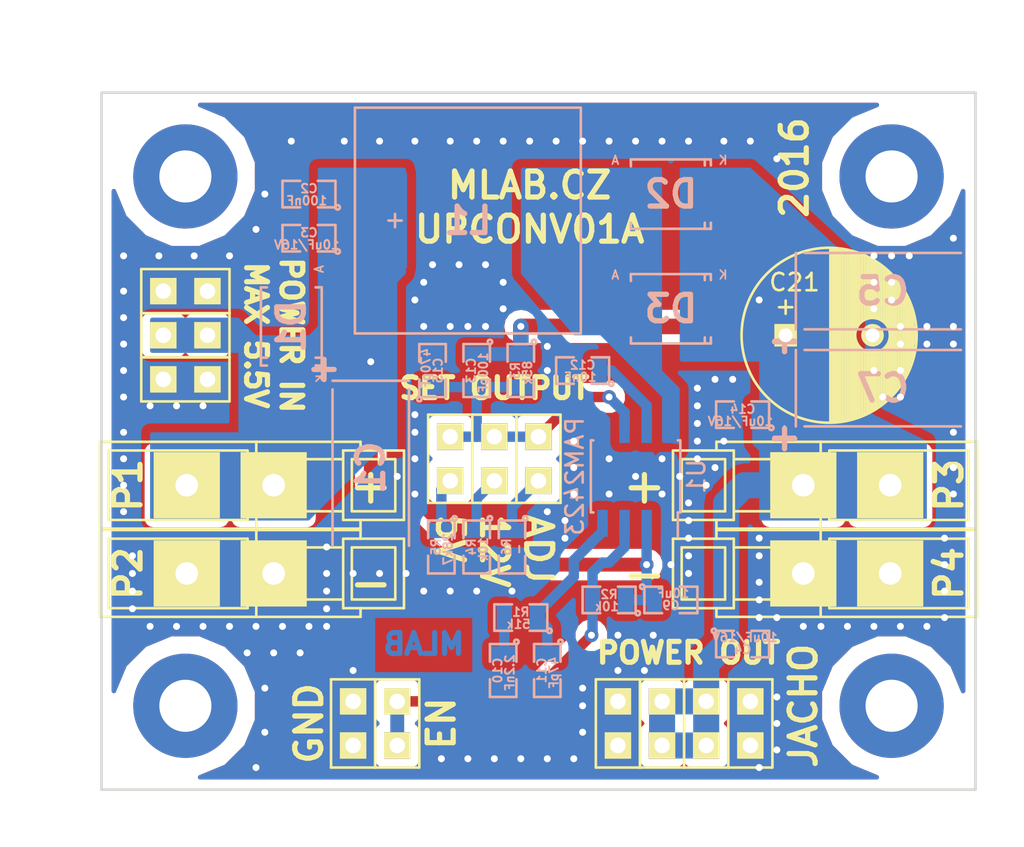
<source format=kicad_pcb>
(kicad_pcb (version 4) (host pcbnew 4.0.3-stable)

  (general
    (links 77)
    (no_connects 0)
    (area 0.178999 -40.461001 50.621001 -0.178999)
    (thickness 1.6)
    (drawings 22)
    (tracks 443)
    (zones 0)
    (modules 45)
    (nets 13)
  )

  (page A4)
  (layers
    (0 F.Cu signal)
    (31 B.Cu signal)
    (32 B.Adhes user)
    (33 F.Adhes user)
    (34 B.Paste user)
    (35 F.Paste user)
    (36 B.SilkS user)
    (37 F.SilkS user)
    (38 B.Mask user)
    (39 F.Mask user)
    (40 Dwgs.User user)
    (41 Cmts.User user)
    (42 Eco1.User user)
    (43 Eco2.User user)
    (44 Edge.Cuts user)
    (45 Margin user)
    (46 B.CrtYd user)
    (47 F.CrtYd user)
    (48 B.Fab user)
    (49 F.Fab user)
  )

  (setup
    (last_trace_width 0.6)
    (user_trace_width 0.2)
    (user_trace_width 0.3)
    (user_trace_width 0.4)
    (user_trace_width 0.5)
    (user_trace_width 0.6)
    (user_trace_width 0.7)
    (user_trace_width 0.8)
    (user_trace_width 1.5)
    (trace_clearance 0.3)
    (zone_clearance 0.508)
    (zone_45_only no)
    (trace_min 0.2)
    (segment_width 0.2)
    (edge_width 0.15)
    (via_size 0.8)
    (via_drill 0.4)
    (via_min_size 0.4)
    (via_min_drill 0.3)
    (uvia_size 0.3)
    (uvia_drill 0.1)
    (uvias_allowed no)
    (uvia_min_size 0.2)
    (uvia_min_drill 0.1)
    (pcb_text_width 0.3)
    (pcb_text_size 1.5 1.5)
    (mod_edge_width 0.15)
    (mod_text_size 1 1)
    (mod_text_width 0.15)
    (pad_size 6 6)
    (pad_drill 3)
    (pad_to_mask_clearance 0.2)
    (aux_axis_origin 0 0)
    (visible_elements 7FFFFF7F)
    (pcbplotparams
      (layerselection 0x00030_80000001)
      (usegerberextensions false)
      (excludeedgelayer true)
      (linewidth 0.500000)
      (plotframeref false)
      (viasonmask false)
      (mode 1)
      (useauxorigin false)
      (hpglpennumber 1)
      (hpglpenspeed 20)
      (hpglpendiameter 15)
      (hpglpenoverlay 2)
      (psnegative false)
      (psa4output false)
      (plotreference true)
      (plotvalue true)
      (plotinvisibletext false)
      (padsonsilk false)
      (subtractmaskfromsilk false)
      (outputformat 1)
      (mirror false)
      (drillshape 1)
      (scaleselection 1)
      (outputdirectory ""))
  )

  (net 0 "")
  (net 1 GND)
  (net 2 VCC)
  (net 3 "Net-(C10-Pad1)")
  (net 4 "Net-(C11-Pad1)")
  (net 5 "Net-(C12-Pad1)")
  (net 6 "Net-(C13-Pad2)")
  (net 7 "Net-(D2-Pad2)")
  (net 8 /EN)
  (net 9 /12V)
  (net 10 /5V)
  (net 11 /ADJ)
  (net 12 /Vout)

  (net_class Default "Toto je výchozí třída sítě."
    (clearance 0.3)
    (trace_width 0.25)
    (via_dia 0.8)
    (via_drill 0.4)
    (uvia_dia 0.3)
    (uvia_drill 0.1)
    (add_net /12V)
    (add_net /5V)
    (add_net /ADJ)
    (add_net /EN)
    (add_net /Vout)
    (add_net GND)
    (add_net "Net-(C10-Pad1)")
    (add_net "Net-(C11-Pad1)")
    (add_net "Net-(C12-Pad1)")
    (add_net "Net-(C13-Pad2)")
    (add_net "Net-(D2-Pad2)")
    (add_net VCC)
  )

  (module Mlab_IO:SOP-8_EP_3.9x4.9mm_Pitch1.27mm (layer B.Cu) (tedit 57AAF22B) (tstamp 57AAF838)
    (at 30.988 -18.288 90)
    (descr "8-Lead Plastic Small Outline (SN) - Narrow, 3.90 mm Body [SOIC] (see Microchip Packaging Specification 00000049BS.pdf)")
    (tags "SOIC 1.27")
    (path /57AADAE0)
    (attr smd)
    (fp_text reference U1 (at 0 3.5 90) (layer B.SilkS)
      (effects (font (size 1 1) (thickness 0.15)) (justify mirror))
    )
    (fp_text value PAM2423 (at 0 -3.5 90) (layer B.SilkS)
      (effects (font (size 1 1) (thickness 0.15)) (justify mirror))
    )
    (fp_line (start -3.75 2.75) (end -3.75 -2.75) (layer B.CrtYd) (width 0.05))
    (fp_line (start 3.75 2.75) (end 3.75 -2.75) (layer B.CrtYd) (width 0.05))
    (fp_line (start -3.75 2.75) (end 3.75 2.75) (layer B.CrtYd) (width 0.05))
    (fp_line (start -3.75 -2.75) (end 3.75 -2.75) (layer B.CrtYd) (width 0.05))
    (fp_line (start -2.075 2.575) (end -2.075 2.43) (layer B.SilkS) (width 0.15))
    (fp_line (start 2.075 2.575) (end 2.075 2.43) (layer B.SilkS) (width 0.15))
    (fp_line (start 2.075 -2.575) (end 2.075 -2.43) (layer B.SilkS) (width 0.15))
    (fp_line (start -2.075 -2.575) (end -2.075 -2.43) (layer B.SilkS) (width 0.15))
    (fp_line (start -2.075 2.575) (end 2.075 2.575) (layer B.SilkS) (width 0.15))
    (fp_line (start -2.075 -2.575) (end 2.075 -2.575) (layer B.SilkS) (width 0.15))
    (fp_line (start -2.075 2.43) (end -3.475 2.43) (layer B.SilkS) (width 0.15))
    (pad 9 smd rect (at 0 0 90) (size 2.41 3.3) (layers B.Cu B.Paste B.Mask)
      (net 1 GND))
    (pad 1 smd rect (at -2.7 1.905 90) (size 1.55 0.6) (layers B.Cu B.Paste B.Mask)
      (net 1 GND))
    (pad 2 smd rect (at -2.7 0.635 90) (size 1.55 0.6) (layers B.Cu B.Paste B.Mask)
      (net 2 VCC))
    (pad 3 smd rect (at -2.7 -0.635 90) (size 1.55 0.6) (layers B.Cu B.Paste B.Mask)
      (net 8 /EN))
    (pad 4 smd rect (at -2.7 -1.905 90) (size 1.55 0.6) (layers B.Cu B.Paste B.Mask)
      (net 4 "Net-(C11-Pad1)"))
    (pad 5 smd rect (at 2.7 -1.905 90) (size 1.55 0.6) (layers B.Cu B.Paste B.Mask)
      (net 1 GND))
    (pad 6 smd rect (at 2.7 -0.635 90) (size 1.55 0.6) (layers B.Cu B.Paste B.Mask)
      (net 6 "Net-(C13-Pad2)"))
    (pad 7 smd rect (at 2.7 0.635 90) (size 1.55 0.6) (layers B.Cu B.Paste B.Mask)
      (net 5 "Net-(C12-Pad1)"))
    (pad 8 smd rect (at 2.7 1.905 90) (size 1.55 0.6) (layers B.Cu B.Paste B.Mask)
      (net 7 "Net-(D2-Pad2)"))
    (model Housings_SOIC/SOIC-8_3.9x4.9mm_Pitch1.27mm.wrl
      (at (xyz 0 0 0))
      (scale (xyz 1 1 1))
      (rotate (xyz 0 0 0))
    )
  )

  (module Mlab_R:SMD-0805 (layer B.Cu) (tedit 54799E0C) (tstamp 57AAF82B)
    (at 23.876 -14.224 270)
    (path /57AB9719)
    (attr smd)
    (fp_text reference R6 (at 0 0.3175 270) (layer B.SilkS)
      (effects (font (size 0.50038 0.50038) (thickness 0.10922)) (justify mirror))
    )
    (fp_text value - (at 0.127 -0.381 270) (layer B.SilkS)
      (effects (font (size 0.50038 0.50038) (thickness 0.10922)) (justify mirror))
    )
    (fp_circle (center -1.651 -0.762) (end -1.651 -0.635) (layer B.SilkS) (width 0.15))
    (fp_line (start -0.508 -0.762) (end -1.524 -0.762) (layer B.SilkS) (width 0.15))
    (fp_line (start -1.524 -0.762) (end -1.524 0.762) (layer B.SilkS) (width 0.15))
    (fp_line (start -1.524 0.762) (end -0.508 0.762) (layer B.SilkS) (width 0.15))
    (fp_line (start 0.508 0.762) (end 1.524 0.762) (layer B.SilkS) (width 0.15))
    (fp_line (start 1.524 0.762) (end 1.524 -0.762) (layer B.SilkS) (width 0.15))
    (fp_line (start 1.524 -0.762) (end 0.508 -0.762) (layer B.SilkS) (width 0.15))
    (pad 1 smd rect (at -0.9525 0 270) (size 0.889 1.397) (layers B.Cu B.Paste B.Mask)
      (net 11 /ADJ))
    (pad 2 smd rect (at 0.9525 0 270) (size 0.889 1.397) (layers B.Cu B.Paste B.Mask)
      (net 1 GND))
    (model MLAB_3D/Resistors/chip_cms.wrl
      (at (xyz 0 0 0))
      (scale (xyz 0.1 0.1 0.1))
      (rotate (xyz 0 0 0))
    )
  )

  (module Mlab_R:SMD-0805 (layer B.Cu) (tedit 54799E0C) (tstamp 57AAF825)
    (at 19.812 -14.224 270)
    (path /57AB96A9)
    (attr smd)
    (fp_text reference R5 (at 0 0.3175 270) (layer B.SilkS)
      (effects (font (size 0.50038 0.50038) (thickness 0.10922)) (justify mirror))
    )
    (fp_text value 28k7 (at 0.127 -0.381 270) (layer B.SilkS)
      (effects (font (size 0.50038 0.50038) (thickness 0.10922)) (justify mirror))
    )
    (fp_circle (center -1.651 -0.762) (end -1.651 -0.635) (layer B.SilkS) (width 0.15))
    (fp_line (start -0.508 -0.762) (end -1.524 -0.762) (layer B.SilkS) (width 0.15))
    (fp_line (start -1.524 -0.762) (end -1.524 0.762) (layer B.SilkS) (width 0.15))
    (fp_line (start -1.524 0.762) (end -0.508 0.762) (layer B.SilkS) (width 0.15))
    (fp_line (start 0.508 0.762) (end 1.524 0.762) (layer B.SilkS) (width 0.15))
    (fp_line (start 1.524 0.762) (end 1.524 -0.762) (layer B.SilkS) (width 0.15))
    (fp_line (start 1.524 -0.762) (end 0.508 -0.762) (layer B.SilkS) (width 0.15))
    (pad 1 smd rect (at -0.9525 0 270) (size 0.889 1.397) (layers B.Cu B.Paste B.Mask)
      (net 10 /5V))
    (pad 2 smd rect (at 0.9525 0 270) (size 0.889 1.397) (layers B.Cu B.Paste B.Mask)
      (net 1 GND))
    (model MLAB_3D/Resistors/chip_cms.wrl
      (at (xyz 0 0 0))
      (scale (xyz 0.1 0.1 0.1))
      (rotate (xyz 0 0 0))
    )
  )

  (module Mlab_R:SMD-0805 (layer B.Cu) (tedit 54799E0C) (tstamp 57AAF81F)
    (at 21.844 -14.224 270)
    (path /57AB9630)
    (attr smd)
    (fp_text reference R4 (at 0 0.3175 270) (layer B.SilkS)
      (effects (font (size 0.50038 0.50038) (thickness 0.10922)) (justify mirror))
    )
    (fp_text value 10k (at 0.127 -0.381 270) (layer B.SilkS)
      (effects (font (size 0.50038 0.50038) (thickness 0.10922)) (justify mirror))
    )
    (fp_circle (center -1.651 -0.762) (end -1.651 -0.635) (layer B.SilkS) (width 0.15))
    (fp_line (start -0.508 -0.762) (end -1.524 -0.762) (layer B.SilkS) (width 0.15))
    (fp_line (start -1.524 -0.762) (end -1.524 0.762) (layer B.SilkS) (width 0.15))
    (fp_line (start -1.524 0.762) (end -0.508 0.762) (layer B.SilkS) (width 0.15))
    (fp_line (start 0.508 0.762) (end 1.524 0.762) (layer B.SilkS) (width 0.15))
    (fp_line (start 1.524 0.762) (end 1.524 -0.762) (layer B.SilkS) (width 0.15))
    (fp_line (start 1.524 -0.762) (end 0.508 -0.762) (layer B.SilkS) (width 0.15))
    (pad 1 smd rect (at -0.9525 0 270) (size 0.889 1.397) (layers B.Cu B.Paste B.Mask)
      (net 9 /12V))
    (pad 2 smd rect (at 0.9525 0 270) (size 0.889 1.397) (layers B.Cu B.Paste B.Mask)
      (net 1 GND))
    (model MLAB_3D/Resistors/chip_cms.wrl
      (at (xyz 0 0 0))
      (scale (xyz 0.1 0.1 0.1))
      (rotate (xyz 0 0 0))
    )
  )

  (module Mlab_R:SMD-0805 (layer B.Cu) (tedit 54799E0C) (tstamp 57AAF819)
    (at 24.384 -24.384 270)
    (path /57AB7990)
    (attr smd)
    (fp_text reference R3 (at 0 0.3175 270) (layer B.SilkS)
      (effects (font (size 0.50038 0.50038) (thickness 0.10922)) (justify mirror))
    )
    (fp_text value 85k (at 0.127 -0.381 270) (layer B.SilkS)
      (effects (font (size 0.50038 0.50038) (thickness 0.10922)) (justify mirror))
    )
    (fp_circle (center -1.651 -0.762) (end -1.651 -0.635) (layer B.SilkS) (width 0.15))
    (fp_line (start -0.508 -0.762) (end -1.524 -0.762) (layer B.SilkS) (width 0.15))
    (fp_line (start -1.524 -0.762) (end -1.524 0.762) (layer B.SilkS) (width 0.15))
    (fp_line (start -1.524 0.762) (end -0.508 0.762) (layer B.SilkS) (width 0.15))
    (fp_line (start 0.508 0.762) (end 1.524 0.762) (layer B.SilkS) (width 0.15))
    (fp_line (start 1.524 0.762) (end 1.524 -0.762) (layer B.SilkS) (width 0.15))
    (fp_line (start 1.524 -0.762) (end 0.508 -0.762) (layer B.SilkS) (width 0.15))
    (pad 1 smd rect (at -0.9525 0 270) (size 0.889 1.397) (layers B.Cu B.Paste B.Mask)
      (net 12 /Vout))
    (pad 2 smd rect (at 0.9525 0 270) (size 0.889 1.397) (layers B.Cu B.Paste B.Mask)
      (net 6 "Net-(C13-Pad2)"))
    (model MLAB_3D/Resistors/chip_cms.wrl
      (at (xyz 0 0 0))
      (scale (xyz 0.1 0.1 0.1))
      (rotate (xyz 0 0 0))
    )
  )

  (module Mlab_R:SMD-0805 (layer B.Cu) (tedit 54799E0C) (tstamp 57AAF813)
    (at 29.464 -11.176 180)
    (path /57AB0D21)
    (attr smd)
    (fp_text reference R2 (at 0 0.3175 180) (layer B.SilkS)
      (effects (font (size 0.50038 0.50038) (thickness 0.10922)) (justify mirror))
    )
    (fp_text value 10k (at 0.127 -0.381 180) (layer B.SilkS)
      (effects (font (size 0.50038 0.50038) (thickness 0.10922)) (justify mirror))
    )
    (fp_circle (center -1.651 -0.762) (end -1.651 -0.635) (layer B.SilkS) (width 0.15))
    (fp_line (start -0.508 -0.762) (end -1.524 -0.762) (layer B.SilkS) (width 0.15))
    (fp_line (start -1.524 -0.762) (end -1.524 0.762) (layer B.SilkS) (width 0.15))
    (fp_line (start -1.524 0.762) (end -0.508 0.762) (layer B.SilkS) (width 0.15))
    (fp_line (start 0.508 0.762) (end 1.524 0.762) (layer B.SilkS) (width 0.15))
    (fp_line (start 1.524 0.762) (end 1.524 -0.762) (layer B.SilkS) (width 0.15))
    (fp_line (start 1.524 -0.762) (end 0.508 -0.762) (layer B.SilkS) (width 0.15))
    (pad 1 smd rect (at -0.9525 0 180) (size 0.889 1.397) (layers B.Cu B.Paste B.Mask)
      (net 2 VCC))
    (pad 2 smd rect (at 0.9525 0 180) (size 0.889 1.397) (layers B.Cu B.Paste B.Mask)
      (net 8 /EN))
    (model MLAB_3D/Resistors/chip_cms.wrl
      (at (xyz 0 0 0))
      (scale (xyz 0.1 0.1 0.1))
      (rotate (xyz 0 0 0))
    )
  )

  (module Mlab_R:SMD-0805 (layer B.Cu) (tedit 54799E0C) (tstamp 57AAF80D)
    (at 24.384 -10.16 180)
    (path /57AB49DB)
    (attr smd)
    (fp_text reference R1 (at 0 0.3175 180) (layer B.SilkS)
      (effects (font (size 0.50038 0.50038) (thickness 0.10922)) (justify mirror))
    )
    (fp_text value 51k (at 0.127 -0.381 180) (layer B.SilkS)
      (effects (font (size 0.50038 0.50038) (thickness 0.10922)) (justify mirror))
    )
    (fp_circle (center -1.651 -0.762) (end -1.651 -0.635) (layer B.SilkS) (width 0.15))
    (fp_line (start -0.508 -0.762) (end -1.524 -0.762) (layer B.SilkS) (width 0.15))
    (fp_line (start -1.524 -0.762) (end -1.524 0.762) (layer B.SilkS) (width 0.15))
    (fp_line (start -1.524 0.762) (end -0.508 0.762) (layer B.SilkS) (width 0.15))
    (fp_line (start 0.508 0.762) (end 1.524 0.762) (layer B.SilkS) (width 0.15))
    (fp_line (start 1.524 0.762) (end 1.524 -0.762) (layer B.SilkS) (width 0.15))
    (fp_line (start 1.524 -0.762) (end 0.508 -0.762) (layer B.SilkS) (width 0.15))
    (pad 1 smd rect (at -0.9525 0 180) (size 0.889 1.397) (layers B.Cu B.Paste B.Mask)
      (net 4 "Net-(C11-Pad1)"))
    (pad 2 smd rect (at 0.9525 0 180) (size 0.889 1.397) (layers B.Cu B.Paste B.Mask)
      (net 3 "Net-(C10-Pad1)"))
    (model MLAB_3D/Resistors/chip_cms.wrl
      (at (xyz 0 0 0))
      (scale (xyz 0.1 0.1 0.1))
      (rotate (xyz 0 0 0))
    )
  )

  (module Mlab_CON:WAGO256 (layer F.Cu) (tedit 564C6037) (tstamp 57AAF807)
    (at 43.18 -12.7 180)
    (descr "WAGO-Series 236, 2Stift, 1pol, RM 5mm,")
    (tags "WAGO-Series 236, 2Stift, 1pol, RM 5mm, Anreibare Leiterplattenklemme")
    (path /57AC9D0D)
    (fp_text reference P4 (at -5.842 0 270) (layer F.SilkS)
      (effects (font (thickness 0.3048)))
    )
    (fp_text value WAGO256 (at 0.254 4.064 180) (layer F.SilkS) hide
      (effects (font (thickness 0.3048)))
    )
    (fp_line (start 7.54 2.5) (end 7.54 2) (layer F.SilkS) (width 0.15))
    (fp_line (start 7.54 -2) (end 7.54 -2.5) (layer F.SilkS) (width 0.15))
    (fp_line (start 1.54 2.5001) (end 1.54 -2.5001) (layer F.SilkS) (width 0.15))
    (fp_line (start -7.46 2.5001) (end -7.46 -2.5001) (layer F.SilkS) (width 0.15))
    (fp_line (start 9.54 1.501) (end 9.54 -1.501) (layer F.SilkS) (width 0.15))
    (fp_line (start 7.0401 1.501) (end 7.0401 -1.501) (layer F.SilkS) (width 0.15))
    (fp_line (start 10.0401 -2) (end 10.0401 2) (layer F.SilkS) (width 0.15))
    (fp_line (start 6.54 -2) (end 6.54 2) (layer F.SilkS) (width 0.15))
    (fp_line (start 3.54 1.5001) (end 3.54 -1.5001) (layer F.SilkS) (width 0.15))
    (fp_line (start 1.0399 -2) (end 1.0399 2) (layer F.SilkS) (width 0.15))
    (fp_line (start -6.9601 2) (end -6.9601 -2) (layer F.SilkS) (width 0.15))
    (fp_line (start 1.0399 1) (end 1.54 1) (layer F.SilkS) (width 0.15))
    (fp_line (start 7.0401 1.5) (end 9.54 1.5) (layer F.SilkS) (width 0.15))
    (fp_line (start 6.54 2) (end 10.0401 2) (layer F.SilkS) (width 0.15))
    (fp_line (start 1.0399 -1) (end 1.54 -1) (layer F.SilkS) (width 0.15))
    (fp_line (start 7.0401 -1.5) (end 9.54 -1.5) (layer F.SilkS) (width 0.15))
    (fp_line (start 6.54 -2) (end 10.041 -2) (layer F.SilkS) (width 0.15))
    (fp_line (start 3.54 1.5) (end 6.54 1.5) (layer F.SilkS) (width 0.15))
    (fp_line (start -6.9601 2) (end 1.0399 2) (layer F.SilkS) (width 0.15))
    (fp_line (start 1.54 2.5) (end 7.54 2.5) (layer F.SilkS) (width 0.15))
    (fp_line (start 3.54 -1.5) (end 6.54 -1.5) (layer F.SilkS) (width 0.15))
    (fp_line (start -6.9601 -2) (end 1.0399 -2) (layer F.SilkS) (width 0.15))
    (fp_line (start 1.54 -2.5) (end 7.54 -2.5) (layer F.SilkS) (width 0.15))
    (fp_line (start 1.54 2.5) (end -7.46 2.5) (layer F.SilkS) (width 0.15))
    (fp_line (start -7.46 -2.5) (end 1.54 -2.5) (layer F.SilkS) (width 0.15))
    (pad 1 thru_hole rect (at -2.46 0 270) (size 3.81 3.81) (drill 1.3) (layers *.Cu *.Mask F.SilkS)
      (net 1 GND))
    (pad 1 thru_hole rect (at 2.54 0 270) (size 3.81 3.81) (drill 1.3) (layers *.Cu *.Mask F.SilkS)
      (net 1 GND))
  )

  (module Mlab_CON:WAGO256 (layer F.Cu) (tedit 564C6037) (tstamp 57AAF801)
    (at 43.18 -17.78 180)
    (descr "WAGO-Series 236, 2Stift, 1pol, RM 5mm,")
    (tags "WAGO-Series 236, 2Stift, 1pol, RM 5mm, Anreibare Leiterplattenklemme")
    (path /57AC6BC7)
    (fp_text reference P3 (at -5.842 0 270) (layer F.SilkS)
      (effects (font (thickness 0.3048)))
    )
    (fp_text value WAGO256 (at 0.254 4.064 180) (layer F.SilkS) hide
      (effects (font (thickness 0.3048)))
    )
    (fp_line (start 7.54 2.5) (end 7.54 2) (layer F.SilkS) (width 0.15))
    (fp_line (start 7.54 -2) (end 7.54 -2.5) (layer F.SilkS) (width 0.15))
    (fp_line (start 1.54 2.5001) (end 1.54 -2.5001) (layer F.SilkS) (width 0.15))
    (fp_line (start -7.46 2.5001) (end -7.46 -2.5001) (layer F.SilkS) (width 0.15))
    (fp_line (start 9.54 1.501) (end 9.54 -1.501) (layer F.SilkS) (width 0.15))
    (fp_line (start 7.0401 1.501) (end 7.0401 -1.501) (layer F.SilkS) (width 0.15))
    (fp_line (start 10.0401 -2) (end 10.0401 2) (layer F.SilkS) (width 0.15))
    (fp_line (start 6.54 -2) (end 6.54 2) (layer F.SilkS) (width 0.15))
    (fp_line (start 3.54 1.5001) (end 3.54 -1.5001) (layer F.SilkS) (width 0.15))
    (fp_line (start 1.0399 -2) (end 1.0399 2) (layer F.SilkS) (width 0.15))
    (fp_line (start -6.9601 2) (end -6.9601 -2) (layer F.SilkS) (width 0.15))
    (fp_line (start 1.0399 1) (end 1.54 1) (layer F.SilkS) (width 0.15))
    (fp_line (start 7.0401 1.5) (end 9.54 1.5) (layer F.SilkS) (width 0.15))
    (fp_line (start 6.54 2) (end 10.0401 2) (layer F.SilkS) (width 0.15))
    (fp_line (start 1.0399 -1) (end 1.54 -1) (layer F.SilkS) (width 0.15))
    (fp_line (start 7.0401 -1.5) (end 9.54 -1.5) (layer F.SilkS) (width 0.15))
    (fp_line (start 6.54 -2) (end 10.041 -2) (layer F.SilkS) (width 0.15))
    (fp_line (start 3.54 1.5) (end 6.54 1.5) (layer F.SilkS) (width 0.15))
    (fp_line (start -6.9601 2) (end 1.0399 2) (layer F.SilkS) (width 0.15))
    (fp_line (start 1.54 2.5) (end 7.54 2.5) (layer F.SilkS) (width 0.15))
    (fp_line (start 3.54 -1.5) (end 6.54 -1.5) (layer F.SilkS) (width 0.15))
    (fp_line (start -6.9601 -2) (end 1.0399 -2) (layer F.SilkS) (width 0.15))
    (fp_line (start 1.54 -2.5) (end 7.54 -2.5) (layer F.SilkS) (width 0.15))
    (fp_line (start 1.54 2.5) (end -7.46 2.5) (layer F.SilkS) (width 0.15))
    (fp_line (start -7.46 -2.5) (end 1.54 -2.5) (layer F.SilkS) (width 0.15))
    (pad 1 thru_hole rect (at -2.46 0 270) (size 3.81 3.81) (drill 1.3) (layers *.Cu *.Mask F.SilkS)
      (net 12 /Vout))
    (pad 1 thru_hole rect (at 2.54 0 270) (size 3.81 3.81) (drill 1.3) (layers *.Cu *.Mask F.SilkS)
      (net 12 /Vout))
  )

  (module Mlab_CON:WAGO256 (layer F.Cu) (tedit 564C6037) (tstamp 57AAF7FB)
    (at 7.62 -12.7)
    (descr "WAGO-Series 236, 2Stift, 1pol, RM 5mm,")
    (tags "WAGO-Series 236, 2Stift, 1pol, RM 5mm, Anreibare Leiterplattenklemme")
    (path /57AD543F)
    (fp_text reference P2 (at -5.842 0 90) (layer F.SilkS)
      (effects (font (thickness 0.3048)))
    )
    (fp_text value WAGO256 (at 0.254 4.064) (layer F.SilkS) hide
      (effects (font (thickness 0.3048)))
    )
    (fp_line (start 7.54 2.5) (end 7.54 2) (layer F.SilkS) (width 0.15))
    (fp_line (start 7.54 -2) (end 7.54 -2.5) (layer F.SilkS) (width 0.15))
    (fp_line (start 1.54 2.5001) (end 1.54 -2.5001) (layer F.SilkS) (width 0.15))
    (fp_line (start -7.46 2.5001) (end -7.46 -2.5001) (layer F.SilkS) (width 0.15))
    (fp_line (start 9.54 1.501) (end 9.54 -1.501) (layer F.SilkS) (width 0.15))
    (fp_line (start 7.0401 1.501) (end 7.0401 -1.501) (layer F.SilkS) (width 0.15))
    (fp_line (start 10.0401 -2) (end 10.0401 2) (layer F.SilkS) (width 0.15))
    (fp_line (start 6.54 -2) (end 6.54 2) (layer F.SilkS) (width 0.15))
    (fp_line (start 3.54 1.5001) (end 3.54 -1.5001) (layer F.SilkS) (width 0.15))
    (fp_line (start 1.0399 -2) (end 1.0399 2) (layer F.SilkS) (width 0.15))
    (fp_line (start -6.9601 2) (end -6.9601 -2) (layer F.SilkS) (width 0.15))
    (fp_line (start 1.0399 1) (end 1.54 1) (layer F.SilkS) (width 0.15))
    (fp_line (start 7.0401 1.5) (end 9.54 1.5) (layer F.SilkS) (width 0.15))
    (fp_line (start 6.54 2) (end 10.0401 2) (layer F.SilkS) (width 0.15))
    (fp_line (start 1.0399 -1) (end 1.54 -1) (layer F.SilkS) (width 0.15))
    (fp_line (start 7.0401 -1.5) (end 9.54 -1.5) (layer F.SilkS) (width 0.15))
    (fp_line (start 6.54 -2) (end 10.041 -2) (layer F.SilkS) (width 0.15))
    (fp_line (start 3.54 1.5) (end 6.54 1.5) (layer F.SilkS) (width 0.15))
    (fp_line (start -6.9601 2) (end 1.0399 2) (layer F.SilkS) (width 0.15))
    (fp_line (start 1.54 2.5) (end 7.54 2.5) (layer F.SilkS) (width 0.15))
    (fp_line (start 3.54 -1.5) (end 6.54 -1.5) (layer F.SilkS) (width 0.15))
    (fp_line (start -6.9601 -2) (end 1.0399 -2) (layer F.SilkS) (width 0.15))
    (fp_line (start 1.54 -2.5) (end 7.54 -2.5) (layer F.SilkS) (width 0.15))
    (fp_line (start 1.54 2.5) (end -7.46 2.5) (layer F.SilkS) (width 0.15))
    (fp_line (start -7.46 -2.5) (end 1.54 -2.5) (layer F.SilkS) (width 0.15))
    (pad 1 thru_hole rect (at -2.46 0 90) (size 3.81 3.81) (drill 1.3) (layers *.Cu *.Mask F.SilkS)
      (net 1 GND))
    (pad 1 thru_hole rect (at 2.54 0 90) (size 3.81 3.81) (drill 1.3) (layers *.Cu *.Mask F.SilkS)
      (net 1 GND))
  )

  (module Mlab_CON:WAGO256 (layer F.Cu) (tedit 564C6037) (tstamp 57AAF7F5)
    (at 7.62 -17.78)
    (descr "WAGO-Series 236, 2Stift, 1pol, RM 5mm,")
    (tags "WAGO-Series 236, 2Stift, 1pol, RM 5mm, Anreibare Leiterplattenklemme")
    (path /57AD4BD1)
    (fp_text reference P1 (at -5.842 0 90) (layer F.SilkS)
      (effects (font (thickness 0.3048)))
    )
    (fp_text value WAGO256 (at 0.254 4.064) (layer F.SilkS) hide
      (effects (font (thickness 0.3048)))
    )
    (fp_line (start 7.54 2.5) (end 7.54 2) (layer F.SilkS) (width 0.15))
    (fp_line (start 7.54 -2) (end 7.54 -2.5) (layer F.SilkS) (width 0.15))
    (fp_line (start 1.54 2.5001) (end 1.54 -2.5001) (layer F.SilkS) (width 0.15))
    (fp_line (start -7.46 2.5001) (end -7.46 -2.5001) (layer F.SilkS) (width 0.15))
    (fp_line (start 9.54 1.501) (end 9.54 -1.501) (layer F.SilkS) (width 0.15))
    (fp_line (start 7.0401 1.501) (end 7.0401 -1.501) (layer F.SilkS) (width 0.15))
    (fp_line (start 10.0401 -2) (end 10.0401 2) (layer F.SilkS) (width 0.15))
    (fp_line (start 6.54 -2) (end 6.54 2) (layer F.SilkS) (width 0.15))
    (fp_line (start 3.54 1.5001) (end 3.54 -1.5001) (layer F.SilkS) (width 0.15))
    (fp_line (start 1.0399 -2) (end 1.0399 2) (layer F.SilkS) (width 0.15))
    (fp_line (start -6.9601 2) (end -6.9601 -2) (layer F.SilkS) (width 0.15))
    (fp_line (start 1.0399 1) (end 1.54 1) (layer F.SilkS) (width 0.15))
    (fp_line (start 7.0401 1.5) (end 9.54 1.5) (layer F.SilkS) (width 0.15))
    (fp_line (start 6.54 2) (end 10.0401 2) (layer F.SilkS) (width 0.15))
    (fp_line (start 1.0399 -1) (end 1.54 -1) (layer F.SilkS) (width 0.15))
    (fp_line (start 7.0401 -1.5) (end 9.54 -1.5) (layer F.SilkS) (width 0.15))
    (fp_line (start 6.54 -2) (end 10.041 -2) (layer F.SilkS) (width 0.15))
    (fp_line (start 3.54 1.5) (end 6.54 1.5) (layer F.SilkS) (width 0.15))
    (fp_line (start -6.9601 2) (end 1.0399 2) (layer F.SilkS) (width 0.15))
    (fp_line (start 1.54 2.5) (end 7.54 2.5) (layer F.SilkS) (width 0.15))
    (fp_line (start 3.54 -1.5) (end 6.54 -1.5) (layer F.SilkS) (width 0.15))
    (fp_line (start -6.9601 -2) (end 1.0399 -2) (layer F.SilkS) (width 0.15))
    (fp_line (start 1.54 -2.5) (end 7.54 -2.5) (layer F.SilkS) (width 0.15))
    (fp_line (start 1.54 2.5) (end -7.46 2.5) (layer F.SilkS) (width 0.15))
    (fp_line (start -7.46 -2.5) (end 1.54 -2.5) (layer F.SilkS) (width 0.15))
    (pad 1 thru_hole rect (at -2.46 0 90) (size 3.81 3.81) (drill 1.3) (layers *.Cu *.Mask F.SilkS)
      (net 2 VCC))
    (pad 1 thru_hole rect (at 2.54 0 90) (size 3.81 3.81) (drill 1.3) (layers *.Cu *.Mask F.SilkS)
      (net 2 VCC))
  )

  (module Mlab_Mechanical:MountingHole_3mm placed (layer F.Cu) (tedit 5535DB2C) (tstamp 57AAF7EF)
    (at 5.08 -5.08)
    (descr "Mounting hole, Befestigungsbohrung, 3mm, No Annular, Kein Restring,")
    (tags "Mounting hole, Befestigungsbohrung, 3mm, No Annular, Kein Restring,")
    (path /549D7665)
    (fp_text reference M4 (at 0 -4.191) (layer F.SilkS) hide
      (effects (font (thickness 0.3048)))
    )
    (fp_text value HOLE (at 0 4.191) (layer F.SilkS) hide
      (effects (font (thickness 0.3048)))
    )
    (fp_circle (center 0 0) (end 2.99974 0) (layer Cmts.User) (width 0.381))
    (pad 1 thru_hole circle (at 0 0) (size 6 6) (drill 3) (layers *.Cu *.Adhes *.Mask)
      (clearance 1) (zone_connect 2))
  )

  (module Mlab_Mechanical:MountingHole_3mm placed (layer F.Cu) (tedit 5535DB2C) (tstamp 57AAF7EA)
    (at 45.72 -35.56)
    (descr "Mounting hole, Befestigungsbohrung, 3mm, No Annular, Kein Restring,")
    (tags "Mounting hole, Befestigungsbohrung, 3mm, No Annular, Kein Restring,")
    (path /549D7646)
    (fp_text reference M3 (at 0 -4.191) (layer F.SilkS) hide
      (effects (font (thickness 0.3048)))
    )
    (fp_text value HOLE (at 0 4.191) (layer F.SilkS) hide
      (effects (font (thickness 0.3048)))
    )
    (fp_circle (center 0 0) (end 2.99974 0) (layer Cmts.User) (width 0.381))
    (pad 1 thru_hole circle (at 0 0) (size 6 6) (drill 3) (layers *.Cu *.Adhes *.Mask)
      (clearance 1) (zone_connect 2))
  )

  (module Mlab_Mechanical:MountingHole_3mm placed (layer F.Cu) (tedit 5535DB2C) (tstamp 57AAF7E5)
    (at 5.08 -35.56)
    (descr "Mounting hole, Befestigungsbohrung, 3mm, No Annular, Kein Restring,")
    (tags "Mounting hole, Befestigungsbohrung, 3mm, No Annular, Kein Restring,")
    (path /549D7628)
    (fp_text reference M2 (at 0 -4.191) (layer F.SilkS) hide
      (effects (font (thickness 0.3048)))
    )
    (fp_text value HOLE (at 0 4.191) (layer F.SilkS) hide
      (effects (font (thickness 0.3048)))
    )
    (fp_circle (center 0 0) (end 2.99974 0) (layer Cmts.User) (width 0.381))
    (pad 1 thru_hole circle (at 0 0) (size 6 6) (drill 3) (layers *.Cu *.Adhes *.Mask)
      (clearance 1) (zone_connect 2))
  )

  (module Mlab_Mechanical:MountingHole_3mm placed (layer F.Cu) (tedit 5535DB2C) (tstamp 57AAF7E0)
    (at 45.72 -5.08)
    (descr "Mounting hole, Befestigungsbohrung, 3mm, No Annular, Kein Restring,")
    (tags "Mounting hole, Befestigungsbohrung, 3mm, No Annular, Kein Restring,")
    (path /549D7549)
    (fp_text reference M1 (at 0 -4.191) (layer F.SilkS) hide
      (effects (font (thickness 0.3048)))
    )
    (fp_text value HOLE (at 0 4.191) (layer F.SilkS) hide
      (effects (font (thickness 0.3048)))
    )
    (fp_circle (center 0 0) (end 2.99974 0) (layer Cmts.User) (width 0.381))
    (pad 1 thru_hole circle (at 0 0) (size 6 6) (drill 3) (layers *.Cu *.Adhes *.Mask)
      (clearance 1) (zone_connect 2))
  )

  (module Mlab_L:DE1205-10 (layer B.Cu) (tedit 564C61DE) (tstamp 57AAF7DB)
    (at 21.336 -33.02 180)
    (descr "L DE1207")
    (path /57A9E40F)
    (fp_text reference L1 (at 0 0 180) (layer B.SilkS)
      (effects (font (thickness 0.3048)) (justify mirror))
    )
    (fp_text value "DE1207-10, EPCOS  B82477G4682M" (at 0 -5.842 180) (layer B.SilkS) hide
      (effects (font (size 0.50038 0.50038) (thickness 0.11938)) (justify mirror))
    )
    (fp_line (start -6.5 6.5) (end -6.5 -6.5) (layer B.SilkS) (width 0.15))
    (fp_line (start -6.5 -6.5) (end 6.5 -6.5) (layer B.SilkS) (width 0.15))
    (fp_line (start 6.5 -6.5) (end 6.5 6.5) (layer B.SilkS) (width 0.15))
    (fp_line (start 6.5 6.5) (end -6.5 6.5) (layer B.SilkS) (width 0.15))
    (fp_line (start 4.572 0) (end 3.81 0) (layer B.SilkS) (width 0.15))
    (fp_line (start 4.191 0.381) (end 4.191 -0.381) (layer B.SilkS) (width 0.15))
    (pad 1 smd rect (at 5 0 180) (size 3 5.5) (layers B.Cu B.Paste B.Mask)
      (net 2 VCC))
    (pad 2 smd rect (at -5 0 180) (size 3 5.5) (layers B.Cu B.Paste B.Mask)
      (net 7 "Net-(D2-Pad2)"))
    (model Capacitors_SMD/c_elec_10x10_5.wrl
      (at (xyz 0 0 0))
      (scale (xyz 1 1 1))
      (rotate (xyz 0 0 0))
    )
  )

  (module Mlab_Pin_Headers:Straight_1x02 (layer F.Cu) (tedit 5535DB0D) (tstamp 57AAF7D5)
    (at 5.08 -23.876 90)
    (descr "pin header straight 1x02")
    (tags "pin header straight 1x02")
    (path /57AE24EC)
    (fp_text reference J12 (at 0 -3.81 90) (layer F.SilkS) hide
      (effects (font (size 1.5 1.5) (thickness 0.15)))
    )
    (fp_text value JUMP_2x1 (at 0 3.81 90) (layer F.SilkS) hide
      (effects (font (size 1.5 1.5) (thickness 0.15)))
    )
    (fp_text user 1 (at -1.651 -1.27 90) (layer F.SilkS) hide
      (effects (font (size 0.5 0.5) (thickness 0.05)))
    )
    (fp_line (start -1.27 -2.54) (end 1.27 -2.54) (layer F.SilkS) (width 0.15))
    (fp_line (start 1.27 -2.54) (end 1.27 2.54) (layer F.SilkS) (width 0.15))
    (fp_line (start 1.27 2.54) (end -1.27 2.54) (layer F.SilkS) (width 0.15))
    (fp_line (start -1.27 2.54) (end -1.27 -2.54) (layer F.SilkS) (width 0.15))
    (pad 2 thru_hole rect (at 0 1.27 90) (size 1.524 1.524) (drill 0.889) (layers *.Cu *.Mask F.SilkS)
      (net 1 GND))
    (pad 1 thru_hole rect (at 0 -1.27 90) (size 1.524 1.524) (drill 0.889) (layers *.Cu *.Mask F.SilkS)
      (net 1 GND))
    (model Pin_Headers/Pin_Header_Straight_1x02.wrl
      (at (xyz 0 0 0))
      (scale (xyz 1 1 1))
      (rotate (xyz 0 0 90))
    )
  )

  (module Mlab_Pin_Headers:Straight_1x02 (layer F.Cu) (tedit 5535DB0D) (tstamp 57AAF7CF)
    (at 5.08 -26.416 90)
    (descr "pin header straight 1x02")
    (tags "pin header straight 1x02")
    (path /57AE243F)
    (fp_text reference J11 (at 0 -3.81 90) (layer F.SilkS) hide
      (effects (font (size 1.5 1.5) (thickness 0.15)))
    )
    (fp_text value JUMP_2x1 (at 0 3.81 90) (layer F.SilkS) hide
      (effects (font (size 1.5 1.5) (thickness 0.15)))
    )
    (fp_text user 1 (at -1.651 -1.27 90) (layer F.SilkS) hide
      (effects (font (size 0.5 0.5) (thickness 0.05)))
    )
    (fp_line (start -1.27 -2.54) (end 1.27 -2.54) (layer F.SilkS) (width 0.15))
    (fp_line (start 1.27 -2.54) (end 1.27 2.54) (layer F.SilkS) (width 0.15))
    (fp_line (start 1.27 2.54) (end -1.27 2.54) (layer F.SilkS) (width 0.15))
    (fp_line (start -1.27 2.54) (end -1.27 -2.54) (layer F.SilkS) (width 0.15))
    (pad 2 thru_hole rect (at 0 1.27 90) (size 1.524 1.524) (drill 0.889) (layers *.Cu *.Mask F.SilkS)
      (net 2 VCC))
    (pad 1 thru_hole rect (at 0 -1.27 90) (size 1.524 1.524) (drill 0.889) (layers *.Cu *.Mask F.SilkS)
      (net 2 VCC))
    (model Pin_Headers/Pin_Header_Straight_1x02.wrl
      (at (xyz 0 0 0))
      (scale (xyz 1 1 1))
      (rotate (xyz 0 0 90))
    )
  )

  (module Mlab_Pin_Headers:Straight_1x02 (layer F.Cu) (tedit 5535DB0D) (tstamp 57AAF7C9)
    (at 14.732 -4.064)
    (descr "pin header straight 1x02")
    (tags "pin header straight 1x02")
    (path /57AC8608)
    (fp_text reference J10 (at 0 -3.81) (layer F.SilkS) hide
      (effects (font (size 1.5 1.5) (thickness 0.15)))
    )
    (fp_text value JUMP_2x1 (at 0 3.81) (layer F.SilkS) hide
      (effects (font (size 1.5 1.5) (thickness 0.15)))
    )
    (fp_text user 1 (at -1.651 -1.27) (layer F.SilkS) hide
      (effects (font (size 0.5 0.5) (thickness 0.05)))
    )
    (fp_line (start -1.27 -2.54) (end 1.27 -2.54) (layer F.SilkS) (width 0.15))
    (fp_line (start 1.27 -2.54) (end 1.27 2.54) (layer F.SilkS) (width 0.15))
    (fp_line (start 1.27 2.54) (end -1.27 2.54) (layer F.SilkS) (width 0.15))
    (fp_line (start -1.27 2.54) (end -1.27 -2.54) (layer F.SilkS) (width 0.15))
    (pad 2 thru_hole rect (at 0 1.27) (size 1.524 1.524) (drill 0.889) (layers *.Cu *.Mask F.SilkS)
      (net 1 GND))
    (pad 1 thru_hole rect (at 0 -1.27) (size 1.524 1.524) (drill 0.889) (layers *.Cu *.Mask F.SilkS)
      (net 1 GND))
    (model Pin_Headers/Pin_Header_Straight_1x02.wrl
      (at (xyz 0 0 0))
      (scale (xyz 1 1 1))
      (rotate (xyz 0 0 90))
    )
  )

  (module Mlab_Pin_Headers:Straight_1x02 (layer F.Cu) (tedit 5535DB0D) (tstamp 57AAF7C3)
    (at 32.512 -4.064 180)
    (descr "pin header straight 1x02")
    (tags "pin header straight 1x02")
    (path /57AC848C)
    (fp_text reference J9 (at 0 -3.81 180) (layer F.SilkS) hide
      (effects (font (size 1.5 1.5) (thickness 0.15)))
    )
    (fp_text value JUMP_2x1 (at 0 3.81 180) (layer F.SilkS) hide
      (effects (font (size 1.5 1.5) (thickness 0.15)))
    )
    (fp_text user 1 (at -1.651 -1.27 180) (layer F.SilkS) hide
      (effects (font (size 0.5 0.5) (thickness 0.05)))
    )
    (fp_line (start -1.27 -2.54) (end 1.27 -2.54) (layer F.SilkS) (width 0.15))
    (fp_line (start 1.27 -2.54) (end 1.27 2.54) (layer F.SilkS) (width 0.15))
    (fp_line (start 1.27 2.54) (end -1.27 2.54) (layer F.SilkS) (width 0.15))
    (fp_line (start -1.27 2.54) (end -1.27 -2.54) (layer F.SilkS) (width 0.15))
    (pad 2 thru_hole rect (at 0 1.27 180) (size 1.524 1.524) (drill 0.889) (layers *.Cu *.Mask F.SilkS)
      (net 12 /Vout))
    (pad 1 thru_hole rect (at 0 -1.27 180) (size 1.524 1.524) (drill 0.889) (layers *.Cu *.Mask F.SilkS)
      (net 12 /Vout))
    (model Pin_Headers/Pin_Header_Straight_1x02.wrl
      (at (xyz 0 0 0))
      (scale (xyz 1 1 1))
      (rotate (xyz 0 0 90))
    )
  )

  (module Mlab_Pin_Headers:Straight_1x02 (layer F.Cu) (tedit 5535DB0D) (tstamp 57AAF7BD)
    (at 35.052 -4.064 180)
    (descr "pin header straight 1x02")
    (tags "pin header straight 1x02")
    (path /57AC7F68)
    (fp_text reference J8 (at 0 -3.81 180) (layer F.SilkS) hide
      (effects (font (size 1.5 1.5) (thickness 0.15)))
    )
    (fp_text value JUMP_2x1 (at 0 3.81 180) (layer F.SilkS) hide
      (effects (font (size 1.5 1.5) (thickness 0.15)))
    )
    (fp_text user 1 (at -1.651 -1.27 180) (layer F.SilkS) hide
      (effects (font (size 0.5 0.5) (thickness 0.05)))
    )
    (fp_line (start -1.27 -2.54) (end 1.27 -2.54) (layer F.SilkS) (width 0.15))
    (fp_line (start 1.27 -2.54) (end 1.27 2.54) (layer F.SilkS) (width 0.15))
    (fp_line (start 1.27 2.54) (end -1.27 2.54) (layer F.SilkS) (width 0.15))
    (fp_line (start -1.27 2.54) (end -1.27 -2.54) (layer F.SilkS) (width 0.15))
    (pad 2 thru_hole rect (at 0 1.27 180) (size 1.524 1.524) (drill 0.889) (layers *.Cu *.Mask F.SilkS)
      (net 12 /Vout))
    (pad 1 thru_hole rect (at 0 -1.27 180) (size 1.524 1.524) (drill 0.889) (layers *.Cu *.Mask F.SilkS)
      (net 12 /Vout))
    (model Pin_Headers/Pin_Header_Straight_1x02.wrl
      (at (xyz 0 0 0))
      (scale (xyz 1 1 1))
      (rotate (xyz 0 0 90))
    )
  )

  (module Mlab_Pin_Headers:Straight_1x02 (layer F.Cu) (tedit 5535DB0D) (tstamp 57AAF7B7)
    (at 37.592 -4.064 180)
    (descr "pin header straight 1x02")
    (tags "pin header straight 1x02")
    (path /57AC8508)
    (fp_text reference J7 (at 0 -3.81 180) (layer F.SilkS) hide
      (effects (font (size 1.5 1.5) (thickness 0.15)))
    )
    (fp_text value JUMP_2x1 (at 0 3.81 180) (layer F.SilkS) hide
      (effects (font (size 1.5 1.5) (thickness 0.15)))
    )
    (fp_text user 1 (at -1.651 -1.27 180) (layer F.SilkS) hide
      (effects (font (size 0.5 0.5) (thickness 0.05)))
    )
    (fp_line (start -1.27 -2.54) (end 1.27 -2.54) (layer F.SilkS) (width 0.15))
    (fp_line (start 1.27 -2.54) (end 1.27 2.54) (layer F.SilkS) (width 0.15))
    (fp_line (start 1.27 2.54) (end -1.27 2.54) (layer F.SilkS) (width 0.15))
    (fp_line (start -1.27 2.54) (end -1.27 -2.54) (layer F.SilkS) (width 0.15))
    (pad 2 thru_hole rect (at 0 1.27 180) (size 1.524 1.524) (drill 0.889) (layers *.Cu *.Mask F.SilkS)
      (net 1 GND))
    (pad 1 thru_hole rect (at 0 -1.27 180) (size 1.524 1.524) (drill 0.889) (layers *.Cu *.Mask F.SilkS)
      (net 1 GND))
    (model Pin_Headers/Pin_Header_Straight_1x02.wrl
      (at (xyz 0 0 0))
      (scale (xyz 1 1 1))
      (rotate (xyz 0 0 90))
    )
  )

  (module Mlab_Pin_Headers:Straight_1x02 (layer F.Cu) (tedit 5535DB0D) (tstamp 57AAF7B1)
    (at 25.4 -19.304 180)
    (descr "pin header straight 1x02")
    (tags "pin header straight 1x02")
    (path /57ABABD5)
    (fp_text reference J6 (at 0 -3.81 180) (layer F.SilkS) hide
      (effects (font (size 1.5 1.5) (thickness 0.15)))
    )
    (fp_text value JUMP2_2x1 (at 0 3.81 180) (layer F.SilkS) hide
      (effects (font (size 1.5 1.5) (thickness 0.15)))
    )
    (fp_text user 1 (at -1.651 -1.27 180) (layer F.SilkS) hide
      (effects (font (size 0.5 0.5) (thickness 0.05)))
    )
    (fp_line (start -1.27 -2.54) (end 1.27 -2.54) (layer F.SilkS) (width 0.15))
    (fp_line (start 1.27 -2.54) (end 1.27 2.54) (layer F.SilkS) (width 0.15))
    (fp_line (start 1.27 2.54) (end -1.27 2.54) (layer F.SilkS) (width 0.15))
    (fp_line (start -1.27 2.54) (end -1.27 -2.54) (layer F.SilkS) (width 0.15))
    (pad 2 thru_hole rect (at 0 1.27 180) (size 1.524 1.524) (drill 0.889) (layers *.Cu *.Mask F.SilkS)
      (net 6 "Net-(C13-Pad2)"))
    (pad 1 thru_hole rect (at 0 -1.27 180) (size 1.524 1.524) (drill 0.889) (layers *.Cu *.Mask F.SilkS)
      (net 11 /ADJ))
    (model Pin_Headers/Pin_Header_Straight_1x02.wrl
      (at (xyz 0 0 0))
      (scale (xyz 1 1 1))
      (rotate (xyz 0 0 90))
    )
  )

  (module Mlab_Pin_Headers:Straight_1x02 (layer F.Cu) (tedit 5535DB0D) (tstamp 57AAF7AB)
    (at 20.32 -19.304 180)
    (descr "pin header straight 1x02")
    (tags "pin header straight 1x02")
    (path /57ABAB5E)
    (fp_text reference J5 (at 0 -3.81 180) (layer F.SilkS) hide
      (effects (font (size 1.5 1.5) (thickness 0.15)))
    )
    (fp_text value JUMP2_2x1 (at 0 3.81 180) (layer F.SilkS) hide
      (effects (font (size 1.5 1.5) (thickness 0.15)))
    )
    (fp_text user 1 (at -1.651 -1.27 180) (layer F.SilkS) hide
      (effects (font (size 0.5 0.5) (thickness 0.05)))
    )
    (fp_line (start -1.27 -2.54) (end 1.27 -2.54) (layer F.SilkS) (width 0.15))
    (fp_line (start 1.27 -2.54) (end 1.27 2.54) (layer F.SilkS) (width 0.15))
    (fp_line (start 1.27 2.54) (end -1.27 2.54) (layer F.SilkS) (width 0.15))
    (fp_line (start -1.27 2.54) (end -1.27 -2.54) (layer F.SilkS) (width 0.15))
    (pad 2 thru_hole rect (at 0 1.27 180) (size 1.524 1.524) (drill 0.889) (layers *.Cu *.Mask F.SilkS)
      (net 6 "Net-(C13-Pad2)"))
    (pad 1 thru_hole rect (at 0 -1.27 180) (size 1.524 1.524) (drill 0.889) (layers *.Cu *.Mask F.SilkS)
      (net 10 /5V))
    (model Pin_Headers/Pin_Header_Straight_1x02.wrl
      (at (xyz 0 0 0))
      (scale (xyz 1 1 1))
      (rotate (xyz 0 0 90))
    )
  )

  (module Mlab_Pin_Headers:Straight_1x02 (layer F.Cu) (tedit 5535DB0D) (tstamp 57AAF7A5)
    (at 22.86 -19.304 180)
    (descr "pin header straight 1x02")
    (tags "pin header straight 1x02")
    (path /57ABA3DA)
    (fp_text reference J4 (at 0 -3.81 180) (layer F.SilkS) hide
      (effects (font (size 1.5 1.5) (thickness 0.15)))
    )
    (fp_text value JUMP2_2x1 (at 0 3.81 180) (layer F.SilkS) hide
      (effects (font (size 1.5 1.5) (thickness 0.15)))
    )
    (fp_text user 1 (at -1.651 -1.27 180) (layer F.SilkS) hide
      (effects (font (size 0.5 0.5) (thickness 0.05)))
    )
    (fp_line (start -1.27 -2.54) (end 1.27 -2.54) (layer F.SilkS) (width 0.15))
    (fp_line (start 1.27 -2.54) (end 1.27 2.54) (layer F.SilkS) (width 0.15))
    (fp_line (start 1.27 2.54) (end -1.27 2.54) (layer F.SilkS) (width 0.15))
    (fp_line (start -1.27 2.54) (end -1.27 -2.54) (layer F.SilkS) (width 0.15))
    (pad 2 thru_hole rect (at 0 1.27 180) (size 1.524 1.524) (drill 0.889) (layers *.Cu *.Mask F.SilkS)
      (net 6 "Net-(C13-Pad2)"))
    (pad 1 thru_hole rect (at 0 -1.27 180) (size 1.524 1.524) (drill 0.889) (layers *.Cu *.Mask F.SilkS)
      (net 9 /12V))
    (model Pin_Headers/Pin_Header_Straight_1x02.wrl
      (at (xyz 0 0 0))
      (scale (xyz 1 1 1))
      (rotate (xyz 0 0 90))
    )
  )

  (module Mlab_Pin_Headers:Straight_1x02 (layer F.Cu) (tedit 5535DB0D) (tstamp 57AAF79F)
    (at 5.08 -28.956 90)
    (descr "pin header straight 1x02")
    (tags "pin header straight 1x02")
    (path /57AB1797)
    (fp_text reference J3 (at 0 -3.81 90) (layer F.SilkS) hide
      (effects (font (size 1.5 1.5) (thickness 0.15)))
    )
    (fp_text value JUMP_2x1 (at 0 3.81 90) (layer F.SilkS) hide
      (effects (font (size 1.5 1.5) (thickness 0.15)))
    )
    (fp_text user 1 (at -1.651 -1.27 90) (layer F.SilkS) hide
      (effects (font (size 0.5 0.5) (thickness 0.05)))
    )
    (fp_line (start -1.27 -2.54) (end 1.27 -2.54) (layer F.SilkS) (width 0.15))
    (fp_line (start 1.27 -2.54) (end 1.27 2.54) (layer F.SilkS) (width 0.15))
    (fp_line (start 1.27 2.54) (end -1.27 2.54) (layer F.SilkS) (width 0.15))
    (fp_line (start -1.27 2.54) (end -1.27 -2.54) (layer F.SilkS) (width 0.15))
    (pad 2 thru_hole rect (at 0 1.27 90) (size 1.524 1.524) (drill 0.889) (layers *.Cu *.Mask F.SilkS)
      (net 1 GND))
    (pad 1 thru_hole rect (at 0 -1.27 90) (size 1.524 1.524) (drill 0.889) (layers *.Cu *.Mask F.SilkS)
      (net 1 GND))
    (model Pin_Headers/Pin_Header_Straight_1x02.wrl
      (at (xyz 0 0 0))
      (scale (xyz 1 1 1))
      (rotate (xyz 0 0 90))
    )
  )

  (module Mlab_Pin_Headers:Straight_1x02 (layer F.Cu) (tedit 5535DB0D) (tstamp 57AAF799)
    (at 17.272 -4.064)
    (descr "pin header straight 1x02")
    (tags "pin header straight 1x02")
    (path /57AB1209)
    (fp_text reference J2 (at 0 -3.81) (layer F.SilkS) hide
      (effects (font (size 1.5 1.5) (thickness 0.15)))
    )
    (fp_text value JUMP_2x1 (at 0 3.81) (layer F.SilkS) hide
      (effects (font (size 1.5 1.5) (thickness 0.15)))
    )
    (fp_text user 1 (at -1.651 -1.27) (layer F.SilkS) hide
      (effects (font (size 0.5 0.5) (thickness 0.05)))
    )
    (fp_line (start -1.27 -2.54) (end 1.27 -2.54) (layer F.SilkS) (width 0.15))
    (fp_line (start 1.27 -2.54) (end 1.27 2.54) (layer F.SilkS) (width 0.15))
    (fp_line (start 1.27 2.54) (end -1.27 2.54) (layer F.SilkS) (width 0.15))
    (fp_line (start -1.27 2.54) (end -1.27 -2.54) (layer F.SilkS) (width 0.15))
    (pad 2 thru_hole rect (at 0 1.27) (size 1.524 1.524) (drill 0.889) (layers *.Cu *.Mask F.SilkS)
      (net 8 /EN))
    (pad 1 thru_hole rect (at 0 -1.27) (size 1.524 1.524) (drill 0.889) (layers *.Cu *.Mask F.SilkS)
      (net 8 /EN))
    (model Pin_Headers/Pin_Header_Straight_1x02.wrl
      (at (xyz 0 0 0))
      (scale (xyz 1 1 1))
      (rotate (xyz 0 0 90))
    )
  )

  (module Mlab_Pin_Headers:Straight_1x02 (layer F.Cu) (tedit 5535DB0D) (tstamp 57AAF793)
    (at 29.972 -4.064 180)
    (descr "pin header straight 1x02")
    (tags "pin header straight 1x02")
    (path /57AE17DB)
    (fp_text reference J1 (at 0 -3.81 180) (layer F.SilkS) hide
      (effects (font (size 1.5 1.5) (thickness 0.15)))
    )
    (fp_text value JUMP_2x1 (at 0 3.81 180) (layer F.SilkS) hide
      (effects (font (size 1.5 1.5) (thickness 0.15)))
    )
    (fp_text user 1 (at -1.651 -1.27 180) (layer F.SilkS) hide
      (effects (font (size 0.5 0.5) (thickness 0.05)))
    )
    (fp_line (start -1.27 -2.54) (end 1.27 -2.54) (layer F.SilkS) (width 0.15))
    (fp_line (start 1.27 -2.54) (end 1.27 2.54) (layer F.SilkS) (width 0.15))
    (fp_line (start 1.27 2.54) (end -1.27 2.54) (layer F.SilkS) (width 0.15))
    (fp_line (start -1.27 2.54) (end -1.27 -2.54) (layer F.SilkS) (width 0.15))
    (pad 2 thru_hole rect (at 0 1.27 180) (size 1.524 1.524) (drill 0.889) (layers *.Cu *.Mask F.SilkS)
      (net 1 GND))
    (pad 1 thru_hole rect (at 0 -1.27 180) (size 1.524 1.524) (drill 0.889) (layers *.Cu *.Mask F.SilkS)
      (net 1 GND))
    (model Pin_Headers/Pin_Header_Straight_1x02.wrl
      (at (xyz 0 0 0))
      (scale (xyz 1 1 1))
      (rotate (xyz 0 0 90))
    )
  )

  (module Mlab_D:Diode-SMB_Standard (layer B.Cu) (tedit 57AC1E40) (tstamp 57AAF695)
    (at 33.02 -27.94)
    (descr "Diode SMB Standard")
    (tags "Diode SMB Standard")
    (path /57AB6FDC)
    (attr smd)
    (fp_text reference D3 (at 0 0) (layer B.SilkS)
      (effects (font (thickness 0.3048)) (justify mirror))
    )
    (fp_text value STPS340U (at 0 -3.81) (layer B.SilkS) hide
      (effects (font (thickness 0.3048)) (justify mirror))
    )
    (fp_text user A (at -3.2004 -1.95072) (layer B.SilkS)
      (effects (font (size 0.50038 0.50038) (thickness 0.09906)) (justify mirror))
    )
    (fp_text user K (at 2.99974 -1.95072) (layer B.SilkS)
      (effects (font (size 0.50038 0.50038) (thickness 0.09906)) (justify mirror))
    )
    (fp_line (start -2.30124 -1.75006) (end -2.30124 -1.6002) (layer B.SilkS) (width 0.15))
    (fp_line (start 1.95072 -1.75006) (end 1.95072 -1.651) (layer B.SilkS) (width 0.15))
    (fp_line (start 2.30124 -1.75006) (end 2.30124 -1.651) (layer B.SilkS) (width 0.15))
    (fp_line (start -2.30124 1.75006) (end -2.30124 1.651) (layer B.SilkS) (width 0.15))
    (fp_line (start 1.95072 1.75006) (end 1.95072 1.651) (layer B.SilkS) (width 0.15))
    (fp_line (start 2.30124 1.75006) (end 2.30124 1.651) (layer B.SilkS) (width 0.15))
    (fp_circle (center 0 0) (end 0.44958 -0.09906) (layer B.Adhes) (width 0.381))
    (fp_circle (center 0 0) (end 0.20066 -0.09906) (layer B.Adhes) (width 0.381))
    (fp_line (start 1.95072 -1.99898) (end 1.95072 -1.80086) (layer B.SilkS) (width 0.15))
    (fp_line (start 1.95072 1.99898) (end 1.95072 1.80086) (layer B.SilkS) (width 0.15))
    (fp_line (start 2.29616 -1.99644) (end 2.29616 -1.79832) (layer B.SilkS) (width 0.15))
    (fp_line (start -2.30632 -1.99644) (end 2.29616 -1.99644) (layer B.SilkS) (width 0.15))
    (fp_line (start -2.30632 -1.99644) (end -2.30632 -1.79832) (layer B.SilkS) (width 0.15))
    (fp_line (start -2.30124 1.99898) (end -2.30124 1.80086) (layer B.SilkS) (width 0.15))
    (fp_line (start -2.30124 1.99898) (end 2.30124 1.99898) (layer B.SilkS) (width 0.15))
    (fp_line (start 2.30124 1.99898) (end 2.30124 1.80086) (layer B.SilkS) (width 0.15))
    (pad 2 smd rect (at -2.14884 0) (size 2.49936 2.30124) (layers B.Cu B.Paste B.Mask)
      (net 7 "Net-(D2-Pad2)"))
    (pad 1 smd rect (at 2.14884 0) (size 2.49936 2.30124) (layers B.Cu B.Paste B.Mask)
      (net 12 /Vout))
    (model MLAB_3D/Diodes/SMB.wrl
      (at (xyz 0 0 0))
      (scale (xyz 0.3937 0.3937 0.3937))
      (rotate (xyz 0 0 0))
    )
  )

  (module Mlab_D:Diode-SMB_Standard (layer B.Cu) (tedit 57AC1E3E) (tstamp 57AAF68F)
    (at 33.02 -34.544)
    (descr "Diode SMB Standard")
    (tags "Diode SMB Standard")
    (path /57A9E080)
    (attr smd)
    (fp_text reference D2 (at 0 0) (layer B.SilkS)
      (effects (font (thickness 0.3048)) (justify mirror))
    )
    (fp_text value STPS340U (at 0 -3.81) (layer B.SilkS) hide
      (effects (font (thickness 0.3048)) (justify mirror))
    )
    (fp_text user A (at -3.2004 -1.95072) (layer B.SilkS)
      (effects (font (size 0.50038 0.50038) (thickness 0.09906)) (justify mirror))
    )
    (fp_text user K (at 2.99974 -1.95072) (layer B.SilkS)
      (effects (font (size 0.50038 0.50038) (thickness 0.09906)) (justify mirror))
    )
    (fp_line (start -2.30124 -1.75006) (end -2.30124 -1.6002) (layer B.SilkS) (width 0.15))
    (fp_line (start 1.95072 -1.75006) (end 1.95072 -1.651) (layer B.SilkS) (width 0.15))
    (fp_line (start 2.30124 -1.75006) (end 2.30124 -1.651) (layer B.SilkS) (width 0.15))
    (fp_line (start -2.30124 1.75006) (end -2.30124 1.651) (layer B.SilkS) (width 0.15))
    (fp_line (start 1.95072 1.75006) (end 1.95072 1.651) (layer B.SilkS) (width 0.15))
    (fp_line (start 2.30124 1.75006) (end 2.30124 1.651) (layer B.SilkS) (width 0.15))
    (fp_circle (center 0 0) (end 0.44958 -0.09906) (layer B.Adhes) (width 0.381))
    (fp_circle (center 0 0) (end 0.20066 -0.09906) (layer B.Adhes) (width 0.381))
    (fp_line (start 1.95072 -1.99898) (end 1.95072 -1.80086) (layer B.SilkS) (width 0.15))
    (fp_line (start 1.95072 1.99898) (end 1.95072 1.80086) (layer B.SilkS) (width 0.15))
    (fp_line (start 2.29616 -1.99644) (end 2.29616 -1.79832) (layer B.SilkS) (width 0.15))
    (fp_line (start -2.30632 -1.99644) (end 2.29616 -1.99644) (layer B.SilkS) (width 0.15))
    (fp_line (start -2.30632 -1.99644) (end -2.30632 -1.79832) (layer B.SilkS) (width 0.15))
    (fp_line (start -2.30124 1.99898) (end -2.30124 1.80086) (layer B.SilkS) (width 0.15))
    (fp_line (start -2.30124 1.99898) (end 2.30124 1.99898) (layer B.SilkS) (width 0.15))
    (fp_line (start 2.30124 1.99898) (end 2.30124 1.80086) (layer B.SilkS) (width 0.15))
    (pad 2 smd rect (at -2.14884 0) (size 2.49936 2.30124) (layers B.Cu B.Paste B.Mask)
      (net 7 "Net-(D2-Pad2)"))
    (pad 1 smd rect (at 2.14884 0) (size 2.49936 2.30124) (layers B.Cu B.Paste B.Mask)
      (net 12 /Vout))
    (model MLAB_3D/Diodes/SMB.wrl
      (at (xyz 0 0 0))
      (scale (xyz 0.3937 0.3937 0.3937))
      (rotate (xyz 0 0 0))
    )
  )

  (module Mlab_D:Diode-SMA_Standard (layer B.Cu) (tedit 57AC1E5D) (tstamp 57AAF689)
    (at 11.176 -26.924 270)
    (descr "Diode SMA")
    (tags "Diode SMA")
    (path /55622FB7)
    (attr smd)
    (fp_text reference D1 (at 0 0 270) (layer B.SilkS)
      (effects (font (thickness 0.3048)) (justify mirror))
    )
    (fp_text value M4 (at 0 -3.81 270) (layer B.SilkS) hide
      (effects (font (thickness 0.3048)) (justify mirror))
    )
    (fp_text user A (at -3.29946 -1.6002 270) (layer B.SilkS)
      (effects (font (size 0.50038 0.50038) (thickness 0.09906)) (justify mirror))
    )
    (fp_text user K (at 2.99974 -1.69926 270) (layer B.SilkS)
      (effects (font (size 0.50038 0.50038) (thickness 0.09906)) (justify mirror))
    )
    (fp_circle (center 0 0) (end 0.20066 0.0508) (layer B.Adhes) (width 0.381))
    (fp_line (start 1.80086 -1.75006) (end 1.80086 -1.39954) (layer B.SilkS) (width 0.15))
    (fp_line (start 1.80086 1.75006) (end 1.80086 1.39954) (layer B.SilkS) (width 0.15))
    (fp_line (start 2.25044 -1.75006) (end 2.25044 -1.39954) (layer B.SilkS) (width 0.15))
    (fp_line (start -2.25044 -1.75006) (end -2.25044 -1.39954) (layer B.SilkS) (width 0.15))
    (fp_line (start -2.25044 1.75006) (end -2.25044 1.39954) (layer B.SilkS) (width 0.15))
    (fp_line (start 2.25044 1.75006) (end 2.25044 1.39954) (layer B.SilkS) (width 0.15))
    (fp_line (start -2.25044 -1.75006) (end 2.25044 -1.75006) (layer B.SilkS) (width 0.15))
    (fp_line (start -2.25044 1.75006) (end 2.25044 1.75006) (layer B.SilkS) (width 0.15))
    (pad 2 smd rect (at -1.99898 0 270) (size 2.49936 1.80086) (layers B.Cu B.Paste B.Mask)
      (net 1 GND))
    (pad 1 smd rect (at 1.99898 0 270) (size 2.49936 1.80086) (layers B.Cu B.Paste B.Mask)
      (net 2 VCC))
    (model MLAB_3D/Diodes/SMA.wrl
      (at (xyz 0 0 0))
      (scale (xyz 0.3937 0.3937 0.3937))
      (rotate (xyz 0 0 0))
    )
  )

  (module Mlab_C:C_Radial_D10_L13_P5 (layer F.Cu) (tedit 57AC1A06) (tstamp 57AAF683)
    (at 39.624 -26.416)
    (descr "Radial Electrolytic Capacitor Diameter 10mm x Length 13mm, Pitch 5mm")
    (tags "Electrolytic Capacitor")
    (path /57AD05E7)
    (fp_text reference C21 (at 0.508 -3.048) (layer F.SilkS)
      (effects (font (size 1 1) (thickness 0.15)))
    )
    (fp_text value 470uF/35V (at 2.5 6.3) (layer F.Fab)
      (effects (font (size 1 1) (thickness 0.15)))
    )
    (fp_text user + (at 0 -1.6891) (layer F.SilkS)
      (effects (font (size 1 1) (thickness 0.15)))
    )
    (fp_line (start 2.575 -4.999) (end 2.575 4.999) (layer F.SilkS) (width 0.15))
    (fp_line (start 2.715 -4.995) (end 2.715 4.995) (layer F.SilkS) (width 0.15))
    (fp_line (start 2.855 -4.987) (end 2.855 4.987) (layer F.SilkS) (width 0.15))
    (fp_line (start 2.995 -4.975) (end 2.995 4.975) (layer F.SilkS) (width 0.15))
    (fp_line (start 3.135 -4.96) (end 3.135 4.96) (layer F.SilkS) (width 0.15))
    (fp_line (start 3.275 -4.94) (end 3.275 4.94) (layer F.SilkS) (width 0.15))
    (fp_line (start 3.415 -4.916) (end 3.415 4.916) (layer F.SilkS) (width 0.15))
    (fp_line (start 3.555 -4.887) (end 3.555 4.887) (layer F.SilkS) (width 0.15))
    (fp_line (start 3.695 -4.855) (end 3.695 4.855) (layer F.SilkS) (width 0.15))
    (fp_line (start 3.835 -4.818) (end 3.835 4.818) (layer F.SilkS) (width 0.15))
    (fp_line (start 3.975 -4.777) (end 3.975 4.777) (layer F.SilkS) (width 0.15))
    (fp_line (start 4.115 -4.732) (end 4.115 -0.466) (layer F.SilkS) (width 0.15))
    (fp_line (start 4.115 0.466) (end 4.115 4.732) (layer F.SilkS) (width 0.15))
    (fp_line (start 4.255 -4.682) (end 4.255 -0.667) (layer F.SilkS) (width 0.15))
    (fp_line (start 4.255 0.667) (end 4.255 4.682) (layer F.SilkS) (width 0.15))
    (fp_line (start 4.395 -4.627) (end 4.395 -0.796) (layer F.SilkS) (width 0.15))
    (fp_line (start 4.395 0.796) (end 4.395 4.627) (layer F.SilkS) (width 0.15))
    (fp_line (start 4.535 -4.567) (end 4.535 -0.885) (layer F.SilkS) (width 0.15))
    (fp_line (start 4.535 0.885) (end 4.535 4.567) (layer F.SilkS) (width 0.15))
    (fp_line (start 4.675 -4.502) (end 4.675 -0.946) (layer F.SilkS) (width 0.15))
    (fp_line (start 4.675 0.946) (end 4.675 4.502) (layer F.SilkS) (width 0.15))
    (fp_line (start 4.815 -4.432) (end 4.815 -0.983) (layer F.SilkS) (width 0.15))
    (fp_line (start 4.815 0.983) (end 4.815 4.432) (layer F.SilkS) (width 0.15))
    (fp_line (start 4.955 -4.356) (end 4.955 -0.999) (layer F.SilkS) (width 0.15))
    (fp_line (start 4.955 0.999) (end 4.955 4.356) (layer F.SilkS) (width 0.15))
    (fp_line (start 5.095 -4.274) (end 5.095 -0.995) (layer F.SilkS) (width 0.15))
    (fp_line (start 5.095 0.995) (end 5.095 4.274) (layer F.SilkS) (width 0.15))
    (fp_line (start 5.235 -4.186) (end 5.235 -0.972) (layer F.SilkS) (width 0.15))
    (fp_line (start 5.235 0.972) (end 5.235 4.186) (layer F.SilkS) (width 0.15))
    (fp_line (start 5.375 -4.091) (end 5.375 -0.927) (layer F.SilkS) (width 0.15))
    (fp_line (start 5.375 0.927) (end 5.375 4.091) (layer F.SilkS) (width 0.15))
    (fp_line (start 5.515 -3.989) (end 5.515 -0.857) (layer F.SilkS) (width 0.15))
    (fp_line (start 5.515 0.857) (end 5.515 3.989) (layer F.SilkS) (width 0.15))
    (fp_line (start 5.655 -3.879) (end 5.655 -0.756) (layer F.SilkS) (width 0.15))
    (fp_line (start 5.655 0.756) (end 5.655 3.879) (layer F.SilkS) (width 0.15))
    (fp_line (start 5.795 -3.761) (end 5.795 -0.607) (layer F.SilkS) (width 0.15))
    (fp_line (start 5.795 0.607) (end 5.795 3.761) (layer F.SilkS) (width 0.15))
    (fp_line (start 5.935 -3.633) (end 5.935 -0.355) (layer F.SilkS) (width 0.15))
    (fp_line (start 5.935 0.355) (end 5.935 3.633) (layer F.SilkS) (width 0.15))
    (fp_line (start 6.075 -3.496) (end 6.075 3.496) (layer F.SilkS) (width 0.15))
    (fp_line (start 6.215 -3.346) (end 6.215 3.346) (layer F.SilkS) (width 0.15))
    (fp_line (start 6.355 -3.184) (end 6.355 3.184) (layer F.SilkS) (width 0.15))
    (fp_line (start 6.495 -3.007) (end 6.495 3.007) (layer F.SilkS) (width 0.15))
    (fp_line (start 6.635 -2.811) (end 6.635 2.811) (layer F.SilkS) (width 0.15))
    (fp_line (start 6.775 -2.593) (end 6.775 2.593) (layer F.SilkS) (width 0.15))
    (fp_line (start 6.915 -2.347) (end 6.915 2.347) (layer F.SilkS) (width 0.15))
    (fp_line (start 7.055 -2.062) (end 7.055 2.062) (layer F.SilkS) (width 0.15))
    (fp_line (start 7.195 -1.72) (end 7.195 1.72) (layer F.SilkS) (width 0.15))
    (fp_line (start 7.335 -1.274) (end 7.335 1.274) (layer F.SilkS) (width 0.15))
    (fp_line (start 7.475 -0.499) (end 7.475 0.499) (layer F.SilkS) (width 0.15))
    (fp_circle (center 5 0) (end 5 -1) (layer F.SilkS) (width 0.15))
    (fp_circle (center 2.5 0) (end 2.5 -5.0375) (layer F.SilkS) (width 0.15))
    (fp_circle (center 2.5 0) (end 2.5 -5.3) (layer F.CrtYd) (width 0.05))
    (pad 1 thru_hole rect (at 0 0) (size 1.3 1.3) (drill 0.8) (layers *.Cu *.Mask F.SilkS)
      (net 12 /Vout))
    (pad 2 thru_hole circle (at 5 0) (size 1.3 1.3) (drill 0.8) (layers *.Cu *.Mask F.SilkS)
      (net 1 GND))
    (model Capacitors_ThroughHole.3dshapes/C_Radial_D10_L13_P5.wrl
      (at (xyz 0.0984252 0 0))
      (scale (xyz 1 1 1))
      (rotate (xyz 0 0 90))
    )
  )

  (module Mlab_R:SMD-0805 (layer B.Cu) (tedit 54799E0C) (tstamp 57AAF65F)
    (at 19.304 -24.384 90)
    (path /57AB999F)
    (attr smd)
    (fp_text reference C15 (at 0 0.3175 90) (layer B.SilkS)
      (effects (font (size 0.50038 0.50038) (thickness 0.10922)) (justify mirror))
    )
    (fp_text value 470pF (at 0.127 -0.381 90) (layer B.SilkS)
      (effects (font (size 0.50038 0.50038) (thickness 0.10922)) (justify mirror))
    )
    (fp_circle (center -1.651 -0.762) (end -1.651 -0.635) (layer B.SilkS) (width 0.15))
    (fp_line (start -0.508 -0.762) (end -1.524 -0.762) (layer B.SilkS) (width 0.15))
    (fp_line (start -1.524 -0.762) (end -1.524 0.762) (layer B.SilkS) (width 0.15))
    (fp_line (start -1.524 0.762) (end -0.508 0.762) (layer B.SilkS) (width 0.15))
    (fp_line (start 0.508 0.762) (end 1.524 0.762) (layer B.SilkS) (width 0.15))
    (fp_line (start 1.524 0.762) (end 1.524 -0.762) (layer B.SilkS) (width 0.15))
    (fp_line (start 1.524 -0.762) (end 0.508 -0.762) (layer B.SilkS) (width 0.15))
    (pad 1 smd rect (at -0.9525 0 90) (size 0.889 1.397) (layers B.Cu B.Paste B.Mask)
      (net 6 "Net-(C13-Pad2)"))
    (pad 2 smd rect (at 0.9525 0 90) (size 0.889 1.397) (layers B.Cu B.Paste B.Mask)
      (net 1 GND))
    (model MLAB_3D/Resistors/chip_cms.wrl
      (at (xyz 0 0 0))
      (scale (xyz 0.1 0.1 0.1))
      (rotate (xyz 0 0 0))
    )
  )

  (module Mlab_R:SMD-0805 (layer B.Cu) (tedit 54799E0C) (tstamp 57AAF659)
    (at 37.1475 -21.844 180)
    (path /57ACD8E9)
    (attr smd)
    (fp_text reference C14 (at 0 0.3175 180) (layer B.SilkS)
      (effects (font (size 0.50038 0.50038) (thickness 0.10922)) (justify mirror))
    )
    (fp_text value 10uF/16V (at 0.127 -0.381 180) (layer B.SilkS)
      (effects (font (size 0.50038 0.50038) (thickness 0.10922)) (justify mirror))
    )
    (fp_circle (center -1.651 -0.762) (end -1.651 -0.635) (layer B.SilkS) (width 0.15))
    (fp_line (start -0.508 -0.762) (end -1.524 -0.762) (layer B.SilkS) (width 0.15))
    (fp_line (start -1.524 -0.762) (end -1.524 0.762) (layer B.SilkS) (width 0.15))
    (fp_line (start -1.524 0.762) (end -0.508 0.762) (layer B.SilkS) (width 0.15))
    (fp_line (start 0.508 0.762) (end 1.524 0.762) (layer B.SilkS) (width 0.15))
    (fp_line (start 1.524 0.762) (end 1.524 -0.762) (layer B.SilkS) (width 0.15))
    (fp_line (start 1.524 -0.762) (end 0.508 -0.762) (layer B.SilkS) (width 0.15))
    (pad 1 smd rect (at -0.9525 0 180) (size 0.889 1.397) (layers B.Cu B.Paste B.Mask)
      (net 12 /Vout))
    (pad 2 smd rect (at 0.9525 0 180) (size 0.889 1.397) (layers B.Cu B.Paste B.Mask)
      (net 1 GND))
    (model MLAB_3D/Resistors/chip_cms.wrl
      (at (xyz 0 0 0))
      (scale (xyz 0.1 0.1 0.1))
      (rotate (xyz 0 0 0))
    )
  )

  (module Mlab_R:SMD-0805 (layer B.Cu) (tedit 54799E0C) (tstamp 57AAF653)
    (at 21.844 -24.384 270)
    (path /57AB9D7B)
    (attr smd)
    (fp_text reference C13 (at 0 0.3175 270) (layer B.SilkS)
      (effects (font (size 0.50038 0.50038) (thickness 0.10922)) (justify mirror))
    )
    (fp_text value 100pF (at 0.127 -0.381 270) (layer B.SilkS)
      (effects (font (size 0.50038 0.50038) (thickness 0.10922)) (justify mirror))
    )
    (fp_circle (center -1.651 -0.762) (end -1.651 -0.635) (layer B.SilkS) (width 0.15))
    (fp_line (start -0.508 -0.762) (end -1.524 -0.762) (layer B.SilkS) (width 0.15))
    (fp_line (start -1.524 -0.762) (end -1.524 0.762) (layer B.SilkS) (width 0.15))
    (fp_line (start -1.524 0.762) (end -0.508 0.762) (layer B.SilkS) (width 0.15))
    (fp_line (start 0.508 0.762) (end 1.524 0.762) (layer B.SilkS) (width 0.15))
    (fp_line (start 1.524 0.762) (end 1.524 -0.762) (layer B.SilkS) (width 0.15))
    (fp_line (start 1.524 -0.762) (end 0.508 -0.762) (layer B.SilkS) (width 0.15))
    (pad 1 smd rect (at -0.9525 0 270) (size 0.889 1.397) (layers B.Cu B.Paste B.Mask)
      (net 12 /Vout))
    (pad 2 smd rect (at 0.9525 0 270) (size 0.889 1.397) (layers B.Cu B.Paste B.Mask)
      (net 6 "Net-(C13-Pad2)"))
    (model MLAB_3D/Resistors/chip_cms.wrl
      (at (xyz 0 0 0))
      (scale (xyz 0.1 0.1 0.1))
      (rotate (xyz 0 0 0))
    )
  )

  (module Mlab_R:SMD-0805 (layer B.Cu) (tedit 54799E0C) (tstamp 57AAF64D)
    (at 27.94 -24.384 180)
    (path /57AB88F4)
    (attr smd)
    (fp_text reference C12 (at 0 0.3175 180) (layer B.SilkS)
      (effects (font (size 0.50038 0.50038) (thickness 0.10922)) (justify mirror))
    )
    (fp_text value 10nF (at 0.127 -0.381 180) (layer B.SilkS)
      (effects (font (size 0.50038 0.50038) (thickness 0.10922)) (justify mirror))
    )
    (fp_circle (center -1.651 -0.762) (end -1.651 -0.635) (layer B.SilkS) (width 0.15))
    (fp_line (start -0.508 -0.762) (end -1.524 -0.762) (layer B.SilkS) (width 0.15))
    (fp_line (start -1.524 -0.762) (end -1.524 0.762) (layer B.SilkS) (width 0.15))
    (fp_line (start -1.524 0.762) (end -0.508 0.762) (layer B.SilkS) (width 0.15))
    (fp_line (start 0.508 0.762) (end 1.524 0.762) (layer B.SilkS) (width 0.15))
    (fp_line (start 1.524 0.762) (end 1.524 -0.762) (layer B.SilkS) (width 0.15))
    (fp_line (start 1.524 -0.762) (end 0.508 -0.762) (layer B.SilkS) (width 0.15))
    (pad 1 smd rect (at -0.9525 0 180) (size 0.889 1.397) (layers B.Cu B.Paste B.Mask)
      (net 5 "Net-(C12-Pad1)"))
    (pad 2 smd rect (at 0.9525 0 180) (size 0.889 1.397) (layers B.Cu B.Paste B.Mask)
      (net 1 GND))
    (model MLAB_3D/Resistors/chip_cms.wrl
      (at (xyz 0 0 0))
      (scale (xyz 0.1 0.1 0.1))
      (rotate (xyz 0 0 0))
    )
  )

  (module Mlab_R:SMD-0805 (layer B.Cu) (tedit 54799E0C) (tstamp 57AAF647)
    (at 25.908 -7.112 270)
    (path /57AB4CFF)
    (attr smd)
    (fp_text reference C11 (at 0 0.3175 270) (layer B.SilkS)
      (effects (font (size 0.50038 0.50038) (thickness 0.10922)) (justify mirror))
    )
    (fp_text value 47pF (at 0.127 -0.381 270) (layer B.SilkS)
      (effects (font (size 0.50038 0.50038) (thickness 0.10922)) (justify mirror))
    )
    (fp_circle (center -1.651 -0.762) (end -1.651 -0.635) (layer B.SilkS) (width 0.15))
    (fp_line (start -0.508 -0.762) (end -1.524 -0.762) (layer B.SilkS) (width 0.15))
    (fp_line (start -1.524 -0.762) (end -1.524 0.762) (layer B.SilkS) (width 0.15))
    (fp_line (start -1.524 0.762) (end -0.508 0.762) (layer B.SilkS) (width 0.15))
    (fp_line (start 0.508 0.762) (end 1.524 0.762) (layer B.SilkS) (width 0.15))
    (fp_line (start 1.524 0.762) (end 1.524 -0.762) (layer B.SilkS) (width 0.15))
    (fp_line (start 1.524 -0.762) (end 0.508 -0.762) (layer B.SilkS) (width 0.15))
    (pad 1 smd rect (at -0.9525 0 270) (size 0.889 1.397) (layers B.Cu B.Paste B.Mask)
      (net 4 "Net-(C11-Pad1)"))
    (pad 2 smd rect (at 0.9525 0 270) (size 0.889 1.397) (layers B.Cu B.Paste B.Mask)
      (net 1 GND))
    (model MLAB_3D/Resistors/chip_cms.wrl
      (at (xyz 0 0 0))
      (scale (xyz 0.1 0.1 0.1))
      (rotate (xyz 0 0 0))
    )
  )

  (module Mlab_R:SMD-0805 (layer B.Cu) (tedit 54799E0C) (tstamp 57AAF641)
    (at 23.368 -7.112 270)
    (path /57AB3BCB)
    (attr smd)
    (fp_text reference C10 (at 0 0.3175 270) (layer B.SilkS)
      (effects (font (size 0.50038 0.50038) (thickness 0.10922)) (justify mirror))
    )
    (fp_text value 2.2nF (at 0.127 -0.381 270) (layer B.SilkS)
      (effects (font (size 0.50038 0.50038) (thickness 0.10922)) (justify mirror))
    )
    (fp_circle (center -1.651 -0.762) (end -1.651 -0.635) (layer B.SilkS) (width 0.15))
    (fp_line (start -0.508 -0.762) (end -1.524 -0.762) (layer B.SilkS) (width 0.15))
    (fp_line (start -1.524 -0.762) (end -1.524 0.762) (layer B.SilkS) (width 0.15))
    (fp_line (start -1.524 0.762) (end -0.508 0.762) (layer B.SilkS) (width 0.15))
    (fp_line (start 0.508 0.762) (end 1.524 0.762) (layer B.SilkS) (width 0.15))
    (fp_line (start 1.524 0.762) (end 1.524 -0.762) (layer B.SilkS) (width 0.15))
    (fp_line (start 1.524 -0.762) (end 0.508 -0.762) (layer B.SilkS) (width 0.15))
    (pad 1 smd rect (at -0.9525 0 270) (size 0.889 1.397) (layers B.Cu B.Paste B.Mask)
      (net 3 "Net-(C10-Pad1)"))
    (pad 2 smd rect (at 0.9525 0 270) (size 0.889 1.397) (layers B.Cu B.Paste B.Mask)
      (net 1 GND))
    (model MLAB_3D/Resistors/chip_cms.wrl
      (at (xyz 0 0 0))
      (scale (xyz 0.1 0.1 0.1))
      (rotate (xyz 0 0 0))
    )
  )

  (module Mlab_R:SMD-0805 (layer B.Cu) (tedit 54799E0C) (tstamp 57AAF63B)
    (at 33.02 -11.176)
    (path /57AD7B4E)
    (attr smd)
    (fp_text reference C9 (at 0 0.3175) (layer B.SilkS)
      (effects (font (size 0.50038 0.50038) (thickness 0.10922)) (justify mirror))
    )
    (fp_text value 10uF (at 0.127 -0.381) (layer B.SilkS)
      (effects (font (size 0.50038 0.50038) (thickness 0.10922)) (justify mirror))
    )
    (fp_circle (center -1.651 -0.762) (end -1.651 -0.635) (layer B.SilkS) (width 0.15))
    (fp_line (start -0.508 -0.762) (end -1.524 -0.762) (layer B.SilkS) (width 0.15))
    (fp_line (start -1.524 -0.762) (end -1.524 0.762) (layer B.SilkS) (width 0.15))
    (fp_line (start -1.524 0.762) (end -0.508 0.762) (layer B.SilkS) (width 0.15))
    (fp_line (start 0.508 0.762) (end 1.524 0.762) (layer B.SilkS) (width 0.15))
    (fp_line (start 1.524 0.762) (end 1.524 -0.762) (layer B.SilkS) (width 0.15))
    (fp_line (start 1.524 -0.762) (end 0.508 -0.762) (layer B.SilkS) (width 0.15))
    (pad 1 smd rect (at -0.9525 0) (size 0.889 1.397) (layers B.Cu B.Paste B.Mask)
      (net 2 VCC))
    (pad 2 smd rect (at 0.9525 0) (size 0.889 1.397) (layers B.Cu B.Paste B.Mask)
      (net 1 GND))
    (model MLAB_3D/Resistors/chip_cms.wrl
      (at (xyz 0 0 0))
      (scale (xyz 0.1 0.1 0.1))
      (rotate (xyz 0 0 0))
    )
  )

  (module Mlab_R:SMD-0805 (layer B.Cu) (tedit 54799E0C) (tstamp 57AAF617)
    (at 12.192 -32.004 180)
    (path /57AC0B0B)
    (attr smd)
    (fp_text reference C3 (at 0 0.3175 180) (layer B.SilkS)
      (effects (font (size 0.50038 0.50038) (thickness 0.10922)) (justify mirror))
    )
    (fp_text value 10uF/16V (at 0.127 -0.381 180) (layer B.SilkS)
      (effects (font (size 0.50038 0.50038) (thickness 0.10922)) (justify mirror))
    )
    (fp_circle (center -1.651 -0.762) (end -1.651 -0.635) (layer B.SilkS) (width 0.15))
    (fp_line (start -0.508 -0.762) (end -1.524 -0.762) (layer B.SilkS) (width 0.15))
    (fp_line (start -1.524 -0.762) (end -1.524 0.762) (layer B.SilkS) (width 0.15))
    (fp_line (start -1.524 0.762) (end -0.508 0.762) (layer B.SilkS) (width 0.15))
    (fp_line (start 0.508 0.762) (end 1.524 0.762) (layer B.SilkS) (width 0.15))
    (fp_line (start 1.524 0.762) (end 1.524 -0.762) (layer B.SilkS) (width 0.15))
    (fp_line (start 1.524 -0.762) (end 0.508 -0.762) (layer B.SilkS) (width 0.15))
    (pad 1 smd rect (at -0.9525 0 180) (size 0.889 1.397) (layers B.Cu B.Paste B.Mask)
      (net 2 VCC))
    (pad 2 smd rect (at 0.9525 0 180) (size 0.889 1.397) (layers B.Cu B.Paste B.Mask)
      (net 1 GND))
    (model MLAB_3D/Resistors/chip_cms.wrl
      (at (xyz 0 0 0))
      (scale (xyz 0.1 0.1 0.1))
      (rotate (xyz 0 0 0))
    )
  )

  (module Mlab_R:SMD-0805 (layer B.Cu) (tedit 54799E0C) (tstamp 57AAF611)
    (at 12.192 -34.544 180)
    (path /5562302C)
    (attr smd)
    (fp_text reference C2 (at 0 0.3175 180) (layer B.SilkS)
      (effects (font (size 0.50038 0.50038) (thickness 0.10922)) (justify mirror))
    )
    (fp_text value 100nF (at 0.127 -0.381 180) (layer B.SilkS)
      (effects (font (size 0.50038 0.50038) (thickness 0.10922)) (justify mirror))
    )
    (fp_circle (center -1.651 -0.762) (end -1.651 -0.635) (layer B.SilkS) (width 0.15))
    (fp_line (start -0.508 -0.762) (end -1.524 -0.762) (layer B.SilkS) (width 0.15))
    (fp_line (start -1.524 -0.762) (end -1.524 0.762) (layer B.SilkS) (width 0.15))
    (fp_line (start -1.524 0.762) (end -0.508 0.762) (layer B.SilkS) (width 0.15))
    (fp_line (start 0.508 0.762) (end 1.524 0.762) (layer B.SilkS) (width 0.15))
    (fp_line (start 1.524 0.762) (end 1.524 -0.762) (layer B.SilkS) (width 0.15))
    (fp_line (start 1.524 -0.762) (end 0.508 -0.762) (layer B.SilkS) (width 0.15))
    (pad 1 smd rect (at -0.9525 0 180) (size 0.889 1.397) (layers B.Cu B.Paste B.Mask)
      (net 2 VCC))
    (pad 2 smd rect (at 0.9525 0 180) (size 0.889 1.397) (layers B.Cu B.Paste B.Mask)
      (net 1 GND))
    (model MLAB_3D/Resistors/chip_cms.wrl
      (at (xyz 0 0 0))
      (scale (xyz 0.1 0.1 0.1))
      (rotate (xyz 0 0 0))
    )
  )

  (module Mlab_C:TantalC_SizeD_Reflow (layer B.Cu) (tedit 57AC1E7A) (tstamp 57AAF60B)
    (at 15.748 -18.796 270)
    (descr "Tantal Cap. , Size D, EIA-7343, Reflow,")
    (tags "Tantal Cap. , Size D, EIA-7343, Reflow,")
    (path /55623093)
    (attr smd)
    (fp_text reference C1 (at 0 0 270) (layer B.SilkS)
      (effects (font (thickness 0.3048)) (justify mirror))
    )
    (fp_text value 470uF (at -0.09906 -3.59918 270) (layer B.SilkS) hide
      (effects (font (thickness 0.3048)) (justify mirror))
    )
    (fp_line (start -5.00126 2.19964) (end -5.00126 -2.19964) (layer B.SilkS) (width 0.15))
    (fp_line (start -4.50088 -2.19964) (end 4.50088 -2.19964) (layer B.SilkS) (width 0.15))
    (fp_line (start 4.50088 2.19964) (end -4.50088 2.19964) (layer B.SilkS) (width 0.15))
    (fp_text user + (at -5.6515 2.79908 270) (layer B.SilkS)
      (effects (font (thickness 0.3048)) (justify mirror))
    )
    (fp_line (start -5.65404 3.302) (end -5.65404 2.20218) (layer B.SilkS) (width 0.15))
    (fp_line (start -6.25348 2.80162) (end -5.0546 2.80162) (layer B.SilkS) (width 0.15))
    (pad 2 smd rect (at 3.175 0 270) (size 2.55016 2.70002) (layers B.Cu B.Paste B.Mask)
      (net 1 GND))
    (pad 1 smd rect (at -3.175 0 270) (size 2.55016 2.70002) (layers B.Cu B.Paste B.Mask)
      (net 2 VCC))
    (model MLAB_3D/Capacitors/c_tant_D.wrl
      (at (xyz 0 0 0))
      (scale (xyz 1 1 1))
      (rotate (xyz 0 0 180))
    )
  )

  (module Mlab_R:SMD-0805 (layer B.Cu) (tedit 54799E0C) (tstamp 57AB38F3)
    (at 37.1475 -8.636)
    (path /57ABFFB2)
    (attr smd)
    (fp_text reference C4 (at 0 0.3175) (layer B.SilkS)
      (effects (font (size 0.50038 0.50038) (thickness 0.10922)) (justify mirror))
    )
    (fp_text value 10uF/16V (at 0.127 -0.381) (layer B.SilkS)
      (effects (font (size 0.50038 0.50038) (thickness 0.10922)) (justify mirror))
    )
    (fp_circle (center -1.651 -0.762) (end -1.651 -0.635) (layer B.SilkS) (width 0.15))
    (fp_line (start -0.508 -0.762) (end -1.524 -0.762) (layer B.SilkS) (width 0.15))
    (fp_line (start -1.524 -0.762) (end -1.524 0.762) (layer B.SilkS) (width 0.15))
    (fp_line (start -1.524 0.762) (end -0.508 0.762) (layer B.SilkS) (width 0.15))
    (fp_line (start 0.508 0.762) (end 1.524 0.762) (layer B.SilkS) (width 0.15))
    (fp_line (start 1.524 0.762) (end 1.524 -0.762) (layer B.SilkS) (width 0.15))
    (fp_line (start 1.524 -0.762) (end 0.508 -0.762) (layer B.SilkS) (width 0.15))
    (pad 1 smd rect (at -0.9525 0) (size 0.889 1.397) (layers B.Cu B.Paste B.Mask)
      (net 12 /Vout))
    (pad 2 smd rect (at 0.9525 0) (size 0.889 1.397) (layers B.Cu B.Paste B.Mask)
      (net 1 GND))
    (model MLAB_3D/Resistors/chip_cms.wrl
      (at (xyz 0 0 0))
      (scale (xyz 0.1 0.1 0.1))
      (rotate (xyz 0 0 0))
    )
  )

  (module Mlab_C:TantalC_SizeD_Reflow (layer B.Cu) (tedit 57AC1E4D) (tstamp 57AC0E6D)
    (at 45.212 -28.956)
    (descr "Tantal Cap. , Size D, EIA-7343, Reflow,")
    (tags "Tantal Cap. , Size D, EIA-7343, Reflow,")
    (path /57AC2016)
    (attr smd)
    (fp_text reference C5 (at 0 0) (layer B.SilkS)
      (effects (font (thickness 0.3048)) (justify mirror))
    )
    (fp_text value 220uF (at -0.09906 -3.59918) (layer B.SilkS) hide
      (effects (font (thickness 0.3048)) (justify mirror))
    )
    (fp_line (start -5.00126 2.19964) (end -5.00126 -2.19964) (layer B.SilkS) (width 0.15))
    (fp_line (start -4.50088 -2.19964) (end 4.50088 -2.19964) (layer B.SilkS) (width 0.15))
    (fp_line (start 4.50088 2.19964) (end -4.50088 2.19964) (layer B.SilkS) (width 0.15))
    (fp_text user + (at -5.6515 2.79908) (layer B.SilkS)
      (effects (font (thickness 0.3048)) (justify mirror))
    )
    (fp_line (start -5.65404 3.302) (end -5.65404 2.20218) (layer B.SilkS) (width 0.15))
    (fp_line (start -6.25348 2.80162) (end -5.0546 2.80162) (layer B.SilkS) (width 0.15))
    (pad 2 smd rect (at 3.175 0) (size 2.55016 2.70002) (layers B.Cu B.Paste B.Mask)
      (net 1 GND))
    (pad 1 smd rect (at -3.175 0) (size 2.55016 2.70002) (layers B.Cu B.Paste B.Mask)
      (net 12 /Vout))
    (model MLAB_3D/Capacitors/c_tant_D.wrl
      (at (xyz 0 0 0))
      (scale (xyz 1 1 1))
      (rotate (xyz 0 0 180))
    )
  )

  (module Mlab_C:TantalC_SizeD_Reflow (layer B.Cu) (tedit 57AC1E52) (tstamp 57AC0E85)
    (at 45.212 -23.368)
    (descr "Tantal Cap. , Size D, EIA-7343, Reflow,")
    (tags "Tantal Cap. , Size D, EIA-7343, Reflow,")
    (path /57AC309B)
    (attr smd)
    (fp_text reference C7 (at 0 0) (layer B.SilkS)
      (effects (font (thickness 0.3048)) (justify mirror))
    )
    (fp_text value 220uF (at -0.09906 -3.59918) (layer B.SilkS) hide
      (effects (font (thickness 0.3048)) (justify mirror))
    )
    (fp_line (start -5.00126 2.19964) (end -5.00126 -2.19964) (layer B.SilkS) (width 0.15))
    (fp_line (start -4.50088 -2.19964) (end 4.50088 -2.19964) (layer B.SilkS) (width 0.15))
    (fp_line (start 4.50088 2.19964) (end -4.50088 2.19964) (layer B.SilkS) (width 0.15))
    (fp_text user + (at -5.6515 2.79908) (layer B.SilkS)
      (effects (font (thickness 0.3048)) (justify mirror))
    )
    (fp_line (start -5.65404 3.302) (end -5.65404 2.20218) (layer B.SilkS) (width 0.15))
    (fp_line (start -6.25348 2.80162) (end -5.0546 2.80162) (layer B.SilkS) (width 0.15))
    (pad 2 smd rect (at 3.175 0) (size 2.55016 2.70002) (layers B.Cu B.Paste B.Mask)
      (net 1 GND))
    (pad 1 smd rect (at -3.175 0) (size 2.55016 2.70002) (layers B.Cu B.Paste B.Mask)
      (net 12 /Vout))
    (model MLAB_3D/Capacitors/c_tant_D.wrl
      (at (xyz 0 0 0))
      (scale (xyz 1 1 1))
      (rotate (xyz 0 0 180))
    )
  )

  (gr_text MLAB (at 18.796 -8.636) (layer B.Cu)
    (effects (font (size 1.2 1.2) (thickness 0.3)) (justify mirror))
  )
  (gr_text "MAX 5.5V" (at 9.144 -26.416 270) (layer F.SilkS)
    (effects (font (size 1.2 1.2) (thickness 0.3)))
  )
  (gr_text "POWER IN" (at 11.176 -26.416 270) (layer F.SilkS)
    (effects (font (size 1.2 1.2) (thickness 0.3)))
  )
  (gr_text GND (at 12.192 -4.064 90) (layer F.SilkS)
    (effects (font (size 1.5 1.5) (thickness 0.3)))
  )
  (gr_text EN (at 19.812 -4.064 90) (layer F.SilkS)
    (effects (font (size 1.5 1.5) (thickness 0.3)))
  )
  (gr_text - (at 15.748 -12.192) (layer F.SilkS)
    (effects (font (size 2 2) (thickness 0.3)))
  )
  (gr_text - (at 31.496 -12.7) (layer F.SilkS)
    (effects (font (size 2 2) (thickness 0.3)))
  )
  (gr_text + (at 15.748 -17.78) (layer F.SilkS)
    (effects (font (size 2 2) (thickness 0.3)))
  )
  (gr_text + (at 31.496 -17.78) (layer F.SilkS)
    (effects (font (size 2 2) (thickness 0.3)))
  )
  (gr_text "POWER OUT" (at 34.036 -8.128) (layer F.SilkS)
    (effects (font (size 1.2 1.2) (thickness 0.3)))
  )
  (gr_text ADJ (at 25.4 -16.256 270) (layer F.SilkS)
    (effects (font (size 1.5 1.5) (thickness 0.3)) (justify left))
  )
  (gr_text 12V (at 22.86 -16.256 270) (layer F.SilkS)
    (effects (font (size 1.5 1.5) (thickness 0.3)) (justify left))
  )
  (gr_text 5V (at 20.32 -16.256 270) (layer F.SilkS)
    (effects (font (size 1.5 1.5) (thickness 0.3)) (justify left))
  )
  (gr_text "SET OUTPUT" (at 22.86 -23.368) (layer F.SilkS)
    (effects (font (size 1.2 1.2) (thickness 0.3)))
  )
  (gr_text JACHO (at 40.64 -5.08 90) (layer F.SilkS)
    (effects (font (size 1.5 1.5) (thickness 0.3)))
  )
  (gr_text 2016 (at 40.132 -36.068 90) (layer F.SilkS)
    (effects (font (size 1.5 1.5) (thickness 0.3)))
  )
  (gr_text MLAB.CZ (at 24.892 -35.052) (layer F.SilkS)
    (effects (font (size 1.5 1.5) (thickness 0.3)))
  )
  (gr_text UPCONV01A (at 24.892 -32.512) (layer F.SilkS)
    (effects (font (size 1.5 1.5) (thickness 0.3)))
  )
  (gr_line (start 0.254 -0.254) (end 0.254 -40.386) (angle 90) (layer Edge.Cuts) (width 0.15))
  (gr_line (start 50.546 -0.254) (end 0.254 -0.254) (angle 90) (layer Edge.Cuts) (width 0.15))
  (gr_line (start 50.546 -40.386) (end 50.546 -0.254) (angle 90) (layer Edge.Cuts) (width 0.15))
  (gr_line (start 0.254 -40.386) (end 50.546 -40.386) (angle 90) (layer Edge.Cuts) (width 0.15))

  (segment (start 8.636 -8.128) (end 10.16 -8.128) (width 0.6) (layer B.Cu) (net 1))
  (via (at 10.16 -8.128) (size 0.8) (drill 0.4) (layers F.Cu B.Cu) (net 1))
  (segment (start 9.652 -6.096) (end 9.652 -7.112) (width 0.6) (layer F.Cu) (net 1))
  (segment (start 9.652 -7.112) (end 8.636 -8.128) (width 0.6) (layer F.Cu) (net 1))
  (via (at 8.636 -8.128) (size 0.8) (drill 0.4) (layers F.Cu B.Cu) (net 1))
  (segment (start 9.652 -3.556) (end 9.652 -6.096) (width 0.6) (layer B.Cu) (net 1))
  (via (at 9.652 -6.096) (size 0.8) (drill 0.4) (layers F.Cu B.Cu) (net 1))
  (segment (start 9.144 -1.524) (end 9.144 -3.048) (width 0.6) (layer F.Cu) (net 1))
  (via (at 9.652 -3.556) (size 0.8) (drill 0.4) (layers F.Cu B.Cu) (net 1))
  (segment (start 9.144 -3.048) (end 9.652 -3.556) (width 0.6) (layer F.Cu) (net 1))
  (segment (start 11.684 -8.128) (end 11.684 -4.064) (width 0.6) (layer B.Cu) (net 1))
  (segment (start 11.684 -4.064) (end 9.144 -1.524) (width 0.6) (layer B.Cu) (net 1))
  (via (at 9.144 -1.524) (size 0.8) (drill 0.4) (layers F.Cu B.Cu) (net 1))
  (segment (start 14.732 -7.112) (end 12.7 -7.112) (width 0.6) (layer F.Cu) (net 1))
  (segment (start 12.7 -7.112) (end 11.684 -8.128) (width 0.6) (layer F.Cu) (net 1))
  (via (at 11.684 -8.128) (size 0.8) (drill 0.4) (layers F.Cu B.Cu) (net 1))
  (segment (start 18.288 -20.828) (end 18.288 -21.844) (width 0.6) (layer B.Cu) (net 1))
  (via (at 18.288 -21.844) (size 0.8) (drill 0.4) (layers F.Cu B.Cu) (net 1))
  (segment (start 18.288 -19.304) (end 18.288 -20.828) (width 0.6) (layer F.Cu) (net 1))
  (via (at 18.288 -20.828) (size 0.8) (drill 0.4) (layers F.Cu B.Cu) (net 1))
  (segment (start 17.272 -18.288) (end 18.288 -19.304) (width 0.6) (layer B.Cu) (net 1))
  (via (at 18.288 -19.304) (size 0.8) (drill 0.4) (layers F.Cu B.Cu) (net 1))
  (segment (start 18.288 -17.272) (end 17.272 -18.288) (width 0.6) (layer F.Cu) (net 1))
  (via (at 17.272 -18.288) (size 0.8) (drill 0.4) (layers F.Cu B.Cu) (net 1))
  (segment (start 17.78 -12.7) (end 17.78 -16.764) (width 0.6) (layer B.Cu) (net 1))
  (segment (start 17.78 -16.764) (end 18.288 -17.272) (width 0.6) (layer B.Cu) (net 1))
  (via (at 18.288 -17.272) (size 0.8) (drill 0.4) (layers F.Cu B.Cu) (net 1))
  (segment (start 22.352 -30.48) (end 23.368 -29.464) (width 0.6) (layer B.Cu) (net 1))
  (via (at 23.368 -29.464) (size 0.8) (drill 0.4) (layers F.Cu B.Cu) (net 1))
  (segment (start 20.828 -30.48) (end 22.352 -30.48) (width 0.6) (layer F.Cu) (net 1))
  (via (at 22.352 -30.48) (size 0.8) (drill 0.4) (layers F.Cu B.Cu) (net 1))
  (segment (start 19.304 -30.48) (end 20.828 -30.48) (width 0.6) (layer B.Cu) (net 1))
  (via (at 20.828 -30.48) (size 0.8) (drill 0.4) (layers F.Cu B.Cu) (net 1))
  (segment (start 18.796 -29.464) (end 18.796 -29.972) (width 0.6) (layer F.Cu) (net 1))
  (segment (start 18.796 -29.972) (end 19.304 -30.48) (width 0.6) (layer F.Cu) (net 1))
  (via (at 19.304 -30.48) (size 0.8) (drill 0.4) (layers F.Cu B.Cu) (net 1))
  (segment (start 18.288 -28.448) (end 18.288 -28.956) (width 0.6) (layer B.Cu) (net 1))
  (segment (start 18.288 -28.956) (end 18.796 -29.464) (width 0.6) (layer B.Cu) (net 1))
  (via (at 18.796 -29.464) (size 0.8) (drill 0.4) (layers F.Cu B.Cu) (net 1))
  (segment (start 18.796 -26.924) (end 18.796 -27.94) (width 0.6) (layer F.Cu) (net 1))
  (segment (start 18.796 -27.94) (end 18.288 -28.448) (width 0.6) (layer F.Cu) (net 1))
  (via (at 18.288 -28.448) (size 0.8) (drill 0.4) (layers F.Cu B.Cu) (net 1))
  (segment (start 23.368 -27.94) (end 22.352 -26.924) (width 0.6) (layer B.Cu) (net 1))
  (via (at 22.352 -26.924) (size 0.8) (drill 0.4) (layers F.Cu B.Cu) (net 1))
  (segment (start 22.352 -26.924) (end 23.368 -27.94) (width 0.6) (layer F.Cu) (net 1))
  (via (at 23.368 -27.94) (size 0.8) (drill 0.4) (layers F.Cu B.Cu) (net 1))
  (segment (start 21.336 -26.924) (end 22.352 -26.924) (width 0.6) (layer F.Cu) (net 1))
  (segment (start 20.32 -26.924) (end 21.336 -26.924) (width 0.6) (layer B.Cu) (net 1))
  (via (at 21.336 -26.924) (size 0.8) (drill 0.4) (layers F.Cu B.Cu) (net 1))
  (segment (start 18.796 -26.924) (end 20.32 -26.924) (width 0.6) (layer F.Cu) (net 1))
  (via (at 20.32 -26.924) (size 0.8) (drill 0.4) (layers F.Cu B.Cu) (net 1))
  (segment (start 19.304 -25.3365) (end 19.304 -26.416) (width 0.6) (layer B.Cu) (net 1))
  (segment (start 19.304 -26.416) (end 18.796 -26.924) (width 0.6) (layer B.Cu) (net 1))
  (via (at 18.796 -26.924) (size 0.8) (drill 0.4) (layers F.Cu B.Cu) (net 1))
  (segment (start 25.908 -24.384) (end 25.908 -25.774) (width 0.6) (layer F.Cu) (net 1))
  (via (at 25.908 -25.774) (size 0.8) (drill 0.4) (layers F.Cu B.Cu) (net 1))
  (segment (start 26.9875 -24.384) (end 25.908 -24.384) (width 0.6) (layer B.Cu) (net 1))
  (via (at 25.908 -24.384) (size 0.8) (drill 0.4) (layers F.Cu B.Cu) (net 1))
  (segment (start 39.116 -2.54) (end 38.1 -1.524) (width 0.6) (layer B.Cu) (net 1))
  (via (at 38.1 -1.524) (size 0.8) (drill 0.4) (layers F.Cu B.Cu) (net 1))
  (segment (start 39.116 -4.064) (end 39.116 -2.54) (width 0.6) (layer F.Cu) (net 1))
  (via (at 39.116 -2.54) (size 0.8) (drill 0.4) (layers F.Cu B.Cu) (net 1))
  (segment (start 39.116 -5.588) (end 39.116 -4.064) (width 0.6) (layer B.Cu) (net 1))
  (via (at 39.116 -4.064) (size 0.8) (drill 0.4) (layers F.Cu B.Cu) (net 1))
  (segment (start 37.592 -5.334) (end 38.862 -5.334) (width 0.6) (layer F.Cu) (net 1))
  (segment (start 38.862 -5.334) (end 39.116 -5.588) (width 0.6) (layer F.Cu) (net 1))
  (via (at 39.116 -5.588) (size 0.8) (drill 0.4) (layers F.Cu B.Cu) (net 1))
  (segment (start 27.94 -5.08) (end 27.94 -6.096) (width 0.6) (layer B.Cu) (net 1))
  (via (at 27.94 -6.096) (size 0.8) (drill 0.4) (layers F.Cu B.Cu) (net 1))
  (segment (start 27.94 -3.556) (end 27.94 -5.08) (width 0.6) (layer F.Cu) (net 1))
  (via (at 27.94 -5.08) (size 0.8) (drill 0.4) (layers F.Cu B.Cu) (net 1))
  (segment (start 27.432 -2.032) (end 27.432 -3.048) (width 0.6) (layer B.Cu) (net 1))
  (segment (start 27.432 -3.048) (end 27.94 -3.556) (width 0.6) (layer B.Cu) (net 1))
  (via (at 27.94 -3.556) (size 0.8) (drill 0.4) (layers F.Cu B.Cu) (net 1))
  (segment (start 21.336 -2.032) (end 19.812 -2.032) (width 0.6) (layer F.Cu) (net 1))
  (via (at 19.812 -2.032) (size 0.8) (drill 0.4) (layers F.Cu B.Cu) (net 1))
  (segment (start 22.86 -2.032) (end 21.336 -2.032) (width 0.6) (layer B.Cu) (net 1))
  (via (at 21.336 -2.032) (size 0.8) (drill 0.4) (layers F.Cu B.Cu) (net 1))
  (segment (start 24.384 -2.032) (end 22.86 -2.032) (width 0.6) (layer F.Cu) (net 1))
  (via (at 22.86 -2.032) (size 0.8) (drill 0.4) (layers F.Cu B.Cu) (net 1))
  (segment (start 25.908 -2.032) (end 24.384 -2.032) (width 0.6) (layer B.Cu) (net 1))
  (via (at 24.384 -2.032) (size 0.8) (drill 0.4) (layers F.Cu B.Cu) (net 1))
  (segment (start 27.432 -2.032) (end 25.908 -2.032) (width 0.6) (layer F.Cu) (net 1))
  (via (at 25.908 -2.032) (size 0.8) (drill 0.4) (layers F.Cu B.Cu) (net 1))
  (segment (start 29.972 -2.794) (end 28.194 -2.794) (width 0.6) (layer B.Cu) (net 1))
  (segment (start 28.194 -2.794) (end 27.432 -2.032) (width 0.6) (layer B.Cu) (net 1))
  (via (at 27.432 -2.032) (size 0.8) (drill 0.4) (layers F.Cu B.Cu) (net 1))
  (segment (start 12.192 -9.652) (end 14.732 -7.112) (width 0.6) (layer F.Cu) (net 1))
  (via (at 14.732 -7.112) (size 0.8) (drill 0.4) (layers F.Cu B.Cu) (net 1))
  (segment (start 37.592 -37.592) (end 38.1 -37.592) (width 0.6) (layer B.Cu) (net 1))
  (segment (start 38.1 -37.592) (end 39.116 -36.576) (width 0.6) (layer B.Cu) (net 1))
  (via (at 39.116 -36.576) (size 0.8) (drill 0.4) (layers F.Cu B.Cu) (net 1))
  (segment (start 36.068 -37.592) (end 37.592 -37.592) (width 0.6) (layer F.Cu) (net 1))
  (via (at 37.592 -37.592) (size 0.8) (drill 0.4) (layers F.Cu B.Cu) (net 1))
  (segment (start 34.036 -37.592) (end 36.068 -37.592) (width 0.6) (layer B.Cu) (net 1))
  (via (at 36.068 -37.592) (size 0.8) (drill 0.4) (layers F.Cu B.Cu) (net 1))
  (segment (start 32.512 -37.592) (end 34.036 -37.592) (width 0.6) (layer F.Cu) (net 1))
  (via (at 34.036 -37.592) (size 0.8) (drill 0.4) (layers F.Cu B.Cu) (net 1))
  (segment (start 30.988 -37.592) (end 32.512 -37.592) (width 0.6) (layer B.Cu) (net 1))
  (via (at 32.512 -37.592) (size 0.8) (drill 0.4) (layers F.Cu B.Cu) (net 1))
  (segment (start 29.464 -37.592) (end 30.988 -37.592) (width 0.6) (layer F.Cu) (net 1))
  (via (at 30.988 -37.592) (size 0.8) (drill 0.4) (layers F.Cu B.Cu) (net 1))
  (segment (start 27.94 -37.592) (end 29.464 -37.592) (width 0.6) (layer B.Cu) (net 1))
  (via (at 29.464 -37.592) (size 0.8) (drill 0.4) (layers F.Cu B.Cu) (net 1))
  (segment (start 26.416 -37.592) (end 27.94 -37.592) (width 0.6) (layer F.Cu) (net 1))
  (via (at 27.94 -37.592) (size 0.8) (drill 0.4) (layers F.Cu B.Cu) (net 1))
  (segment (start 24.892 -37.592) (end 26.416 -37.592) (width 0.6) (layer B.Cu) (net 1))
  (via (at 26.416 -37.592) (size 0.8) (drill 0.4) (layers F.Cu B.Cu) (net 1))
  (segment (start 23.368 -37.592) (end 24.892 -37.592) (width 0.6) (layer F.Cu) (net 1))
  (via (at 24.892 -37.592) (size 0.8) (drill 0.4) (layers F.Cu B.Cu) (net 1))
  (segment (start 21.844 -37.592) (end 23.368 -37.592) (width 0.6) (layer B.Cu) (net 1))
  (via (at 23.368 -37.592) (size 0.8) (drill 0.4) (layers F.Cu B.Cu) (net 1))
  (segment (start 20.32 -37.592) (end 21.844 -37.592) (width 0.6) (layer F.Cu) (net 1))
  (via (at 21.844 -37.592) (size 0.8) (drill 0.4) (layers F.Cu B.Cu) (net 1))
  (segment (start 18.288 -37.592) (end 20.32 -37.592) (width 0.6) (layer B.Cu) (net 1))
  (via (at 20.32 -37.592) (size 0.8) (drill 0.4) (layers F.Cu B.Cu) (net 1))
  (segment (start 16.256 -37.592) (end 18.288 -37.592) (width 0.6) (layer F.Cu) (net 1))
  (via (at 18.288 -37.592) (size 0.8) (drill 0.4) (layers F.Cu B.Cu) (net 1))
  (segment (start 14.224 -37.592) (end 16.256 -37.592) (width 0.6) (layer B.Cu) (net 1))
  (via (at 16.256 -37.592) (size 0.8) (drill 0.4) (layers F.Cu B.Cu) (net 1))
  (segment (start 11.176 -37.592) (end 14.224 -37.592) (width 0.6) (layer F.Cu) (net 1))
  (via (at 14.224 -37.592) (size 0.8) (drill 0.4) (layers F.Cu B.Cu) (net 1))
  (segment (start 9.652 -34.544) (end 9.652 -36.068) (width 0.6) (layer B.Cu) (net 1))
  (segment (start 9.652 -36.068) (end 11.176 -37.592) (width 0.6) (layer B.Cu) (net 1))
  (via (at 11.176 -37.592) (size 0.8) (drill 0.4) (layers F.Cu B.Cu) (net 1))
  (segment (start 9.144 -32.512) (end 9.144 -34.036) (width 0.6) (layer F.Cu) (net 1))
  (segment (start 9.144 -34.036) (end 9.652 -34.544) (width 0.6) (layer F.Cu) (net 1))
  (via (at 9.652 -34.544) (size 0.8) (drill 0.4) (layers F.Cu B.Cu) (net 1))
  (segment (start 11.2395 -34.544) (end 11.176 -34.544) (width 0.6) (layer B.Cu) (net 1))
  (segment (start 11.176 -34.544) (end 9.144 -32.512) (width 0.6) (layer B.Cu) (net 1))
  (via (at 9.144 -32.512) (size 0.8) (drill 0.4) (layers F.Cu B.Cu) (net 1))
  (segment (start 5.588 -30.988) (end 7.62 -30.988) (width 0.6) (layer F.Cu) (net 1))
  (via (at 7.62 -30.988) (size 0.8) (drill 0.4) (layers F.Cu B.Cu) (net 1))
  (segment (start 3.556 -30.988) (end 5.588 -30.988) (width 0.6) (layer B.Cu) (net 1))
  (via (at 5.588 -30.988) (size 0.8) (drill 0.4) (layers F.Cu B.Cu) (net 1))
  (segment (start 1.524 -30.988) (end 3.556 -30.988) (width 0.6) (layer F.Cu) (net 1))
  (via (at 3.556 -30.988) (size 0.8) (drill 0.4) (layers F.Cu B.Cu) (net 1))
  (segment (start 1.524 -28.956) (end 1.524 -30.988) (width 0.6) (layer B.Cu) (net 1))
  (via (at 1.524 -30.988) (size 0.8) (drill 0.4) (layers F.Cu B.Cu) (net 1))
  (segment (start 1.524 -27.432) (end 1.524 -28.956) (width 0.6) (layer F.Cu) (net 1))
  (via (at 1.524 -28.956) (size 0.8) (drill 0.4) (layers F.Cu B.Cu) (net 1))
  (segment (start 1.524 -25.908) (end 1.524 -27.432) (width 0.6) (layer B.Cu) (net 1))
  (via (at 1.524 -27.432) (size 0.8) (drill 0.4) (layers F.Cu B.Cu) (net 1))
  (segment (start 1.524 -24.384) (end 1.524 -25.908) (width 0.6) (layer F.Cu) (net 1))
  (via (at 1.524 -25.908) (size 0.8) (drill 0.4) (layers F.Cu B.Cu) (net 1))
  (segment (start 4.572 -22.352) (end 6.096 -22.352) (width 0.6) (layer B.Cu) (net 1))
  (via (at 6.096 -22.352) (size 0.8) (drill 0.4) (layers F.Cu B.Cu) (net 1))
  (segment (start 3.048 -22.352) (end 4.572 -22.352) (width 0.6) (layer F.Cu) (net 1))
  (via (at 4.572 -22.352) (size 0.8) (drill 0.4) (layers F.Cu B.Cu) (net 1))
  (segment (start 1.524 -24.384) (end 1.524 -23.876) (width 0.6) (layer B.Cu) (net 1))
  (segment (start 1.524 -23.876) (end 3.048 -22.352) (width 0.6) (layer B.Cu) (net 1))
  (via (at 3.048 -22.352) (size 0.8) (drill 0.4) (layers F.Cu B.Cu) (net 1))
  (segment (start 1.524 -22.86) (end 1.524 -24.384) (width 0.6) (layer F.Cu) (net 1))
  (via (at 1.524 -24.384) (size 0.8) (drill 0.4) (layers F.Cu B.Cu) (net 1))
  (segment (start 1.524 -20.828) (end 1.524 -22.86) (width 0.6) (layer B.Cu) (net 1))
  (via (at 1.524 -22.86) (size 0.8) (drill 0.4) (layers F.Cu B.Cu) (net 1))
  (segment (start 1.524 -19.304) (end 1.524 -20.828) (width 0.6) (layer F.Cu) (net 1))
  (via (at 1.524 -20.828) (size 0.8) (drill 0.4) (layers F.Cu B.Cu) (net 1))
  (segment (start 1.524 -17.78) (end 1.524 -19.304) (width 0.6) (layer B.Cu) (net 1))
  (via (at 1.524 -19.304) (size 0.8) (drill 0.4) (layers F.Cu B.Cu) (net 1))
  (segment (start 1.524 -16.256) (end 1.524 -17.78) (width 0.6) (layer F.Cu) (net 1))
  (via (at 1.524 -17.78) (size 0.8) (drill 0.4) (layers F.Cu B.Cu) (net 1))
  (segment (start 2.032 -13.716) (end 2.032 -15.748) (width 0.6) (layer B.Cu) (net 1))
  (segment (start 2.032 -15.748) (end 1.524 -16.256) (width 0.6) (layer B.Cu) (net 1))
  (via (at 1.524 -16.256) (size 0.8) (drill 0.4) (layers F.Cu B.Cu) (net 1))
  (segment (start 32.004 -9.144) (end 31.496 -7.112) (width 0.6) (layer F.Cu) (net 1))
  (via (at 31.496 -7.112) (size 0.8) (drill 0.4) (layers F.Cu B.Cu) (net 1))
  (segment (start 29.972 -9.144) (end 32.004 -9.144) (width 0.6) (layer B.Cu) (net 1))
  (via (at 32.004 -9.144) (size 0.8) (drill 0.4) (layers F.Cu B.Cu) (net 1))
  (segment (start 29.972 -7.112) (end 29.972 -9.144) (width 0.6) (layer F.Cu) (net 1))
  (via (at 29.972 -9.144) (size 0.8) (drill 0.4) (layers F.Cu B.Cu) (net 1))
  (segment (start 29.972 -5.334) (end 29.972 -7.112) (width 0.6) (layer B.Cu) (net 1))
  (via (at 29.972 -7.112) (size 0.8) (drill 0.4) (layers F.Cu B.Cu) (net 1))
  (segment (start 49.276 -18.796) (end 49.276 -17.272) (width 0.6) (layer F.Cu) (net 1))
  (via (at 49.276 -17.272) (size 0.8) (drill 0.4) (layers F.Cu B.Cu) (net 1))
  (segment (start 49.276 -20.828) (end 49.276 -18.796) (width 0.6) (layer B.Cu) (net 1))
  (via (at 49.276 -18.796) (size 0.8) (drill 0.4) (layers F.Cu B.Cu) (net 1))
  (segment (start 46.228 -24.384) (end 46.228 -23.876) (width 0.6) (layer F.Cu) (net 1))
  (segment (start 46.228 -23.876) (end 49.276 -20.828) (width 0.6) (layer F.Cu) (net 1))
  (via (at 49.276 -20.828) (size 0.8) (drill 0.4) (layers F.Cu B.Cu) (net 1))
  (segment (start 46.228 -22.86) (end 46.228 -24.384) (width 0.6) (layer B.Cu) (net 1))
  (via (at 46.228 -24.384) (size 0.8) (drill 0.4) (layers F.Cu B.Cu) (net 1))
  (segment (start 45.212 -22.86) (end 46.228 -22.86) (width 0.6) (layer F.Cu) (net 1))
  (via (at 46.228 -22.86) (size 0.8) (drill 0.4) (layers F.Cu B.Cu) (net 1))
  (segment (start 44.704 -24.384) (end 44.704 -23.368) (width 0.6) (layer B.Cu) (net 1))
  (segment (start 44.704 -23.368) (end 45.212 -22.86) (width 0.6) (layer B.Cu) (net 1))
  (via (at 45.212 -22.86) (size 0.8) (drill 0.4) (layers F.Cu B.Cu) (net 1))
  (segment (start 44.624 -26.416) (end 44.624 -24.464) (width 0.6) (layer F.Cu) (net 1))
  (segment (start 44.624 -24.464) (end 44.704 -24.384) (width 0.6) (layer F.Cu) (net 1))
  (via (at 44.704 -24.384) (size 0.8) (drill 0.4) (layers F.Cu B.Cu) (net 1))
  (segment (start 44.704 -29.464) (end 44.704 -30.988) (width 0.6) (layer B.Cu) (net 1))
  (via (at 44.704 -30.988) (size 0.8) (drill 0.4) (layers F.Cu B.Cu) (net 1))
  (segment (start 44.704 -27.94) (end 44.704 -29.464) (width 0.6) (layer F.Cu) (net 1))
  (via (at 44.704 -29.464) (size 0.8) (drill 0.4) (layers F.Cu B.Cu) (net 1))
  (segment (start 44.624 -26.416) (end 44.624 -27.86) (width 0.6) (layer B.Cu) (net 1))
  (via (at 44.704 -27.94) (size 0.8) (drill 0.4) (layers F.Cu B.Cu) (net 1))
  (segment (start 44.624 -27.86) (end 44.704 -27.94) (width 0.6) (layer B.Cu) (net 1))
  (segment (start 49.276 -26.924) (end 47.752 -26.924) (width 0.6) (layer F.Cu) (net 1))
  (via (at 47.752 -26.924) (size 0.8) (drill 0.4) (layers F.Cu B.Cu) (net 1))
  (segment (start 49.276 -25.908) (end 49.276 -26.924) (width 0.6) (layer B.Cu) (net 1))
  (via (at 49.276 -26.924) (size 0.8) (drill 0.4) (layers F.Cu B.Cu) (net 1))
  (segment (start 47.752 -25.908) (end 49.276 -25.908) (width 0.6) (layer F.Cu) (net 1))
  (via (at 49.276 -25.908) (size 0.8) (drill 0.4) (layers F.Cu B.Cu) (net 1))
  (segment (start 46.228 -25.908) (end 47.752 -25.908) (width 0.6) (layer B.Cu) (net 1))
  (via (at 47.752 -25.908) (size 0.8) (drill 0.4) (layers F.Cu B.Cu) (net 1))
  (segment (start 46.228 -26.924) (end 46.228 -25.908) (width 0.6) (layer F.Cu) (net 1))
  (via (at 46.228 -25.908) (size 0.8) (drill 0.4) (layers F.Cu B.Cu) (net 1))
  (segment (start 45.72 -28.448) (end 45.72 -27.432) (width 0.6) (layer B.Cu) (net 1))
  (segment (start 45.72 -27.432) (end 46.228 -26.924) (width 0.6) (layer B.Cu) (net 1))
  (via (at 46.228 -26.924) (size 0.8) (drill 0.4) (layers F.Cu B.Cu) (net 1))
  (segment (start 44.624 -27.352) (end 45.72 -28.448) (width 0.6) (layer F.Cu) (net 1))
  (segment (start 45.72 -28.448) (end 49.276 -32.004) (width 0.6) (layer F.Cu) (net 1))
  (via (at 45.72 -28.448) (size 0.8) (drill 0.4) (layers F.Cu B.Cu) (net 1))
  (segment (start 45.72 -29.464) (end 45.72 -28.448) (width 0.6) (layer F.Cu) (net 1))
  (segment (start 45.72 -30.988) (end 45.72 -29.464) (width 0.6) (layer B.Cu) (net 1))
  (via (at 45.72 -29.464) (size 0.8) (drill 0.4) (layers F.Cu B.Cu) (net 1))
  (segment (start 46.736 -30.988) (end 45.72 -30.988) (width 0.6) (layer F.Cu) (net 1))
  (via (at 45.72 -30.988) (size 0.8) (drill 0.4) (layers F.Cu B.Cu) (net 1))
  (segment (start 49.276 -32.004) (end 48.26 -30.988) (width 0.6) (layer B.Cu) (net 1))
  (segment (start 48.26 -30.988) (end 46.736 -30.988) (width 0.6) (layer B.Cu) (net 1))
  (via (at 46.736 -30.988) (size 0.8) (drill 0.4) (layers F.Cu B.Cu) (net 1))
  (segment (start 44.624 -26.416) (end 44.624 -27.352) (width 0.6) (layer F.Cu) (net 1))
  (via (at 49.276 -32.004) (size 0.8) (drill 0.4) (layers F.Cu B.Cu) (net 1))
  (segment (start 38.1 -13.716) (end 38.1 -14.732) (width 0.6) (layer B.Cu) (net 1))
  (via (at 38.1 -14.732) (size 0.8) (drill 0.4) (layers F.Cu B.Cu) (net 1))
  (segment (start 38.1 -12.192) (end 38.1 -13.716) (width 0.6) (layer F.Cu) (net 1))
  (via (at 38.1 -13.716) (size 0.8) (drill 0.4) (layers F.Cu B.Cu) (net 1))
  (segment (start 38.1 -11.176) (end 38.1 -12.192) (width 0.6) (layer B.Cu) (net 1))
  (via (at 38.1 -12.192) (size 0.8) (drill 0.4) (layers F.Cu B.Cu) (net 1))
  (segment (start 38.1 -10.16) (end 38.1 -11.176) (width 0.6) (layer F.Cu) (net 1))
  (via (at 38.1 -11.176) (size 0.8) (drill 0.4) (layers F.Cu B.Cu) (net 1))
  (segment (start 39.116 -10.16) (end 38.1 -10.16) (width 0.6) (layer B.Cu) (net 1))
  (via (at 38.1 -10.16) (size 0.8) (drill 0.4) (layers F.Cu B.Cu) (net 1))
  (segment (start 40.64 -9.652) (end 39.624 -9.652) (width 0.6) (layer F.Cu) (net 1))
  (segment (start 39.624 -9.652) (end 39.116 -10.16) (width 0.6) (layer F.Cu) (net 1))
  (via (at 39.116 -10.16) (size 0.8) (drill 0.4) (layers F.Cu B.Cu) (net 1))
  (segment (start 41.656 -9.652) (end 40.64 -9.652) (width 0.6) (layer B.Cu) (net 1))
  (via (at 40.64 -9.652) (size 0.8) (drill 0.4) (layers F.Cu B.Cu) (net 1))
  (segment (start 43.18 -9.652) (end 41.656 -9.652) (width 0.6) (layer F.Cu) (net 1))
  (via (at 41.656 -9.652) (size 0.8) (drill 0.4) (layers F.Cu B.Cu) (net 1))
  (segment (start 44.704 -9.652) (end 43.18 -9.652) (width 0.6) (layer B.Cu) (net 1))
  (via (at 43.18 -9.652) (size 0.8) (drill 0.4) (layers F.Cu B.Cu) (net 1))
  (segment (start 46.228 -9.652) (end 44.704 -9.652) (width 0.6) (layer F.Cu) (net 1))
  (via (at 44.704 -9.652) (size 0.8) (drill 0.4) (layers F.Cu B.Cu) (net 1))
  (segment (start 47.752 -9.652) (end 46.228 -9.652) (width 0.6) (layer B.Cu) (net 1))
  (via (at 46.228 -9.652) (size 0.8) (drill 0.4) (layers F.Cu B.Cu) (net 1))
  (segment (start 48.768 -10.16) (end 48.26 -10.16) (width 0.6) (layer F.Cu) (net 1))
  (segment (start 48.26 -10.16) (end 47.752 -9.652) (width 0.6) (layer F.Cu) (net 1))
  (via (at 47.752 -9.652) (size 0.8) (drill 0.4) (layers F.Cu B.Cu) (net 1))
  (segment (start 48.768 -11.684) (end 48.768 -10.16) (width 0.6) (layer B.Cu) (net 1))
  (via (at 48.768 -10.16) (size 0.8) (drill 0.4) (layers F.Cu B.Cu) (net 1))
  (segment (start 48.768 -13.208) (end 48.768 -11.684) (width 0.6) (layer F.Cu) (net 1))
  (via (at 48.768 -11.684) (size 0.8) (drill 0.4) (layers F.Cu B.Cu) (net 1))
  (segment (start 48.768 -14.732) (end 48.768 -13.208) (width 0.6) (layer B.Cu) (net 1))
  (via (at 48.768 -13.208) (size 0.8) (drill 0.4) (layers F.Cu B.Cu) (net 1))
  (segment (start 45.64 -12.7) (end 46.736 -12.7) (width 0.6) (layer F.Cu) (net 1))
  (segment (start 46.736 -12.7) (end 48.768 -14.732) (width 0.6) (layer F.Cu) (net 1))
  (via (at 48.768 -14.732) (size 0.8) (drill 0.4) (layers F.Cu B.Cu) (net 1))
  (segment (start 21.844 -11.684) (end 23.876 -11.684) (width 0.6) (layer B.Cu) (net 1))
  (via (at 23.876 -11.684) (size 0.8) (drill 0.4) (layers F.Cu B.Cu) (net 1))
  (segment (start 20.32 -11.684) (end 21.844 -11.684) (width 0.6) (layer F.Cu) (net 1))
  (via (at 21.844 -11.684) (size 0.8) (drill 0.4) (layers F.Cu B.Cu) (net 1))
  (segment (start 18.796 -11.684) (end 20.32 -11.684) (width 0.6) (layer B.Cu) (net 1))
  (via (at 20.32 -11.684) (size 0.8) (drill 0.4) (layers F.Cu B.Cu) (net 1))
  (segment (start 17.78 -12.7) (end 18.796 -11.684) (width 0.6) (layer F.Cu) (net 1))
  (via (at 18.796 -11.684) (size 0.8) (drill 0.4) (layers F.Cu B.Cu) (net 1))
  (segment (start 16.256 -12.7) (end 17.78 -12.7) (width 0.6) (layer B.Cu) (net 1))
  (via (at 17.78 -12.7) (size 0.8) (drill 0.4) (layers F.Cu B.Cu) (net 1))
  (segment (start 14.732 -12.7) (end 16.256 -12.7) (width 0.6) (layer F.Cu) (net 1))
  (via (at 16.256 -12.7) (size 0.8) (drill 0.4) (layers F.Cu B.Cu) (net 1))
  (segment (start 13.208 -14.224) (end 14.732 -12.7) (width 0.6) (layer B.Cu) (net 1))
  (via (at 14.732 -12.7) (size 0.8) (drill 0.4) (layers F.Cu B.Cu) (net 1))
  (segment (start 13.208 -12.7) (end 13.208 -14.224) (width 0.6) (layer F.Cu) (net 1))
  (via (at 13.208 -14.224) (size 0.8) (drill 0.4) (layers F.Cu B.Cu) (net 1))
  (segment (start 13.208 -11.684) (end 13.208 -12.7) (width 0.6) (layer B.Cu) (net 1))
  (via (at 13.208 -12.7) (size 0.8) (drill 0.4) (layers F.Cu B.Cu) (net 1))
  (segment (start 13.208 -10.668) (end 13.208 -11.684) (width 0.6) (layer F.Cu) (net 1))
  (via (at 13.208 -11.684) (size 0.8) (drill 0.4) (layers F.Cu B.Cu) (net 1))
  (segment (start 13.208 -9.652) (end 13.208 -10.668) (width 0.6) (layer B.Cu) (net 1))
  (via (at 13.208 -10.668) (size 0.8) (drill 0.4) (layers F.Cu B.Cu) (net 1))
  (segment (start 12.192 -9.652) (end 13.208 -9.652) (width 0.6) (layer F.Cu) (net 1))
  (via (at 13.208 -9.652) (size 0.8) (drill 0.4) (layers F.Cu B.Cu) (net 1))
  (segment (start 10.668 -9.652) (end 12.192 -9.652) (width 0.6) (layer B.Cu) (net 1))
  (via (at 12.192 -9.652) (size 0.8) (drill 0.4) (layers F.Cu B.Cu) (net 1))
  (segment (start 9.144 -9.652) (end 10.668 -9.652) (width 0.6) (layer F.Cu) (net 1))
  (via (at 10.668 -9.652) (size 0.8) (drill 0.4) (layers F.Cu B.Cu) (net 1))
  (segment (start 7.62 -9.652) (end 9.144 -9.652) (width 0.6) (layer B.Cu) (net 1))
  (via (at 9.144 -9.652) (size 0.8) (drill 0.4) (layers F.Cu B.Cu) (net 1))
  (segment (start 6.096 -9.652) (end 7.62 -9.652) (width 0.6) (layer F.Cu) (net 1))
  (via (at 7.62 -9.652) (size 0.8) (drill 0.4) (layers F.Cu B.Cu) (net 1))
  (segment (start 4.572 -9.652) (end 6.096 -9.652) (width 0.6) (layer B.Cu) (net 1))
  (via (at 6.096 -9.652) (size 0.8) (drill 0.4) (layers F.Cu B.Cu) (net 1))
  (segment (start 3.048 -9.652) (end 4.572 -9.652) (width 0.6) (layer F.Cu) (net 1))
  (via (at 4.572 -9.652) (size 0.8) (drill 0.4) (layers F.Cu B.Cu) (net 1))
  (segment (start 2.032 -10.668) (end 3.048 -9.652) (width 0.6) (layer B.Cu) (net 1))
  (via (at 3.048 -9.652) (size 0.8) (drill 0.4) (layers F.Cu B.Cu) (net 1))
  (segment (start 2.032 -11.684) (end 2.032 -10.668) (width 0.6) (layer F.Cu) (net 1))
  (via (at 2.032 -10.668) (size 0.8) (drill 0.4) (layers F.Cu B.Cu) (net 1))
  (segment (start 2.032 -12.7) (end 2.032 -11.684) (width 0.6) (layer B.Cu) (net 1))
  (via (at 2.032 -11.684) (size 0.8) (drill 0.4) (layers F.Cu B.Cu) (net 1))
  (segment (start 2.032 -13.716) (end 2.032 -12.7) (width 0.6) (layer F.Cu) (net 1))
  (via (at 2.032 -12.7) (size 0.8) (drill 0.4) (layers F.Cu B.Cu) (net 1))
  (segment (start 5.16 -12.7) (end 3.048 -12.7) (width 0.6) (layer B.Cu) (net 1))
  (segment (start 3.048 -12.7) (end 2.032 -13.716) (width 0.6) (layer B.Cu) (net 1))
  (via (at 2.032 -13.716) (size 0.8) (drill 0.4) (layers F.Cu B.Cu) (net 1))
  (segment (start 25.908 -16.256) (end 26.924 -14.732) (width 0.6) (layer F.Cu) (net 1))
  (via (at 26.924 -14.732) (size 0.8) (drill 0.4) (layers F.Cu B.Cu) (net 1))
  (segment (start 26.924 -15.748) (end 26.416 -15.748) (width 0.6) (layer B.Cu) (net 1))
  (segment (start 26.416 -15.748) (end 25.908 -16.256) (width 0.6) (layer B.Cu) (net 1))
  (via (at 25.908 -16.256) (size 0.8) (drill 0.4) (layers F.Cu B.Cu) (net 1))
  (segment (start 27.432 -17.272) (end 27.432 -16.256) (width 0.6) (layer F.Cu) (net 1))
  (segment (start 27.432 -16.256) (end 26.924 -15.748) (width 0.6) (layer F.Cu) (net 1))
  (via (at 26.924 -15.748) (size 0.8) (drill 0.4) (layers F.Cu B.Cu) (net 1))
  (segment (start 27.432 -18.796) (end 27.432 -17.272) (width 0.6) (layer B.Cu) (net 1))
  (via (at 27.432 -17.272) (size 0.8) (drill 0.4) (layers F.Cu B.Cu) (net 1))
  (segment (start 27.432 -20.32) (end 27.432 -18.796) (width 0.6) (layer F.Cu) (net 1))
  (via (at 27.432 -18.796) (size 0.8) (drill 0.4) (layers F.Cu B.Cu) (net 1))
  (segment (start 29.464 -19.304) (end 28.448 -19.304) (width 0.6) (layer B.Cu) (net 1))
  (segment (start 28.448 -19.304) (end 27.432 -20.32) (width 0.6) (layer B.Cu) (net 1))
  (via (at 27.432 -20.32) (size 0.8) (drill 0.4) (layers F.Cu B.Cu) (net 1))
  (segment (start 34.036 -12.7) (end 33.528 -12.7) (width 0.6) (layer F.Cu) (net 1))
  (segment (start 33.528 -12.7) (end 33.02 -13.208) (width 0.6) (layer F.Cu) (net 1))
  (via (at 33.02 -13.208) (size 0.8) (drill 0.4) (layers F.Cu B.Cu) (net 1))
  (segment (start 34.036 -13.716) (end 34.036 -12.7) (width 0.6) (layer B.Cu) (net 1))
  (via (at 34.036 -12.7) (size 0.8) (drill 0.4) (layers F.Cu B.Cu) (net 1))
  (segment (start 34.036 -14.732) (end 34.036 -13.716) (width 0.6) (layer F.Cu) (net 1))
  (via (at 34.036 -13.716) (size 0.8) (drill 0.4) (layers F.Cu B.Cu) (net 1))
  (segment (start 34.036 -15.748) (end 34.036 -14.732) (width 0.6) (layer B.Cu) (net 1))
  (via (at 34.036 -14.732) (size 0.8) (drill 0.4) (layers F.Cu B.Cu) (net 1))
  (segment (start 34.036 -16.764) (end 34.036 -15.748) (width 0.6) (layer F.Cu) (net 1))
  (via (at 34.036 -15.748) (size 0.8) (drill 0.4) (layers F.Cu B.Cu) (net 1))
  (segment (start 33.528 -18.288) (end 33.528 -17.272) (width 0.6) (layer B.Cu) (net 1))
  (segment (start 33.528 -17.272) (end 34.036 -16.764) (width 0.6) (layer B.Cu) (net 1))
  (via (at 34.036 -16.764) (size 0.8) (drill 0.4) (layers F.Cu B.Cu) (net 1))
  (segment (start 32.512 -17.272) (end 33.528 -18.288) (width 0.6) (layer F.Cu) (net 1))
  (segment (start 33.528 -18.288) (end 34.544 -19.304) (width 0.6) (layer F.Cu) (net 1))
  (segment (start 35.052 -17.78) (end 34.036 -17.78) (width 0.6) (layer F.Cu) (net 1))
  (segment (start 34.036 -17.78) (end 33.528 -18.288) (width 0.6) (layer F.Cu) (net 1))
  (via (at 33.528 -18.288) (size 0.8) (drill 0.4) (layers F.Cu B.Cu) (net 1))
  (segment (start 35.56 -18.796) (end 35.56 -18.288) (width 0.6) (layer B.Cu) (net 1))
  (segment (start 35.56 -18.288) (end 35.052 -17.78) (width 0.6) (layer B.Cu) (net 1))
  (via (at 35.052 -17.78) (size 0.8) (drill 0.4) (layers F.Cu B.Cu) (net 1))
  (segment (start 36.068 -20.32) (end 36.068 -19.304) (width 0.6) (layer F.Cu) (net 1))
  (segment (start 36.068 -19.304) (end 35.56 -18.796) (width 0.6) (layer F.Cu) (net 1))
  (via (at 35.56 -18.796) (size 0.8) (drill 0.4) (layers F.Cu B.Cu) (net 1))
  (segment (start 36.576 -23.876) (end 36.576 -20.828) (width 0.6) (layer B.Cu) (net 1))
  (segment (start 36.576 -20.828) (end 36.068 -20.32) (width 0.6) (layer B.Cu) (net 1))
  (via (at 36.068 -20.32) (size 0.8) (drill 0.4) (layers F.Cu B.Cu) (net 1))
  (segment (start 35.56 -23.876) (end 36.576 -23.876) (width 0.6) (layer F.Cu) (net 1))
  (via (at 36.576 -23.876) (size 0.8) (drill 0.4) (layers F.Cu B.Cu) (net 1))
  (segment (start 34.544 -23.368) (end 35.052 -23.368) (width 0.6) (layer B.Cu) (net 1))
  (segment (start 35.052 -23.368) (end 35.56 -23.876) (width 0.6) (layer B.Cu) (net 1))
  (via (at 35.56 -23.876) (size 0.8) (drill 0.4) (layers F.Cu B.Cu) (net 1))
  (segment (start 34.544 -22.352) (end 34.544 -23.368) (width 0.6) (layer F.Cu) (net 1))
  (via (at 34.544 -23.368) (size 0.8) (drill 0.4) (layers F.Cu B.Cu) (net 1))
  (segment (start 34.544 -21.336) (end 34.544 -22.352) (width 0.6) (layer B.Cu) (net 1))
  (via (at 34.544 -22.352) (size 0.8) (drill 0.4) (layers F.Cu B.Cu) (net 1))
  (segment (start 34.544 -20.32) (end 34.544 -21.336) (width 0.6) (layer F.Cu) (net 1))
  (via (at 34.544 -21.336) (size 0.8) (drill 0.4) (layers F.Cu B.Cu) (net 1))
  (segment (start 34.544 -19.304) (end 34.544 -20.32) (width 0.6) (layer B.Cu) (net 1))
  (via (at 34.544 -20.32) (size 0.8) (drill 0.4) (layers F.Cu B.Cu) (net 1))
  (via (at 34.544 -19.304) (size 0.8) (drill 0.4) (layers F.Cu B.Cu) (net 1))
  (via (at 32.512 -17.272) (size 0.8) (drill 0.4) (layers F.Cu B.Cu) (net 1))
  (segment (start 33.02 -19.304) (end 32.512 -19.304) (width 0.8) (layer B.Cu) (net 1))
  (segment (start 30.988 -18.288) (end 31.496 -18.288) (width 0.6) (layer B.Cu) (net 1))
  (segment (start 31.496 -18.288) (end 32.512 -19.304) (width 0.6) (layer B.Cu) (net 1))
  (via (at 32.512 -19.304) (size 0.8) (drill 0.4) (layers F.Cu B.Cu) (net 1))
  (segment (start 29.464 -19.304) (end 29.464 -17.272) (width 0.6) (layer F.Cu) (net 1))
  (via (at 29.464 -17.272) (size 0.8) (drill 0.4) (layers F.Cu B.Cu) (net 1))
  (segment (start 30.988 -18.288) (end 30.48 -18.288) (width 0.6) (layer B.Cu) (net 1))
  (segment (start 30.48 -18.288) (end 29.464 -19.304) (width 0.6) (layer B.Cu) (net 1))
  (via (at 29.464 -19.304) (size 0.8) (drill 0.4) (layers F.Cu B.Cu) (net 1))
  (via (at 30.988 -18.288) (size 0.8) (drill 0.4) (layers F.Cu B.Cu) (net 1))
  (segment (start 32.893 -15.588) (end 32.893 -17.145) (width 0.8) (layer B.Cu) (net 1))
  (segment (start 32.893 -17.145) (end 33.02 -17.272) (width 0.8) (layer B.Cu) (net 1))
  (segment (start 31.623 -15.588) (end 31.623 -13.208) (width 0.6) (layer B.Cu) (net 2))
  (segment (start 31.623 -13.208) (end 31.623 -11.6205) (width 0.6) (layer B.Cu) (net 2))
  (segment (start 15.748 -17.78) (end 20.32 -13.208) (width 0.8) (layer F.Cu) (net 2))
  (segment (start 20.32 -13.208) (end 31.623 -13.208) (width 0.8) (layer F.Cu) (net 2))
  (via (at 31.623 -13.208) (size 0.8) (drill 0.4) (layers F.Cu B.Cu) (net 2))
  (segment (start 15.748 -24.892) (end 15.748 -17.78) (width 0.8) (layer F.Cu) (net 2))
  (segment (start 15.748 -21.971) (end 15.748 -24.892) (width 0.8) (layer B.Cu) (net 2))
  (via (at 15.748 -24.892) (size 0.8) (drill 0.4) (layers F.Cu B.Cu) (net 2))
  (segment (start 31.623 -11.6205) (end 32.0675 -11.176) (width 0.6) (layer B.Cu) (net 2))
  (segment (start 30.4165 -11.176) (end 32.0675 -11.176) (width 0.6) (layer B.Cu) (net 2))
  (segment (start 23.4315 -10.16) (end 23.4315 -8.128) (width 0.6) (layer B.Cu) (net 3))
  (segment (start 23.4315 -8.128) (end 23.368 -8.0645) (width 0.6) (layer B.Cu) (net 3))
  (segment (start 25.908 -8.0645) (end 25.908 -9.5885) (width 0.6) (layer B.Cu) (net 4))
  (segment (start 25.908 -9.5885) (end 25.3365 -10.16) (width 0.6) (layer B.Cu) (net 4))
  (segment (start 27.432 -12.5095) (end 25.3365 -10.414) (width 0.6) (layer B.Cu) (net 4))
  (segment (start 29.083 -15.588) (end 29.083 -15.113) (width 0.6) (layer B.Cu) (net 4))
  (segment (start 29.083 -15.113) (end 27.432 -13.462) (width 0.6) (layer B.Cu) (net 4))
  (segment (start 27.432 -13.462) (end 27.432 -12.5095) (width 0.6) (layer B.Cu) (net 4))
  (segment (start 25.3365 -10.414) (end 25.3365 -10.16) (width 0.6) (layer B.Cu) (net 4))
  (segment (start 29.602 -24.384) (end 28.8925 -24.384) (width 0.6) (layer B.Cu) (net 5))
  (segment (start 31.623 -20.988) (end 31.623 -22.363) (width 0.6) (layer B.Cu) (net 5))
  (segment (start 31.623 -22.363) (end 29.602 -24.384) (width 0.6) (layer B.Cu) (net 5))
  (segment (start 29.464 -22.86) (end 27.686 -22.86) (width 0.6) (layer F.Cu) (net 6))
  (segment (start 27.686 -22.86) (end 25.4 -20.574) (width 0.6) (layer F.Cu) (net 6))
  (segment (start 30.353 -20.988) (end 30.353 -21.971) (width 0.6) (layer B.Cu) (net 6))
  (segment (start 30.353 -21.971) (end 29.464 -22.86) (width 0.6) (layer B.Cu) (net 6))
  (via (at 29.464 -22.86) (size 0.8) (drill 0.4) (layers F.Cu B.Cu) (net 6))
  (segment (start 20.32 -20.574) (end 21.844 -20.574) (width 0.6) (layer B.Cu) (net 6))
  (segment (start 21.844 -20.574) (end 22.86 -20.574) (width 0.6) (layer B.Cu) (net 6))
  (segment (start 21.844 -23.4315) (end 21.844 -20.574) (width 0.6) (layer B.Cu) (net 6))
  (segment (start 22.86 -20.574) (end 25.4 -20.574) (width 0.6) (layer B.Cu) (net 6))
  (segment (start 21.844 -23.4315) (end 24.384 -23.4315) (width 0.6) (layer B.Cu) (net 6))
  (segment (start 19.304 -23.4315) (end 21.844 -23.4315) (width 0.6) (layer B.Cu) (net 6))
  (segment (start 17.272 -2.794) (end 17.272 -5.334) (width 0.8) (layer B.Cu) (net 8))
  (segment (start 28.448 -9.144) (end 24.638 -5.334) (width 0.6) (layer F.Cu) (net 8))
  (segment (start 24.638 -5.334) (end 17.272 -5.334) (width 0.6) (layer F.Cu) (net 8))
  (segment (start 28.5115 -11.176) (end 28.5115 -9.2075) (width 0.6) (layer B.Cu) (net 8))
  (segment (start 28.5115 -9.2075) (end 28.448 -9.144) (width 0.6) (layer B.Cu) (net 8))
  (via (at 28.448 -9.144) (size 0.8) (drill 0.4) (layers F.Cu B.Cu) (net 8))
  (segment (start 29.072 -13.324) (end 28.5115 -12.7635) (width 0.6) (layer B.Cu) (net 8))
  (segment (start 28.5115 -12.7635) (end 28.5115 -11.176) (width 0.6) (layer B.Cu) (net 8))
  (segment (start 29.464 -13.324) (end 29.072 -13.324) (width 0.6) (layer B.Cu) (net 8))
  (segment (start 30.353 -15.588) (end 30.353 -14.213) (width 0.6) (layer B.Cu) (net 8))
  (segment (start 30.353 -14.213) (end 29.464 -13.324) (width 0.6) (layer B.Cu) (net 8))
  (segment (start 21.844 -15.1765) (end 21.844 -17.018) (width 0.6) (layer B.Cu) (net 9))
  (segment (start 21.844 -17.018) (end 22.86 -18.034) (width 0.6) (layer B.Cu) (net 9))
  (segment (start 19.812 -15.1765) (end 19.812 -17.526) (width 0.6) (layer B.Cu) (net 10))
  (segment (start 19.812 -17.526) (end 20.32 -18.034) (width 0.6) (layer B.Cu) (net 10))
  (segment (start 23.876 -15.1765) (end 23.876 -16.51) (width 0.6) (layer B.Cu) (net 11))
  (segment (start 23.876 -16.51) (end 25.4 -18.034) (width 0.6) (layer B.Cu) (net 11))
  (segment (start 21.844 -25.3365) (end 24.384 -25.3365) (width 0.8) (layer B.Cu) (net 12))
  (segment (start 38.1 -21.844) (end 38.1 -20.32) (width 0.8) (layer B.Cu) (net 12))
  (segment (start 38.1 -20.32) (end 40.64 -17.78) (width 0.8) (layer B.Cu) (net 12))
  (segment (start 36.195 -15.24) (end 36.195 -8.636) (width 1.5) (layer B.Cu) (net 12))
  (segment (start 40.64 -17.78) (end 37.235 -17.78) (width 1.5) (layer B.Cu) (net 12))
  (segment (start 37.235 -17.78) (end 36.195 -16.74) (width 1.5) (layer B.Cu) (net 12))
  (segment (start 36.195 -16.74) (end 36.195 -15.24) (width 1.5) (layer B.Cu) (net 12))
  (segment (start 32.512 -2.794) (end 32.512 -5.334) (width 1.5) (layer B.Cu) (net 12))
  (segment (start 32.512 -2.794) (end 35.052 -2.794) (width 1.5) (layer B.Cu) (net 12))
  (segment (start 35.052 -5.334) (end 32.512 -5.334) (width 1.5) (layer B.Cu) (net 12))
  (segment (start 35.052 -5.334) (end 35.052 -2.794) (width 1.5) (layer B.Cu) (net 12))
  (segment (start 36.195 -8.636) (end 35.052 -7.493) (width 1.5) (layer B.Cu) (net 12))
  (segment (start 35.052 -7.493) (end 35.052 -5.334) (width 1.5) (layer B.Cu) (net 12))
  (segment (start 24.384 -26.924) (end 36.576 -26.924) (width 0.9) (layer F.Cu) (net 12))
  (segment (start 36.576 -26.924) (end 38.1 -28.448) (width 0.9) (layer F.Cu) (net 12))
  (via (at 38.1 -28.448) (size 0.8) (drill 0.4) (layers F.Cu B.Cu) (net 12))
  (segment (start 24.384 -25.3365) (end 24.384 -26.924) (width 0.9) (layer B.Cu) (net 12))
  (via (at 24.384 -26.924) (size 0.8) (drill 0.4) (layers F.Cu B.Cu) (net 12))

  (zone (net 2) (net_name VCC) (layer B.Cu) (tstamp 0) (hatch edge 0.508)
    (priority 3)
    (connect_pads yes (clearance 0.508))
    (min_thickness 0.254)
    (fill yes (arc_segments 16) (thermal_gap 0.508) (thermal_bridge_width 0.508))
    (polygon
      (pts
        (xy 3.048 -15.748) (xy 12.192 -15.748) (xy 16.256 -19.812) (xy 17.272 -19.812) (xy 17.272 -23.368)
        (xy 17.272 -29.464) (xy 17.78 -29.972) (xy 17.78 -36.068) (xy 12.7 -36.068) (xy 12.7 -27.432)
        (xy 12.7 -26.924) (xy 12.192 -26.416) (xy 10.16 -26.416) (xy 9.144 -26.416) (xy 8.128 -27.432)
        (xy 3.048 -27.432) (xy 3.048 -25.4) (xy 7.112 -25.4) (xy 8.128 -25.4) (xy 8.128 -22.352)
        (xy 8.128 -21.336) (xy 8.128 -20.828) (xy 3.048 -20.828)
      )
    )
    (filled_polygon
      (pts
        (xy 17.653 -30.024606) (xy 17.182197 -29.553803) (xy 17.154334 -29.511789) (xy 17.145 -29.464) (xy 17.145 -19.939)
        (xy 16.256 -19.939) (xy 16.20659 -19.928994) (xy 16.166197 -19.901803) (xy 12.139394 -15.875) (xy 3.175 -15.875)
        (xy 3.175 -20.701) (xy 8.128 -20.701) (xy 8.17741 -20.711006) (xy 8.219035 -20.739447) (xy 8.246315 -20.781841)
        (xy 8.255 -20.828) (xy 8.255 -25.4) (xy 8.244994 -25.44941) (xy 8.216553 -25.491035) (xy 8.174159 -25.518315)
        (xy 8.128 -25.527) (xy 3.175 -25.527) (xy 3.175 -27.305) (xy 8.075394 -27.305) (xy 9.054197 -26.326197)
        (xy 9.096211 -26.298334) (xy 9.144 -26.289) (xy 12.192 -26.289) (xy 12.24141 -26.299006) (xy 12.281803 -26.326197)
        (xy 12.789803 -26.834197) (xy 12.817666 -26.876211) (xy 12.827 -26.924) (xy 12.827 -35.941) (xy 17.653 -35.941)
      )
    )
  )
  (zone (net 12) (net_name /Vout) (layer B.Cu) (tstamp 0) (hatch edge 0.508)
    (priority 3)
    (connect_pads yes (clearance 0.508))
    (min_thickness 0.254)
    (fill yes (arc_segments 16) (thermal_gap 0.508) (thermal_bridge_width 0.508))
    (polygon
      (pts
        (xy 33.528 -36.068) (xy 37.084 -36.068) (xy 37.592 -36.068) (xy 43.688 -30.48) (xy 43.688 -23.876)
        (xy 43.688 -22.352) (xy 47.752 -20.32) (xy 47.752 -15.748) (xy 38.1 -15.748) (xy 38.1 -19.812)
        (xy 38.1 -24.892) (xy 33.528 -24.892)
      )
    )
    (filled_polygon
      (pts
        (xy 43.561 -30.424132) (xy 43.561 -27.170535) (xy 43.535265 -27.144845) (xy 43.339223 -26.672724) (xy 43.338777 -26.161519)
        (xy 43.533995 -25.689057) (xy 43.561 -25.662005) (xy 43.561 -22.352) (xy 43.571006 -22.30259) (xy 43.599447 -22.260965)
        (xy 43.631204 -22.238408) (xy 47.625 -20.24151) (xy 47.625 -15.875) (xy 38.227 -15.875) (xy 38.227 -24.892)
        (xy 38.216994 -24.94141) (xy 38.188553 -24.983035) (xy 38.146159 -25.010315) (xy 38.1 -25.019) (xy 33.655 -25.019)
        (xy 33.655 -35.941) (xy 37.542599 -35.941)
      )
    )
  )
  (zone (net 7) (net_name "Net-(D2-Pad2)") (layer B.Cu) (tstamp 0) (hatch edge 0.508)
    (priority 3)
    (connect_pads yes (clearance 0.508))
    (min_thickness 0.254)
    (fill yes (arc_segments 16) (thermal_gap 0.508) (thermal_bridge_width 0.508))
    (polygon
      (pts
        (xy 32.512 -19.812) (xy 33.528 -19.812) (xy 33.528 -23.368) (xy 32.512 -24.384) (xy 32.512 -36.068)
        (xy 24.384 -36.068) (xy 24.384 -29.972) (xy 27.432 -26.416) (xy 28.956 -26.416) (xy 30.48 -24.892)
        (xy 32.512 -22.86)
      )
    )
    (filled_polygon
      (pts
        (xy 32.385 -24.384) (xy 32.395006 -24.33459) (xy 32.422197 -24.294197) (xy 33.401 -23.315394) (xy 33.401 -20.263214)
        (xy 33.02 -20.339) (xy 32.639 -20.339) (xy 32.639 -22.86) (xy 32.628994 -22.90941) (xy 32.601803 -22.949803)
        (xy 29.045803 -26.505803) (xy 29.003789 -26.533666) (xy 28.956 -26.543) (xy 27.490413 -26.543) (xy 24.511 -30.018981)
        (xy 24.511 -35.941) (xy 32.385 -35.941)
      )
    )
  )
  (zone (net 1) (net_name GND) (layer B.Cu) (tstamp 0) (hatch edge 0.508)
    (connect_pads yes (clearance 0.508))
    (min_thickness 0.254)
    (fill yes (arc_segments 16) (thermal_gap 0.508) (thermal_bridge_width 0.508))
    (polygon
      (pts
        (xy 0 -40.64) (xy 50.8 -40.64) (xy 50.8 0) (xy 0 0)
      )
    )
    (filled_polygon
      (pts
        (xy 43.385296 -39.060741) (xy 42.22334 -37.90081) (xy 41.593718 -36.384513) (xy 41.592285 -34.74269) (xy 42.219259 -33.225296)
        (xy 43.37919 -32.06334) (xy 44.895487 -31.433718) (xy 46.53731 -31.432285) (xy 48.054704 -32.059259) (xy 49.21666 -33.21919)
        (xy 49.836 -34.710725) (xy 49.836 -5.925662) (xy 49.220741 -7.414704) (xy 48.06081 -8.57666) (xy 46.544513 -9.206282)
        (xy 44.90269 -9.207715) (xy 43.385296 -8.580741) (xy 42.22334 -7.42081) (xy 41.593718 -5.904513) (xy 41.592285 -4.26269)
        (xy 42.219259 -2.745296) (xy 43.37919 -1.58334) (xy 44.870725 -0.964) (xy 5.925662 -0.964) (xy 7.414704 -1.579259)
        (xy 8.57666 -2.73919) (xy 9.206282 -4.255487) (xy 9.207715 -5.89731) (xy 9.125619 -6.096) (xy 15.86256 -6.096)
        (xy 15.86256 -4.572) (xy 15.906838 -4.336683) (xy 16.04591 -4.120559) (xy 16.12777 -4.064626) (xy 16.058559 -4.02009)
        (xy 15.913569 -3.80789) (xy 15.86256 -3.556) (xy 15.86256 -2.032) (xy 15.906838 -1.796683) (xy 16.04591 -1.580559)
        (xy 16.25811 -1.435569) (xy 16.51 -1.38456) (xy 18.034 -1.38456) (xy 18.269317 -1.428838) (xy 18.485441 -1.56791)
        (xy 18.630431 -1.78011) (xy 18.68144 -2.032) (xy 18.68144 -3.556) (xy 18.637162 -3.791317) (xy 18.49809 -4.007441)
        (xy 18.41623 -4.063374) (xy 18.485441 -4.10791) (xy 18.630431 -4.32011) (xy 18.68144 -4.572) (xy 18.68144 -6.096)
        (xy 18.637162 -6.331317) (xy 18.49809 -6.547441) (xy 18.28589 -6.692431) (xy 18.034 -6.74344) (xy 16.51 -6.74344)
        (xy 16.274683 -6.699162) (xy 16.058559 -6.56009) (xy 15.913569 -6.34789) (xy 15.86256 -6.096) (xy 9.125619 -6.096)
        (xy 8.580741 -7.414704) (xy 7.42081 -8.57666) (xy 5.904513 -9.206282) (xy 4.26269 -9.207715) (xy 2.745296 -8.580741)
        (xy 1.58334 -7.42081) (xy 0.964 -5.929275) (xy 0.964 -10.261) (xy 15.875286 -10.261) (xy 15.875286 -6.891)
        (xy 21.716715 -6.891) (xy 21.716715 -8.509) (xy 22.02206 -8.509) (xy 22.02206 -7.62) (xy 22.066338 -7.384683)
        (xy 22.20541 -7.168559) (xy 22.41761 -7.023569) (xy 22.6695 -6.97256) (xy 24.0665 -6.97256) (xy 24.301817 -7.016838)
        (xy 24.517941 -7.15591) (xy 24.639278 -7.333493) (xy 24.74541 -7.168559) (xy 24.95761 -7.023569) (xy 25.2095 -6.97256)
        (xy 26.6065 -6.97256) (xy 26.841817 -7.016838) (xy 27.057941 -7.15591) (xy 27.202931 -7.36811) (xy 27.25394 -7.62)
        (xy 27.25394 -8.509) (xy 27.209662 -8.744317) (xy 27.07059 -8.960441) (xy 26.85839 -9.105431) (xy 26.843 -9.108548)
        (xy 26.843 -9.5885) (xy 26.771827 -9.946309) (xy 26.569145 -10.249645) (xy 26.53179 -10.287) (xy 27.41956 -11.17477)
        (xy 27.41956 -10.4775) (xy 27.463838 -10.242183) (xy 27.5765 -10.067101) (xy 27.5765 -9.736456) (xy 27.571081 -9.731046)
        (xy 27.41318 -9.350777) (xy 27.412821 -8.939029) (xy 27.570058 -8.558485) (xy 27.860954 -8.267081) (xy 28.241223 -8.10918)
        (xy 28.652971 -8.108821) (xy 29.033515 -8.266058) (xy 29.324919 -8.556954) (xy 29.48282 -8.937223) (xy 29.483179 -9.348971)
        (xy 29.4465 -9.437741) (xy 29.4465 -10.070575) (xy 29.463374 -10.09527) (xy 29.50791 -10.026059) (xy 29.72011 -9.881069)
        (xy 29.972 -9.83006) (xy 30.861 -9.83006) (xy 31.096317 -9.874338) (xy 31.242907 -9.968666) (xy 31.37111 -9.881069)
        (xy 31.623 -9.83006) (xy 32.512 -9.83006) (xy 32.747317 -9.874338) (xy 32.963441 -10.01341) (xy 33.108431 -10.22561)
        (xy 33.15944 -10.4775) (xy 33.15944 -11.8745) (xy 33.115162 -12.109817) (xy 32.97609 -12.325941) (xy 32.76389 -12.470931)
        (xy 32.558 -12.512625) (xy 32.558 -12.760829) (xy 32.65782 -13.001223) (xy 32.658179 -13.412971) (xy 32.558 -13.655424)
        (xy 32.558 -14.751569) (xy 32.57044 -14.813) (xy 32.57044 -16.363) (xy 32.526162 -16.598317) (xy 32.38709 -16.814441)
        (xy 32.17489 -16.959431) (xy 31.923 -17.01044) (xy 31.323 -17.01044) (xy 31.087683 -16.966162) (xy 30.988472 -16.902322)
        (xy 30.90489 -16.959431) (xy 30.653 -17.01044) (xy 30.053 -17.01044) (xy 29.817683 -16.966162) (xy 29.718472 -16.902322)
        (xy 29.63489 -16.959431) (xy 29.383 -17.01044) (xy 28.783 -17.01044) (xy 28.547683 -16.966162) (xy 28.331559 -16.82709)
        (xy 28.186569 -16.61489) (xy 28.13556 -16.363) (xy 28.13556 -15.48785) (xy 26.770855 -14.123145) (xy 26.568173 -13.819809)
        (xy 26.497 -13.462) (xy 26.497 -12.89679) (xy 25.10615 -11.50594) (xy 24.892 -11.50594) (xy 24.656683 -11.461662)
        (xy 24.440559 -11.32259) (xy 24.384626 -11.24073) (xy 24.34009 -11.309941) (xy 24.12789 -11.454931) (xy 23.876 -11.50594)
        (xy 22.987 -11.50594) (xy 22.751683 -11.461662) (xy 22.535559 -11.32259) (xy 22.390569 -11.11039) (xy 22.33956 -10.8585)
        (xy 22.33956 -9.4615) (xy 22.383838 -9.226183) (xy 22.454722 -9.116027) (xy 22.434183 -9.112162) (xy 22.218059 -8.97309)
        (xy 22.073069 -8.76089) (xy 22.02206 -8.509) (xy 21.716715 -8.509) (xy 21.716715 -10.261) (xy 15.875286 -10.261)
        (xy 0.964 -10.261) (xy 0.964 -27.178) (xy 2.40056 -27.178) (xy 2.40056 -25.654) (xy 2.413 -25.587887)
        (xy 2.413 -25.4) (xy 2.456427 -25.169205) (xy 2.592827 -24.957233) (xy 2.800949 -24.815029) (xy 3.048 -24.765)
        (xy 7.493 -24.765) (xy 7.493 -21.463) (xy 3.048 -21.463) (xy 2.817205 -21.419573) (xy 2.605233 -21.283173)
        (xy 2.463029 -21.075051) (xy 2.413 -20.828) (xy 2.413 -15.748) (xy 2.456427 -15.517205) (xy 2.592827 -15.305233)
        (xy 2.800949 -15.163029) (xy 3.048 -15.113) (xy 12.192 -15.113) (xy 12.430946 -15.159672) (xy 12.641013 -15.298987)
        (xy 16.519026 -19.177) (xy 17.272 -19.177) (xy 17.502795 -19.220427) (xy 17.714767 -19.356827) (xy 17.856971 -19.564949)
        (xy 17.907 -19.812) (xy 17.907 -23.876) (xy 17.95806 -23.876) (xy 17.95806 -22.987) (xy 18.002338 -22.751683)
        (xy 18.14141 -22.535559) (xy 18.35361 -22.390569) (xy 18.6055 -22.33956) (xy 20.0025 -22.33956) (xy 20.237817 -22.383838)
        (xy 20.412899 -22.4965) (xy 20.738575 -22.4965) (xy 20.89361 -22.390569) (xy 20.909 -22.387452) (xy 20.909 -21.98344)
        (xy 19.558 -21.98344) (xy 19.322683 -21.939162) (xy 19.106559 -21.80009) (xy 18.961569 -21.58789) (xy 18.91056 -21.336)
        (xy 18.91056 -19.812) (xy 18.954838 -19.576683) (xy 19.09391 -19.360559) (xy 19.17577 -19.304626) (xy 19.106559 -19.26009)
        (xy 18.961569 -19.04789) (xy 18.91056 -18.796) (xy 18.91056 -17.694717) (xy 18.877 -17.526) (xy 18.877 -16.223401)
        (xy 18.662059 -16.08509) (xy 18.517069 -15.87289) (xy 18.46606 -15.621) (xy 18.46606 -14.732) (xy 18.510338 -14.496683)
        (xy 18.64941 -14.280559) (xy 18.86161 -14.135569) (xy 19.1135 -14.08456) (xy 20.5105 -14.08456) (xy 20.745817 -14.128838)
        (xy 20.827003 -14.18108) (xy 20.89361 -14.135569) (xy 21.1455 -14.08456) (xy 22.5425 -14.08456) (xy 22.777817 -14.128838)
        (xy 22.859003 -14.18108) (xy 22.92561 -14.135569) (xy 23.1775 -14.08456) (xy 24.5745 -14.08456) (xy 24.809817 -14.128838)
        (xy 25.025941 -14.26791) (xy 25.170931 -14.48011) (xy 25.22194 -14.732) (xy 25.22194 -15.621) (xy 25.177662 -15.856317)
        (xy 25.03859 -16.072441) (xy 24.873519 -16.185229) (xy 25.31285 -16.62456) (xy 26.162 -16.62456) (xy 26.397317 -16.668838)
        (xy 26.613441 -16.80791) (xy 26.758431 -17.02011) (xy 26.80944 -17.272) (xy 26.80944 -18.796) (xy 26.765162 -19.031317)
        (xy 26.62609 -19.247441) (xy 26.54423 -19.303374) (xy 26.613441 -19.34791) (xy 26.758431 -19.56011) (xy 26.80944 -19.812)
        (xy 26.80944 -21.336) (xy 26.765162 -21.571317) (xy 26.62609 -21.787441) (xy 26.41389 -21.932431) (xy 26.162 -21.98344)
        (xy 24.638 -21.98344) (xy 24.402683 -21.939162) (xy 24.186559 -21.80009) (xy 24.130626 -21.71823) (xy 24.08609 -21.787441)
        (xy 23.87389 -21.932431) (xy 23.622 -21.98344) (xy 22.779 -21.98344) (xy 22.779 -22.384599) (xy 22.952899 -22.4965)
        (xy 23.278575 -22.4965) (xy 23.43361 -22.390569) (xy 23.6855 -22.33956) (xy 25.0825 -22.33956) (xy 25.317817 -22.383838)
        (xy 25.533941 -22.52291) (xy 25.678931 -22.73511) (xy 25.72994 -22.987) (xy 25.72994 -23.876) (xy 25.685662 -24.111317)
        (xy 25.54659 -24.327441) (xy 25.46473 -24.383374) (xy 25.533941 -24.42791) (xy 25.678931 -24.64011) (xy 25.72994 -24.892)
        (xy 25.72994 -25.781) (xy 25.685662 -26.016317) (xy 25.54659 -26.232441) (xy 25.469 -26.285456) (xy 25.469 -26.924)
        (xy 25.386409 -27.339212) (xy 25.151211 -27.691211) (xy 24.799212 -27.926409) (xy 24.384 -28.009) (xy 23.968788 -27.926409)
        (xy 23.616789 -27.691211) (xy 23.381591 -27.339212) (xy 23.299 -26.924) (xy 23.299 -26.3715) (xy 22.80307 -26.3715)
        (xy 22.79439 -26.377431) (xy 22.5425 -26.42844) (xy 21.1455 -26.42844) (xy 20.910183 -26.384162) (xy 20.694059 -26.24509)
        (xy 20.549069 -26.03289) (xy 20.49806 -25.781) (xy 20.49806 -24.892) (xy 20.542338 -24.656683) (xy 20.68141 -24.440559)
        (xy 20.76327 -24.384626) (xy 20.735101 -24.3665) (xy 20.409425 -24.3665) (xy 20.25439 -24.472431) (xy 20.0025 -24.52344)
        (xy 18.6055 -24.52344) (xy 18.370183 -24.479162) (xy 18.154059 -24.34009) (xy 18.009069 -24.12789) (xy 17.95806 -23.876)
        (xy 17.907 -23.876) (xy 17.907 -29.200974) (xy 18.229013 -29.522987) (xy 18.364971 -29.724949) (xy 18.415 -29.972)
        (xy 18.415 -29.992599) (xy 18.432431 -30.01811) (xy 18.48344 -30.27) (xy 18.48344 -35.77) (xy 18.439162 -36.005317)
        (xy 18.415 -36.042866) (xy 18.415 -36.068) (xy 23.749 -36.068) (xy 23.749 -29.972) (xy 23.779079 -29.778881)
        (xy 23.901872 -29.558747) (xy 26.949872 -26.002747) (xy 27.184949 -25.831029) (xy 27.432 -25.781) (xy 28.692974 -25.781)
        (xy 28.744034 -25.72994) (xy 28.448 -25.72994) (xy 28.212683 -25.685662) (xy 27.996559 -25.54659) (xy 27.851569 -25.33439)
        (xy 27.80056 -25.0825) (xy 27.80056 -23.6855) (xy 27.844838 -23.450183) (xy 27.98391 -23.234059) (xy 28.19611 -23.089069)
        (xy 28.429158 -23.041876) (xy 28.428821 -22.655029) (xy 28.586058 -22.274485) (xy 28.876954 -21.983081) (xy 29.119231 -21.882479)
        (xy 29.40556 -21.59615) (xy 29.40556 -20.213) (xy 29.449838 -19.977683) (xy 29.58891 -19.761559) (xy 29.80111 -19.616569)
        (xy 30.053 -19.56556) (xy 30.653 -19.56556) (xy 30.888317 -19.609838) (xy 30.987528 -19.673678) (xy 31.07111 -19.616569)
        (xy 31.323 -19.56556) (xy 31.923 -19.56556) (xy 31.929685 -19.566818) (xy 32.056827 -19.369233) (xy 32.264949 -19.227029)
        (xy 32.512 -19.177) (xy 33.528 -19.177) (xy 33.758795 -19.220427) (xy 33.970767 -19.356827) (xy 34.112971 -19.564949)
        (xy 34.163 -19.812) (xy 34.163 -23.368) (xy 34.116328 -23.606946) (xy 33.977013 -23.817013) (xy 33.537026 -24.257)
        (xy 37.465 -24.257) (xy 37.465 -23.154095) (xy 37.420183 -23.145662) (xy 37.204059 -23.00659) (xy 37.059069 -22.79439)
        (xy 37.00806 -22.5425) (xy 37.00806 -21.1455) (xy 37.052338 -20.910183) (xy 37.065 -20.890506) (xy 37.065 -20.320005)
        (xy 37.064999 -20.32) (xy 37.143785 -19.923923) (xy 37.368144 -19.588144) (xy 37.465 -19.491288) (xy 37.465 -19.165)
        (xy 37.235 -19.165) (xy 36.704983 -19.059573) (xy 36.462913 -18.897827) (xy 36.255657 -18.759343) (xy 35.215657 -17.719343)
        (xy 34.915427 -17.270017) (xy 34.81 -16.74) (xy 34.81 -9.209686) (xy 34.072657 -8.472343) (xy 33.772427 -8.023017)
        (xy 33.667 -7.493) (xy 33.667 -6.719) (xy 33.394688 -6.719) (xy 33.274 -6.74344) (xy 31.75 -6.74344)
        (xy 31.514683 -6.699162) (xy 31.298559 -6.56009) (xy 31.153569 -6.34789) (xy 31.10256 -6.096) (xy 31.10256 -4.572)
        (xy 31.127 -4.442113) (xy 31.127 -3.676688) (xy 31.10256 -3.556) (xy 31.10256 -2.032) (xy 31.146838 -1.796683)
        (xy 31.28591 -1.580559) (xy 31.49811 -1.435569) (xy 31.75 -1.38456) (xy 33.274 -1.38456) (xy 33.403887 -1.409)
        (xy 34.169312 -1.409) (xy 34.29 -1.38456) (xy 35.814 -1.38456) (xy 36.049317 -1.428838) (xy 36.265441 -1.56791)
        (xy 36.410431 -1.78011) (xy 36.46144 -2.032) (xy 36.46144 -3.556) (xy 36.437 -3.685887) (xy 36.437 -4.451312)
        (xy 36.46144 -4.572) (xy 36.46144 -6.096) (xy 36.437 -6.225887) (xy 36.437 -6.919314) (xy 36.846741 -7.329055)
        (xy 36.874817 -7.334338) (xy 37.090941 -7.47341) (xy 37.235931 -7.68561) (xy 37.254301 -7.776322) (xy 37.474573 -8.105983)
        (xy 37.58 -8.636) (xy 37.58 -15.405977) (xy 37.644827 -15.305233) (xy 37.852949 -15.163029) (xy 38.1 -15.113)
        (xy 47.752 -15.113) (xy 47.982795 -15.156427) (xy 48.194767 -15.292827) (xy 48.336971 -15.500949) (xy 48.387 -15.748)
        (xy 48.387 -20.32) (xy 48.35713 -20.512463) (xy 48.234576 -20.73273) (xy 48.035981 -20.887961) (xy 44.323 -22.744452)
        (xy 44.323 -30.48) (xy 44.265394 -30.744276) (xy 44.117085 -30.948093) (xy 38.021085 -36.536093) (xy 37.839051 -36.652971)
        (xy 37.592 -36.703) (xy 33.528 -36.703) (xy 33.297205 -36.659573) (xy 33.085233 -36.523173) (xy 33.020321 -36.428172)
        (xy 32.967173 -36.510767) (xy 32.759051 -36.652971) (xy 32.512 -36.703) (xy 24.384 -36.703) (xy 24.153205 -36.659573)
        (xy 23.941233 -36.523173) (xy 23.799029 -36.315051) (xy 23.749 -36.068) (xy 18.415 -36.068) (xy 18.371573 -36.298795)
        (xy 18.235173 -36.510767) (xy 18.027051 -36.652971) (xy 17.78 -36.703) (xy 12.7 -36.703) (xy 12.469205 -36.659573)
        (xy 12.257233 -36.523173) (xy 12.115029 -36.315051) (xy 12.065 -36.068) (xy 12.065 -35.303931) (xy 12.05256 -35.2425)
        (xy 12.05256 -33.8455) (xy 12.065 -33.779387) (xy 12.065 -32.763931) (xy 12.05256 -32.7025) (xy 12.05256 -31.3055)
        (xy 12.065 -31.239387) (xy 12.065 -27.187026) (xy 11.928974 -27.051) (xy 9.407026 -27.051) (xy 8.577013 -27.881013)
        (xy 8.375051 -28.016971) (xy 8.128 -28.067) (xy 3.048 -28.067) (xy 2.817205 -28.023573) (xy 2.605233 -27.887173)
        (xy 2.463029 -27.679051) (xy 2.413 -27.432) (xy 2.413 -27.239431) (xy 2.40056 -27.178) (xy 0.964 -27.178)
        (xy 0.964 -34.714338) (xy 1.579259 -33.225296) (xy 2.73919 -32.06334) (xy 4.255487 -31.433718) (xy 5.89731 -31.432285)
        (xy 7.414704 -32.059259) (xy 8.57666 -33.21919) (xy 9.206282 -34.735487) (xy 9.207715 -36.37731) (xy 8.580741 -37.894704)
        (xy 7.42081 -39.05666) (xy 5.929275 -39.676) (xy 44.874338 -39.676)
      )
    )
  )
  (zone (net 1) (net_name GND) (layer F.Cu) (tstamp 0) (hatch edge 0.508)
    (connect_pads yes (clearance 0.508))
    (min_thickness 0.254)
    (fill yes (arc_segments 16) (thermal_gap 0.508) (thermal_bridge_width 0.508))
    (polygon
      (pts
        (xy -5.588 -45.72) (xy 53.34 -45.212) (xy 53.34 2.032) (xy -2.54 3.048)
      )
    )
    (filled_polygon
      (pts
        (xy 43.385296 -39.060741) (xy 42.22334 -37.90081) (xy 41.593718 -36.384513) (xy 41.592285 -34.74269) (xy 42.219259 -33.225296)
        (xy 43.37919 -32.06334) (xy 44.895487 -31.433718) (xy 46.53731 -31.432285) (xy 48.054704 -32.059259) (xy 49.21666 -33.21919)
        (xy 49.836 -34.710725) (xy 49.836 -5.925662) (xy 49.220741 -7.414704) (xy 48.06081 -8.57666) (xy 46.544513 -9.206282)
        (xy 44.90269 -9.207715) (xy 43.385296 -8.580741) (xy 42.22334 -7.42081) (xy 41.593718 -5.904513) (xy 41.592285 -4.26269)
        (xy 42.219259 -2.745296) (xy 43.37919 -1.58334) (xy 44.870725 -0.964) (xy 5.925662 -0.964) (xy 7.414704 -1.579259)
        (xy 8.57666 -2.73919) (xy 9.206282 -4.255487) (xy 9.207715 -5.89731) (xy 9.125619 -6.096) (xy 15.86256 -6.096)
        (xy 15.86256 -4.572) (xy 15.906838 -4.336683) (xy 16.04591 -4.120559) (xy 16.12777 -4.064626) (xy 16.058559 -4.02009)
        (xy 15.913569 -3.80789) (xy 15.86256 -3.556) (xy 15.86256 -2.032) (xy 15.906838 -1.796683) (xy 16.04591 -1.580559)
        (xy 16.25811 -1.435569) (xy 16.51 -1.38456) (xy 18.034 -1.38456) (xy 18.269317 -1.428838) (xy 18.485441 -1.56791)
        (xy 18.630431 -1.78011) (xy 18.68144 -2.032) (xy 18.68144 -3.556) (xy 18.637162 -3.791317) (xy 18.49809 -4.007441)
        (xy 18.41623 -4.063374) (xy 18.485441 -4.10791) (xy 18.630431 -4.32011) (xy 18.646407 -4.399) (xy 24.638 -4.399)
        (xy 24.995809 -4.470173) (xy 25.299145 -4.672855) (xy 26.72229 -6.096) (xy 31.10256 -6.096) (xy 31.10256 -4.572)
        (xy 31.146838 -4.336683) (xy 31.28591 -4.120559) (xy 31.36777 -4.064626) (xy 31.298559 -4.02009) (xy 31.153569 -3.80789)
        (xy 31.10256 -3.556) (xy 31.10256 -2.032) (xy 31.146838 -1.796683) (xy 31.28591 -1.580559) (xy 31.49811 -1.435569)
        (xy 31.75 -1.38456) (xy 33.274 -1.38456) (xy 33.509317 -1.428838) (xy 33.725441 -1.56791) (xy 33.781374 -1.64977)
        (xy 33.82591 -1.580559) (xy 34.03811 -1.435569) (xy 34.29 -1.38456) (xy 35.814 -1.38456) (xy 36.049317 -1.428838)
        (xy 36.265441 -1.56791) (xy 36.410431 -1.78011) (xy 36.46144 -2.032) (xy 36.46144 -3.556) (xy 36.417162 -3.791317)
        (xy 36.27809 -4.007441) (xy 36.19623 -4.063374) (xy 36.265441 -4.10791) (xy 36.410431 -4.32011) (xy 36.46144 -4.572)
        (xy 36.46144 -6.096) (xy 36.417162 -6.331317) (xy 36.27809 -6.547441) (xy 36.06589 -6.692431) (xy 35.814 -6.74344)
        (xy 34.29 -6.74344) (xy 34.054683 -6.699162) (xy 33.838559 -6.56009) (xy 33.782626 -6.47823) (xy 33.73809 -6.547441)
        (xy 33.52589 -6.692431) (xy 33.274 -6.74344) (xy 31.75 -6.74344) (xy 31.514683 -6.699162) (xy 31.298559 -6.56009)
        (xy 31.153569 -6.34789) (xy 31.10256 -6.096) (xy 26.72229 -6.096) (xy 28.792948 -8.166658) (xy 29.033515 -8.266058)
        (xy 29.324919 -8.556954) (xy 29.48282 -8.937223) (xy 29.483179 -9.348971) (xy 29.325942 -9.729515) (xy 29.035046 -10.020919)
        (xy 28.654777 -10.17882) (xy 28.243029 -10.179179) (xy 27.862485 -10.021942) (xy 27.571081 -9.731046) (xy 27.470479 -9.488769)
        (xy 24.25071 -6.269) (xy 18.648888 -6.269) (xy 18.637162 -6.331317) (xy 18.49809 -6.547441) (xy 18.28589 -6.692431)
        (xy 18.034 -6.74344) (xy 16.51 -6.74344) (xy 16.274683 -6.699162) (xy 16.058559 -6.56009) (xy 15.913569 -6.34789)
        (xy 15.86256 -6.096) (xy 9.125619 -6.096) (xy 8.580741 -7.414704) (xy 7.42081 -8.57666) (xy 5.904513 -9.206282)
        (xy 4.26269 -9.207715) (xy 2.745296 -8.580741) (xy 1.58334 -7.42081) (xy 0.964 -5.929275) (xy 0.964 -19.685)
        (xy 2.60756 -19.685) (xy 2.60756 -15.875) (xy 2.651838 -15.639683) (xy 2.79091 -15.423559) (xy 3.00311 -15.278569)
        (xy 3.255 -15.22756) (xy 7.065 -15.22756) (xy 7.300317 -15.271838) (xy 7.516441 -15.41091) (xy 7.661431 -15.62311)
        (xy 7.661687 -15.624376) (xy 7.79091 -15.423559) (xy 8.00311 -15.278569) (xy 8.255 -15.22756) (xy 12.065 -15.22756)
        (xy 12.300317 -15.271838) (xy 12.516441 -15.41091) (xy 12.661431 -15.62311) (xy 12.71244 -15.875) (xy 12.71244 -19.685)
        (xy 12.668162 -19.920317) (xy 12.52909 -20.136441) (xy 12.31689 -20.281431) (xy 12.065 -20.33244) (xy 8.255 -20.33244)
        (xy 8.019683 -20.288162) (xy 7.803559 -20.14909) (xy 7.658569 -19.93689) (xy 7.658313 -19.935624) (xy 7.52909 -20.136441)
        (xy 7.31689 -20.281431) (xy 7.065 -20.33244) (xy 3.255 -20.33244) (xy 3.019683 -20.288162) (xy 2.803559 -20.14909)
        (xy 2.658569 -19.93689) (xy 2.60756 -19.685) (xy 0.964 -19.685) (xy 0.964 -24.687029) (xy 14.712821 -24.687029)
        (xy 14.713 -24.686596) (xy 14.713 -17.780005) (xy 14.712999 -17.78) (xy 14.791785 -17.383923) (xy 15.016144 -17.048144)
        (xy 19.588142 -12.476147) (xy 19.588144 -12.476144) (xy 19.789429 -12.341651) (xy 19.923922 -12.251785) (xy 20.32 -12.173)
        (xy 31.62267 -12.173) (xy 31.827971 -12.172821) (xy 32.208515 -12.330058) (xy 32.499919 -12.620954) (xy 32.65782 -13.001223)
        (xy 32.658179 -13.412971) (xy 32.500942 -13.793515) (xy 32.210046 -14.084919) (xy 31.829777 -14.24282) (xy 31.418029 -14.243179)
        (xy 31.417596 -14.243) (xy 20.748711 -14.243) (xy 16.783 -18.208712) (xy 16.783 -21.336) (xy 18.91056 -21.336)
        (xy 18.91056 -19.812) (xy 18.954838 -19.576683) (xy 19.09391 -19.360559) (xy 19.17577 -19.304626) (xy 19.106559 -19.26009)
        (xy 18.961569 -19.04789) (xy 18.91056 -18.796) (xy 18.91056 -17.272) (xy 18.954838 -17.036683) (xy 19.09391 -16.820559)
        (xy 19.30611 -16.675569) (xy 19.558 -16.62456) (xy 21.082 -16.62456) (xy 21.317317 -16.668838) (xy 21.533441 -16.80791)
        (xy 21.589374 -16.88977) (xy 21.63391 -16.820559) (xy 21.84611 -16.675569) (xy 22.098 -16.62456) (xy 23.622 -16.62456)
        (xy 23.857317 -16.668838) (xy 24.073441 -16.80791) (xy 24.129374 -16.88977) (xy 24.17391 -16.820559) (xy 24.38611 -16.675569)
        (xy 24.638 -16.62456) (xy 26.162 -16.62456) (xy 26.397317 -16.668838) (xy 26.613441 -16.80791) (xy 26.758431 -17.02011)
        (xy 26.80944 -17.272) (xy 26.80944 -18.796) (xy 26.765162 -19.031317) (xy 26.62609 -19.247441) (xy 26.54423 -19.303374)
        (xy 26.613441 -19.34791) (xy 26.758431 -19.56011) (xy 26.783721 -19.685) (xy 38.08756 -19.685) (xy 38.08756 -15.875)
        (xy 38.131838 -15.639683) (xy 38.27091 -15.423559) (xy 38.48311 -15.278569) (xy 38.735 -15.22756) (xy 42.545 -15.22756)
        (xy 42.780317 -15.271838) (xy 42.996441 -15.41091) (xy 43.141431 -15.62311) (xy 43.141687 -15.624376) (xy 43.27091 -15.423559)
        (xy 43.48311 -15.278569) (xy 43.735 -15.22756) (xy 47.545 -15.22756) (xy 47.780317 -15.271838) (xy 47.996441 -15.41091)
        (xy 48.141431 -15.62311) (xy 48.19244 -15.875) (xy 48.19244 -19.685) (xy 48.148162 -19.920317) (xy 48.00909 -20.136441)
        (xy 47.79689 -20.281431) (xy 47.545 -20.33244) (xy 43.735 -20.33244) (xy 43.499683 -20.288162) (xy 43.283559 -20.14909)
        (xy 43.138569 -19.93689) (xy 43.138313 -19.935624) (xy 43.00909 -20.136441) (xy 42.79689 -20.281431) (xy 42.545 -20.33244)
        (xy 38.735 -20.33244) (xy 38.499683 -20.288162) (xy 38.283559 -20.14909) (xy 38.138569 -19.93689) (xy 38.08756 -19.685)
        (xy 26.783721 -19.685) (xy 26.80944 -19.812) (xy 26.80944 -20.66115) (xy 28.07329 -21.925) (xy 29.016829 -21.925)
        (xy 29.257223 -21.82518) (xy 29.668971 -21.824821) (xy 30.049515 -21.982058) (xy 30.340919 -22.272954) (xy 30.49882 -22.653223)
        (xy 30.499179 -23.064971) (xy 30.341942 -23.445515) (xy 30.051046 -23.736919) (xy 29.670777 -23.89482) (xy 29.259029 -23.895179)
        (xy 29.016576 -23.795) (xy 27.686 -23.795) (xy 27.328191 -23.723827) (xy 27.024855 -23.521145) (xy 25.48715 -21.98344)
        (xy 24.638 -21.98344) (xy 24.402683 -21.939162) (xy 24.186559 -21.80009) (xy 24.130626 -21.71823) (xy 24.08609 -21.787441)
        (xy 23.87389 -21.932431) (xy 23.622 -21.98344) (xy 22.098 -21.98344) (xy 21.862683 -21.939162) (xy 21.646559 -21.80009)
        (xy 21.590626 -21.71823) (xy 21.54609 -21.787441) (xy 21.33389 -21.932431) (xy 21.082 -21.98344) (xy 19.558 -21.98344)
        (xy 19.322683 -21.939162) (xy 19.106559 -21.80009) (xy 18.961569 -21.58789) (xy 18.91056 -21.336) (xy 16.783 -21.336)
        (xy 16.783 -24.892) (xy 16.783179 -25.096971) (xy 16.625942 -25.477515) (xy 16.335046 -25.768919) (xy 15.954777 -25.92682)
        (xy 15.543029 -25.927179) (xy 15.162485 -25.769942) (xy 14.871081 -25.479046) (xy 14.71318 -25.098777) (xy 14.712821 -24.687029)
        (xy 0.964 -24.687029) (xy 0.964 -27.178) (xy 2.40056 -27.178) (xy 2.40056 -25.654) (xy 2.444838 -25.418683)
        (xy 2.58391 -25.202559) (xy 2.79611 -25.057569) (xy 3.048 -25.00656) (xy 4.572 -25.00656) (xy 4.807317 -25.050838)
        (xy 5.023441 -25.18991) (xy 5.079374 -25.27177) (xy 5.12391 -25.202559) (xy 5.33611 -25.057569) (xy 5.588 -25.00656)
        (xy 7.112 -25.00656) (xy 7.347317 -25.050838) (xy 7.563441 -25.18991) (xy 7.708431 -25.40211) (xy 7.75944 -25.654)
        (xy 7.75944 -26.924) (xy 23.299 -26.924) (xy 23.381591 -26.508788) (xy 23.616789 -26.156789) (xy 23.968788 -25.921591)
        (xy 24.384 -25.839) (xy 36.576 -25.839) (xy 36.991212 -25.921591) (xy 37.343211 -26.156789) (xy 38.345386 -27.158964)
        (xy 38.32656 -27.066) (xy 38.32656 -25.766) (xy 38.370838 -25.530683) (xy 38.50991 -25.314559) (xy 38.72211 -25.169569)
        (xy 38.974 -25.11856) (xy 40.274 -25.11856) (xy 40.509317 -25.162838) (xy 40.725441 -25.30191) (xy 40.870431 -25.51411)
        (xy 40.92144 -25.766) (xy 40.92144 -27.066) (xy 40.877162 -27.301317) (xy 40.73809 -27.517441) (xy 40.52589 -27.662431)
        (xy 40.274 -27.71344) (xy 38.974 -27.71344) (xy 38.876808 -27.695152) (xy 39.102409 -28.032789) (xy 39.185 -28.448)
        (xy 39.102409 -28.863211) (xy 38.867211 -29.215211) (xy 38.515211 -29.450409) (xy 38.1 -29.533) (xy 37.684789 -29.450409)
        (xy 37.332789 -29.215211) (xy 36.126578 -28.009) (xy 24.384 -28.009) (xy 23.968788 -27.926409) (xy 23.616789 -27.691211)
        (xy 23.381591 -27.339212) (xy 23.299 -26.924) (xy 7.75944 -26.924) (xy 7.75944 -27.178) (xy 7.715162 -27.413317)
        (xy 7.57609 -27.629441) (xy 7.36389 -27.774431) (xy 7.112 -27.82544) (xy 5.588 -27.82544) (xy 5.352683 -27.781162)
        (xy 5.136559 -27.64209) (xy 5.080626 -27.56023) (xy 5.03609 -27.629441) (xy 4.82389 -27.774431) (xy 4.572 -27.82544)
        (xy 3.048 -27.82544) (xy 2.812683 -27.781162) (xy 2.596559 -27.64209) (xy 2.451569 -27.42989) (xy 2.40056 -27.178)
        (xy 0.964 -27.178) (xy 0.964 -34.714338) (xy 1.579259 -33.225296) (xy 2.73919 -32.06334) (xy 4.255487 -31.433718)
        (xy 5.89731 -31.432285) (xy 7.414704 -32.059259) (xy 8.57666 -33.21919) (xy 9.206282 -34.735487) (xy 9.207715 -36.37731)
        (xy 8.580741 -37.894704) (xy 7.42081 -39.05666) (xy 5.929275 -39.676) (xy 44.874338 -39.676)
      )
    )
  )
)

</source>
